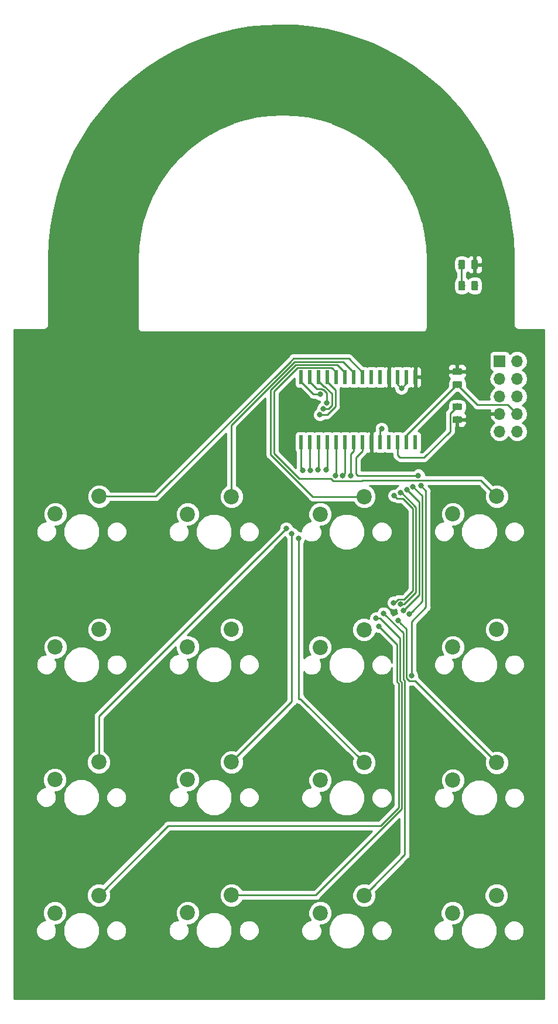
<source format=gbr>
G04 #@! TF.GenerationSoftware,KiCad,Pcbnew,5.0.2-bee76a0~70~ubuntu18.10.1*
G04 #@! TF.CreationDate,2019-05-27T16:03:46+10:00*
G04 #@! TF.ProjectId,keyboard,6b657962-6f61-4726-942e-6b696361645f,rev?*
G04 #@! TF.SameCoordinates,Original*
G04 #@! TF.FileFunction,Copper,L1,Top*
G04 #@! TF.FilePolarity,Positive*
%FSLAX46Y46*%
G04 Gerber Fmt 4.6, Leading zero omitted, Abs format (unit mm)*
G04 Created by KiCad (PCBNEW 5.0.2-bee76a0~70~ubuntu18.10.1) date Mon 27 May 2019 16:03:46 AEST*
%MOMM*%
%LPD*%
G01*
G04 APERTURE LIST*
G04 #@! TA.AperFunction,ComponentPad*
%ADD10O,1.700000X1.700000*%
G04 #@! TD*
G04 #@! TA.AperFunction,ComponentPad*
%ADD11R,1.700000X1.700000*%
G04 #@! TD*
G04 #@! TA.AperFunction,Conductor*
%ADD12C,0.100000*%
G04 #@! TD*
G04 #@! TA.AperFunction,SMDPad,CuDef*
%ADD13C,0.975000*%
G04 #@! TD*
G04 #@! TA.AperFunction,ComponentPad*
%ADD14C,2.200000*%
G04 #@! TD*
G04 #@! TA.AperFunction,SMDPad,CuDef*
%ADD15R,0.600000X2.000000*%
G04 #@! TD*
G04 #@! TA.AperFunction,ViaPad*
%ADD16C,0.800000*%
G04 #@! TD*
G04 #@! TA.AperFunction,Conductor*
%ADD17C,0.250000*%
G04 #@! TD*
G04 #@! TA.AperFunction,Conductor*
%ADD18C,0.254000*%
G04 #@! TD*
G04 APERTURE END LIST*
D10*
G04 #@! TO.P,J1,10*
G04 #@! TO.N,SCL*
X110440000Y-104660000D03*
G04 #@! TO.P,J1,9*
G04 #@! TO.N,GND*
X107900000Y-104660000D03*
G04 #@! TO.P,J1,8*
G04 #@! TO.N,SDA*
X110440000Y-102120000D03*
G04 #@! TO.P,J1,7*
G04 #@! TO.N,VCC*
X107900000Y-102120000D03*
G04 #@! TO.P,J1,6*
G04 #@! TO.N,N/C*
X110440000Y-99580000D03*
G04 #@! TO.P,J1,5*
X107900000Y-99580000D03*
G04 #@! TO.P,J1,4*
X110440000Y-97040000D03*
G04 #@! TO.P,J1,3*
X107900000Y-97040000D03*
G04 #@! TO.P,J1,2*
X110440000Y-94500000D03*
D11*
G04 #@! TO.P,J1,1*
X107900000Y-94500000D03*
G04 #@! TD*
D12*
G04 #@! TO.N,SCL*
G04 #@! TO.C,R1*
G36*
X102250142Y-100576174D02*
X102273803Y-100579684D01*
X102297007Y-100585496D01*
X102319529Y-100593554D01*
X102341153Y-100603782D01*
X102361670Y-100616079D01*
X102380883Y-100630329D01*
X102398607Y-100646393D01*
X102414671Y-100664117D01*
X102428921Y-100683330D01*
X102441218Y-100703847D01*
X102451446Y-100725471D01*
X102459504Y-100747993D01*
X102465316Y-100771197D01*
X102468826Y-100794858D01*
X102470000Y-100818750D01*
X102470000Y-101306250D01*
X102468826Y-101330142D01*
X102465316Y-101353803D01*
X102459504Y-101377007D01*
X102451446Y-101399529D01*
X102441218Y-101421153D01*
X102428921Y-101441670D01*
X102414671Y-101460883D01*
X102398607Y-101478607D01*
X102380883Y-101494671D01*
X102361670Y-101508921D01*
X102341153Y-101521218D01*
X102319529Y-101531446D01*
X102297007Y-101539504D01*
X102273803Y-101545316D01*
X102250142Y-101548826D01*
X102226250Y-101550000D01*
X101313750Y-101550000D01*
X101289858Y-101548826D01*
X101266197Y-101545316D01*
X101242993Y-101539504D01*
X101220471Y-101531446D01*
X101198847Y-101521218D01*
X101178330Y-101508921D01*
X101159117Y-101494671D01*
X101141393Y-101478607D01*
X101125329Y-101460883D01*
X101111079Y-101441670D01*
X101098782Y-101421153D01*
X101088554Y-101399529D01*
X101080496Y-101377007D01*
X101074684Y-101353803D01*
X101071174Y-101330142D01*
X101070000Y-101306250D01*
X101070000Y-100818750D01*
X101071174Y-100794858D01*
X101074684Y-100771197D01*
X101080496Y-100747993D01*
X101088554Y-100725471D01*
X101098782Y-100703847D01*
X101111079Y-100683330D01*
X101125329Y-100664117D01*
X101141393Y-100646393D01*
X101159117Y-100630329D01*
X101178330Y-100616079D01*
X101198847Y-100603782D01*
X101220471Y-100593554D01*
X101242993Y-100585496D01*
X101266197Y-100579684D01*
X101289858Y-100576174D01*
X101313750Y-100575000D01*
X102226250Y-100575000D01*
X102250142Y-100576174D01*
X102250142Y-100576174D01*
G37*
D13*
G04 #@! TD*
G04 #@! TO.P,R1,2*
G04 #@! TO.N,SCL*
X101770000Y-101062500D03*
D12*
G04 #@! TO.N,VCC*
G04 #@! TO.C,R1*
G36*
X102250142Y-102451174D02*
X102273803Y-102454684D01*
X102297007Y-102460496D01*
X102319529Y-102468554D01*
X102341153Y-102478782D01*
X102361670Y-102491079D01*
X102380883Y-102505329D01*
X102398607Y-102521393D01*
X102414671Y-102539117D01*
X102428921Y-102558330D01*
X102441218Y-102578847D01*
X102451446Y-102600471D01*
X102459504Y-102622993D01*
X102465316Y-102646197D01*
X102468826Y-102669858D01*
X102470000Y-102693750D01*
X102470000Y-103181250D01*
X102468826Y-103205142D01*
X102465316Y-103228803D01*
X102459504Y-103252007D01*
X102451446Y-103274529D01*
X102441218Y-103296153D01*
X102428921Y-103316670D01*
X102414671Y-103335883D01*
X102398607Y-103353607D01*
X102380883Y-103369671D01*
X102361670Y-103383921D01*
X102341153Y-103396218D01*
X102319529Y-103406446D01*
X102297007Y-103414504D01*
X102273803Y-103420316D01*
X102250142Y-103423826D01*
X102226250Y-103425000D01*
X101313750Y-103425000D01*
X101289858Y-103423826D01*
X101266197Y-103420316D01*
X101242993Y-103414504D01*
X101220471Y-103406446D01*
X101198847Y-103396218D01*
X101178330Y-103383921D01*
X101159117Y-103369671D01*
X101141393Y-103353607D01*
X101125329Y-103335883D01*
X101111079Y-103316670D01*
X101098782Y-103296153D01*
X101088554Y-103274529D01*
X101080496Y-103252007D01*
X101074684Y-103228803D01*
X101071174Y-103205142D01*
X101070000Y-103181250D01*
X101070000Y-102693750D01*
X101071174Y-102669858D01*
X101074684Y-102646197D01*
X101080496Y-102622993D01*
X101088554Y-102600471D01*
X101098782Y-102578847D01*
X101111079Y-102558330D01*
X101125329Y-102539117D01*
X101141393Y-102521393D01*
X101159117Y-102505329D01*
X101178330Y-102491079D01*
X101198847Y-102478782D01*
X101220471Y-102468554D01*
X101242993Y-102460496D01*
X101266197Y-102454684D01*
X101289858Y-102451174D01*
X101313750Y-102450000D01*
X102226250Y-102450000D01*
X102250142Y-102451174D01*
X102250142Y-102451174D01*
G37*
D13*
G04 #@! TD*
G04 #@! TO.P,R1,1*
G04 #@! TO.N,VCC*
X101770000Y-102937500D03*
D12*
G04 #@! TO.N,VCC*
G04 #@! TO.C,R2*
G36*
X102250142Y-95506174D02*
X102273803Y-95509684D01*
X102297007Y-95515496D01*
X102319529Y-95523554D01*
X102341153Y-95533782D01*
X102361670Y-95546079D01*
X102380883Y-95560329D01*
X102398607Y-95576393D01*
X102414671Y-95594117D01*
X102428921Y-95613330D01*
X102441218Y-95633847D01*
X102451446Y-95655471D01*
X102459504Y-95677993D01*
X102465316Y-95701197D01*
X102468826Y-95724858D01*
X102470000Y-95748750D01*
X102470000Y-96236250D01*
X102468826Y-96260142D01*
X102465316Y-96283803D01*
X102459504Y-96307007D01*
X102451446Y-96329529D01*
X102441218Y-96351153D01*
X102428921Y-96371670D01*
X102414671Y-96390883D01*
X102398607Y-96408607D01*
X102380883Y-96424671D01*
X102361670Y-96438921D01*
X102341153Y-96451218D01*
X102319529Y-96461446D01*
X102297007Y-96469504D01*
X102273803Y-96475316D01*
X102250142Y-96478826D01*
X102226250Y-96480000D01*
X101313750Y-96480000D01*
X101289858Y-96478826D01*
X101266197Y-96475316D01*
X101242993Y-96469504D01*
X101220471Y-96461446D01*
X101198847Y-96451218D01*
X101178330Y-96438921D01*
X101159117Y-96424671D01*
X101141393Y-96408607D01*
X101125329Y-96390883D01*
X101111079Y-96371670D01*
X101098782Y-96351153D01*
X101088554Y-96329529D01*
X101080496Y-96307007D01*
X101074684Y-96283803D01*
X101071174Y-96260142D01*
X101070000Y-96236250D01*
X101070000Y-95748750D01*
X101071174Y-95724858D01*
X101074684Y-95701197D01*
X101080496Y-95677993D01*
X101088554Y-95655471D01*
X101098782Y-95633847D01*
X101111079Y-95613330D01*
X101125329Y-95594117D01*
X101141393Y-95576393D01*
X101159117Y-95560329D01*
X101178330Y-95546079D01*
X101198847Y-95533782D01*
X101220471Y-95523554D01*
X101242993Y-95515496D01*
X101266197Y-95509684D01*
X101289858Y-95506174D01*
X101313750Y-95505000D01*
X102226250Y-95505000D01*
X102250142Y-95506174D01*
X102250142Y-95506174D01*
G37*
D13*
G04 #@! TD*
G04 #@! TO.P,R2,1*
G04 #@! TO.N,VCC*
X101770000Y-95992500D03*
D12*
G04 #@! TO.N,SDA*
G04 #@! TO.C,R2*
G36*
X102250142Y-97381174D02*
X102273803Y-97384684D01*
X102297007Y-97390496D01*
X102319529Y-97398554D01*
X102341153Y-97408782D01*
X102361670Y-97421079D01*
X102380883Y-97435329D01*
X102398607Y-97451393D01*
X102414671Y-97469117D01*
X102428921Y-97488330D01*
X102441218Y-97508847D01*
X102451446Y-97530471D01*
X102459504Y-97552993D01*
X102465316Y-97576197D01*
X102468826Y-97599858D01*
X102470000Y-97623750D01*
X102470000Y-98111250D01*
X102468826Y-98135142D01*
X102465316Y-98158803D01*
X102459504Y-98182007D01*
X102451446Y-98204529D01*
X102441218Y-98226153D01*
X102428921Y-98246670D01*
X102414671Y-98265883D01*
X102398607Y-98283607D01*
X102380883Y-98299671D01*
X102361670Y-98313921D01*
X102341153Y-98326218D01*
X102319529Y-98336446D01*
X102297007Y-98344504D01*
X102273803Y-98350316D01*
X102250142Y-98353826D01*
X102226250Y-98355000D01*
X101313750Y-98355000D01*
X101289858Y-98353826D01*
X101266197Y-98350316D01*
X101242993Y-98344504D01*
X101220471Y-98336446D01*
X101198847Y-98326218D01*
X101178330Y-98313921D01*
X101159117Y-98299671D01*
X101141393Y-98283607D01*
X101125329Y-98265883D01*
X101111079Y-98246670D01*
X101098782Y-98226153D01*
X101088554Y-98204529D01*
X101080496Y-98182007D01*
X101074684Y-98158803D01*
X101071174Y-98135142D01*
X101070000Y-98111250D01*
X101070000Y-97623750D01*
X101071174Y-97599858D01*
X101074684Y-97576197D01*
X101080496Y-97552993D01*
X101088554Y-97530471D01*
X101098782Y-97508847D01*
X101111079Y-97488330D01*
X101125329Y-97469117D01*
X101141393Y-97451393D01*
X101159117Y-97435329D01*
X101178330Y-97421079D01*
X101198847Y-97408782D01*
X101220471Y-97398554D01*
X101242993Y-97390496D01*
X101266197Y-97384684D01*
X101289858Y-97381174D01*
X101313750Y-97380000D01*
X102226250Y-97380000D01*
X102250142Y-97381174D01*
X102250142Y-97381174D01*
G37*
D13*
G04 #@! TD*
G04 #@! TO.P,R2,2*
G04 #@! TO.N,SDA*
X101770000Y-97867500D03*
D14*
G04 #@! TO.P,SW1,2*
G04 #@! TO.N,GND*
X43630000Y-116570000D03*
G04 #@! TO.P,SW1,1*
G04 #@! TO.N,KEY1*
X49980000Y-114030000D03*
G04 #@! TD*
G04 #@! TO.P,SW2,1*
G04 #@! TO.N,KEY2*
X69120000Y-114050000D03*
G04 #@! TO.P,SW2,2*
G04 #@! TO.N,GND*
X62770000Y-116590000D03*
G04 #@! TD*
G04 #@! TO.P,SW3,2*
G04 #@! TO.N,GND*
X81970000Y-116590000D03*
G04 #@! TO.P,SW3,1*
G04 #@! TO.N,KEY3*
X88320000Y-114050000D03*
G04 #@! TD*
G04 #@! TO.P,SW4,1*
G04 #@! TO.N,KEY4*
X107490000Y-114020000D03*
G04 #@! TO.P,SW4,2*
G04 #@! TO.N,GND*
X101140000Y-116560000D03*
G04 #@! TD*
G04 #@! TO.P,SW5,2*
G04 #@! TO.N,GND*
X43630000Y-135760000D03*
G04 #@! TO.P,SW5,1*
G04 #@! TO.N,KEY5*
X49980000Y-133220000D03*
G04 #@! TD*
G04 #@! TO.P,SW6,2*
G04 #@! TO.N,GND*
X62780000Y-135750000D03*
G04 #@! TO.P,SW6,1*
G04 #@! TO.N,KEY6*
X69130000Y-133210000D03*
G04 #@! TD*
G04 #@! TO.P,SW7,1*
G04 #@! TO.N,KEY7*
X88310000Y-133270000D03*
G04 #@! TO.P,SW7,2*
G04 #@! TO.N,GND*
X81960000Y-135810000D03*
G04 #@! TD*
G04 #@! TO.P,SW8,2*
G04 #@! TO.N,GND*
X101140000Y-135770000D03*
G04 #@! TO.P,SW8,1*
G04 #@! TO.N,KEY8*
X107490000Y-133230000D03*
G04 #@! TD*
G04 #@! TO.P,SW9,1*
G04 #@! TO.N,KEY9*
X49940000Y-152380000D03*
G04 #@! TO.P,SW9,2*
G04 #@! TO.N,GND*
X43590000Y-154920000D03*
G04 #@! TD*
G04 #@! TO.P,SW10,2*
G04 #@! TO.N,GND*
X62780000Y-154920000D03*
G04 #@! TO.P,SW10,1*
G04 #@! TO.N,KEY10*
X69130000Y-152380000D03*
G04 #@! TD*
G04 #@! TO.P,SW11,1*
G04 #@! TO.N,KEY11*
X88320000Y-152440000D03*
G04 #@! TO.P,SW11,2*
G04 #@! TO.N,GND*
X81970000Y-154980000D03*
G04 #@! TD*
G04 #@! TO.P,SW12,2*
G04 #@! TO.N,GND*
X101140000Y-154980000D03*
G04 #@! TO.P,SW12,1*
G04 #@! TO.N,KEY12*
X107490000Y-152440000D03*
G04 #@! TD*
G04 #@! TO.P,SW13,2*
G04 #@! TO.N,GND*
X43590000Y-174150000D03*
G04 #@! TO.P,SW13,1*
G04 #@! TO.N,KEY13*
X49940000Y-171610000D03*
G04 #@! TD*
G04 #@! TO.P,SW14,1*
G04 #@! TO.N,KEY14*
X69130000Y-171580000D03*
G04 #@! TO.P,SW14,2*
G04 #@! TO.N,GND*
X62780000Y-174120000D03*
G04 #@! TD*
G04 #@! TO.P,SW15,1*
G04 #@! TO.N,KEY15*
X88320000Y-171630000D03*
G04 #@! TO.P,SW15,2*
G04 #@! TO.N,GND*
X81970000Y-174170000D03*
G04 #@! TD*
G04 #@! TO.P,SW16,1*
G04 #@! TO.N,KEY16*
X107450000Y-171620000D03*
G04 #@! TO.P,SW16,2*
G04 #@! TO.N,GND*
X101100000Y-174160000D03*
G04 #@! TD*
D15*
G04 #@! TO.P,U1,1*
G04 #@! TO.N,KEY9*
X79195000Y-106200000D03*
G04 #@! TO.P,U1,2*
G04 #@! TO.N,KEY10*
X80465000Y-106200000D03*
G04 #@! TO.P,U1,3*
G04 #@! TO.N,KEY11*
X81735000Y-106200000D03*
G04 #@! TO.P,U1,4*
G04 #@! TO.N,KEY12*
X83005000Y-106200000D03*
G04 #@! TO.P,U1,5*
G04 #@! TO.N,KEY13*
X84275000Y-106200000D03*
G04 #@! TO.P,U1,6*
G04 #@! TO.N,KEY14*
X85545000Y-106200000D03*
G04 #@! TO.P,U1,7*
G04 #@! TO.N,KEY15*
X86815000Y-106200000D03*
G04 #@! TO.P,U1,8*
G04 #@! TO.N,KEY16*
X88085000Y-106200000D03*
G04 #@! TO.P,U1,9*
G04 #@! TO.N,VCC*
X89355000Y-106200000D03*
G04 #@! TO.P,U1,10*
G04 #@! TO.N,GND*
X90625000Y-106200000D03*
G04 #@! TO.P,U1,11*
G04 #@! TO.N,N/C*
X91895000Y-106200000D03*
G04 #@! TO.P,U1,12*
G04 #@! TO.N,SCL*
X93165000Y-106200000D03*
G04 #@! TO.P,U1,13*
G04 #@! TO.N,SDA*
X94435000Y-106200000D03*
G04 #@! TO.P,U1,14*
G04 #@! TO.N,N/C*
X95705000Y-106200000D03*
G04 #@! TO.P,U1,15*
G04 #@! TO.N,VCC*
X95705000Y-96800000D03*
G04 #@! TO.P,U1,16*
G04 #@! TO.N,GND*
X94435000Y-96800000D03*
G04 #@! TO.P,U1,17*
X93165000Y-96800000D03*
G04 #@! TO.P,U1,18*
G04 #@! TO.N,VCC*
X91895000Y-96800000D03*
G04 #@! TO.P,U1,19*
G04 #@! TO.N,N/C*
X90625000Y-96800000D03*
G04 #@! TO.P,U1,20*
X89355000Y-96800000D03*
G04 #@! TO.P,U1,21*
G04 #@! TO.N,KEY1*
X88085000Y-96800000D03*
G04 #@! TO.P,U1,22*
G04 #@! TO.N,KEY2*
X86815000Y-96800000D03*
G04 #@! TO.P,U1,23*
G04 #@! TO.N,KEY3*
X85545000Y-96800000D03*
G04 #@! TO.P,U1,24*
G04 #@! TO.N,KEY4*
X84275000Y-96800000D03*
G04 #@! TO.P,U1,25*
G04 #@! TO.N,KEY5*
X83005000Y-96800000D03*
G04 #@! TO.P,U1,26*
G04 #@! TO.N,KEY6*
X81735000Y-96800000D03*
G04 #@! TO.P,U1,27*
G04 #@! TO.N,KEY7*
X80465000Y-96800000D03*
G04 #@! TO.P,U1,28*
G04 #@! TO.N,KEY8*
X79195000Y-96800000D03*
G04 #@! TD*
D12*
G04 #@! TO.N,Net-(D1-Pad1)*
G04 #@! TO.C,R3*
G36*
X102692642Y-82901174D02*
X102716303Y-82904684D01*
X102739507Y-82910496D01*
X102762029Y-82918554D01*
X102783653Y-82928782D01*
X102804170Y-82941079D01*
X102823383Y-82955329D01*
X102841107Y-82971393D01*
X102857171Y-82989117D01*
X102871421Y-83008330D01*
X102883718Y-83028847D01*
X102893946Y-83050471D01*
X102902004Y-83072993D01*
X102907816Y-83096197D01*
X102911326Y-83119858D01*
X102912500Y-83143750D01*
X102912500Y-84056250D01*
X102911326Y-84080142D01*
X102907816Y-84103803D01*
X102902004Y-84127007D01*
X102893946Y-84149529D01*
X102883718Y-84171153D01*
X102871421Y-84191670D01*
X102857171Y-84210883D01*
X102841107Y-84228607D01*
X102823383Y-84244671D01*
X102804170Y-84258921D01*
X102783653Y-84271218D01*
X102762029Y-84281446D01*
X102739507Y-84289504D01*
X102716303Y-84295316D01*
X102692642Y-84298826D01*
X102668750Y-84300000D01*
X102181250Y-84300000D01*
X102157358Y-84298826D01*
X102133697Y-84295316D01*
X102110493Y-84289504D01*
X102087971Y-84281446D01*
X102066347Y-84271218D01*
X102045830Y-84258921D01*
X102026617Y-84244671D01*
X102008893Y-84228607D01*
X101992829Y-84210883D01*
X101978579Y-84191670D01*
X101966282Y-84171153D01*
X101956054Y-84149529D01*
X101947996Y-84127007D01*
X101942184Y-84103803D01*
X101938674Y-84080142D01*
X101937500Y-84056250D01*
X101937500Y-83143750D01*
X101938674Y-83119858D01*
X101942184Y-83096197D01*
X101947996Y-83072993D01*
X101956054Y-83050471D01*
X101966282Y-83028847D01*
X101978579Y-83008330D01*
X101992829Y-82989117D01*
X102008893Y-82971393D01*
X102026617Y-82955329D01*
X102045830Y-82941079D01*
X102066347Y-82928782D01*
X102087971Y-82918554D01*
X102110493Y-82910496D01*
X102133697Y-82904684D01*
X102157358Y-82901174D01*
X102181250Y-82900000D01*
X102668750Y-82900000D01*
X102692642Y-82901174D01*
X102692642Y-82901174D01*
G37*
D13*
G04 #@! TD*
G04 #@! TO.P,R3,1*
G04 #@! TO.N,Net-(D1-Pad1)*
X102425000Y-83600000D03*
D12*
G04 #@! TO.N,GND*
G04 #@! TO.C,R3*
G36*
X104567642Y-82901174D02*
X104591303Y-82904684D01*
X104614507Y-82910496D01*
X104637029Y-82918554D01*
X104658653Y-82928782D01*
X104679170Y-82941079D01*
X104698383Y-82955329D01*
X104716107Y-82971393D01*
X104732171Y-82989117D01*
X104746421Y-83008330D01*
X104758718Y-83028847D01*
X104768946Y-83050471D01*
X104777004Y-83072993D01*
X104782816Y-83096197D01*
X104786326Y-83119858D01*
X104787500Y-83143750D01*
X104787500Y-84056250D01*
X104786326Y-84080142D01*
X104782816Y-84103803D01*
X104777004Y-84127007D01*
X104768946Y-84149529D01*
X104758718Y-84171153D01*
X104746421Y-84191670D01*
X104732171Y-84210883D01*
X104716107Y-84228607D01*
X104698383Y-84244671D01*
X104679170Y-84258921D01*
X104658653Y-84271218D01*
X104637029Y-84281446D01*
X104614507Y-84289504D01*
X104591303Y-84295316D01*
X104567642Y-84298826D01*
X104543750Y-84300000D01*
X104056250Y-84300000D01*
X104032358Y-84298826D01*
X104008697Y-84295316D01*
X103985493Y-84289504D01*
X103962971Y-84281446D01*
X103941347Y-84271218D01*
X103920830Y-84258921D01*
X103901617Y-84244671D01*
X103883893Y-84228607D01*
X103867829Y-84210883D01*
X103853579Y-84191670D01*
X103841282Y-84171153D01*
X103831054Y-84149529D01*
X103822996Y-84127007D01*
X103817184Y-84103803D01*
X103813674Y-84080142D01*
X103812500Y-84056250D01*
X103812500Y-83143750D01*
X103813674Y-83119858D01*
X103817184Y-83096197D01*
X103822996Y-83072993D01*
X103831054Y-83050471D01*
X103841282Y-83028847D01*
X103853579Y-83008330D01*
X103867829Y-82989117D01*
X103883893Y-82971393D01*
X103901617Y-82955329D01*
X103920830Y-82941079D01*
X103941347Y-82928782D01*
X103962971Y-82918554D01*
X103985493Y-82910496D01*
X104008697Y-82904684D01*
X104032358Y-82901174D01*
X104056250Y-82900000D01*
X104543750Y-82900000D01*
X104567642Y-82901174D01*
X104567642Y-82901174D01*
G37*
D13*
G04 #@! TD*
G04 #@! TO.P,R3,2*
G04 #@! TO.N,GND*
X104300000Y-83600000D03*
D12*
G04 #@! TO.N,Net-(D1-Pad1)*
G04 #@! TO.C,D1*
G36*
X102680142Y-79851174D02*
X102703803Y-79854684D01*
X102727007Y-79860496D01*
X102749529Y-79868554D01*
X102771153Y-79878782D01*
X102791670Y-79891079D01*
X102810883Y-79905329D01*
X102828607Y-79921393D01*
X102844671Y-79939117D01*
X102858921Y-79958330D01*
X102871218Y-79978847D01*
X102881446Y-80000471D01*
X102889504Y-80022993D01*
X102895316Y-80046197D01*
X102898826Y-80069858D01*
X102900000Y-80093750D01*
X102900000Y-81006250D01*
X102898826Y-81030142D01*
X102895316Y-81053803D01*
X102889504Y-81077007D01*
X102881446Y-81099529D01*
X102871218Y-81121153D01*
X102858921Y-81141670D01*
X102844671Y-81160883D01*
X102828607Y-81178607D01*
X102810883Y-81194671D01*
X102791670Y-81208921D01*
X102771153Y-81221218D01*
X102749529Y-81231446D01*
X102727007Y-81239504D01*
X102703803Y-81245316D01*
X102680142Y-81248826D01*
X102656250Y-81250000D01*
X102168750Y-81250000D01*
X102144858Y-81248826D01*
X102121197Y-81245316D01*
X102097993Y-81239504D01*
X102075471Y-81231446D01*
X102053847Y-81221218D01*
X102033330Y-81208921D01*
X102014117Y-81194671D01*
X101996393Y-81178607D01*
X101980329Y-81160883D01*
X101966079Y-81141670D01*
X101953782Y-81121153D01*
X101943554Y-81099529D01*
X101935496Y-81077007D01*
X101929684Y-81053803D01*
X101926174Y-81030142D01*
X101925000Y-81006250D01*
X101925000Y-80093750D01*
X101926174Y-80069858D01*
X101929684Y-80046197D01*
X101935496Y-80022993D01*
X101943554Y-80000471D01*
X101953782Y-79978847D01*
X101966079Y-79958330D01*
X101980329Y-79939117D01*
X101996393Y-79921393D01*
X102014117Y-79905329D01*
X102033330Y-79891079D01*
X102053847Y-79878782D01*
X102075471Y-79868554D01*
X102097993Y-79860496D01*
X102121197Y-79854684D01*
X102144858Y-79851174D01*
X102168750Y-79850000D01*
X102656250Y-79850000D01*
X102680142Y-79851174D01*
X102680142Y-79851174D01*
G37*
D13*
G04 #@! TD*
G04 #@! TO.P,D1,1*
G04 #@! TO.N,Net-(D1-Pad1)*
X102412500Y-80550000D03*
D12*
G04 #@! TO.N,VCC*
G04 #@! TO.C,D1*
G36*
X104555142Y-79851174D02*
X104578803Y-79854684D01*
X104602007Y-79860496D01*
X104624529Y-79868554D01*
X104646153Y-79878782D01*
X104666670Y-79891079D01*
X104685883Y-79905329D01*
X104703607Y-79921393D01*
X104719671Y-79939117D01*
X104733921Y-79958330D01*
X104746218Y-79978847D01*
X104756446Y-80000471D01*
X104764504Y-80022993D01*
X104770316Y-80046197D01*
X104773826Y-80069858D01*
X104775000Y-80093750D01*
X104775000Y-81006250D01*
X104773826Y-81030142D01*
X104770316Y-81053803D01*
X104764504Y-81077007D01*
X104756446Y-81099529D01*
X104746218Y-81121153D01*
X104733921Y-81141670D01*
X104719671Y-81160883D01*
X104703607Y-81178607D01*
X104685883Y-81194671D01*
X104666670Y-81208921D01*
X104646153Y-81221218D01*
X104624529Y-81231446D01*
X104602007Y-81239504D01*
X104578803Y-81245316D01*
X104555142Y-81248826D01*
X104531250Y-81250000D01*
X104043750Y-81250000D01*
X104019858Y-81248826D01*
X103996197Y-81245316D01*
X103972993Y-81239504D01*
X103950471Y-81231446D01*
X103928847Y-81221218D01*
X103908330Y-81208921D01*
X103889117Y-81194671D01*
X103871393Y-81178607D01*
X103855329Y-81160883D01*
X103841079Y-81141670D01*
X103828782Y-81121153D01*
X103818554Y-81099529D01*
X103810496Y-81077007D01*
X103804684Y-81053803D01*
X103801174Y-81030142D01*
X103800000Y-81006250D01*
X103800000Y-80093750D01*
X103801174Y-80069858D01*
X103804684Y-80046197D01*
X103810496Y-80022993D01*
X103818554Y-80000471D01*
X103828782Y-79978847D01*
X103841079Y-79958330D01*
X103855329Y-79939117D01*
X103871393Y-79921393D01*
X103889117Y-79905329D01*
X103908330Y-79891079D01*
X103928847Y-79878782D01*
X103950471Y-79868554D01*
X103972993Y-79860496D01*
X103996197Y-79854684D01*
X104019858Y-79851174D01*
X104043750Y-79850000D01*
X104531250Y-79850000D01*
X104555142Y-79851174D01*
X104555142Y-79851174D01*
G37*
D13*
G04 #@! TD*
G04 #@! TO.P,D1,2*
G04 #@! TO.N,VCC*
X104287500Y-80550000D03*
D16*
G04 #@! TO.N,GND*
X104350000Y-83600000D03*
X93700000Y-98400000D03*
X90850000Y-104250000D03*
G04 #@! TO.N,SCL*
X101770000Y-101062500D03*
G04 #@! TO.N,KEY9*
X79450000Y-110250000D03*
X77050000Y-118650000D03*
G04 #@! TO.N,KEY10*
X80500000Y-110250000D03*
X77850000Y-119400000D03*
G04 #@! TO.N,KEY11*
X81650000Y-110200000D03*
X78800000Y-120050000D03*
G04 #@! TO.N,KEY12*
X82800000Y-110200000D03*
X93211514Y-131936194D03*
X95375003Y-112605997D03*
X94839807Y-131033674D03*
G04 #@! TO.N,KEY5*
X81908008Y-102225886D03*
G04 #@! TO.N,KEY6*
X82410550Y-101361332D03*
G04 #@! TO.N,KEY7*
X82937034Y-100511134D03*
G04 #@! TO.N,KEY8*
X81937613Y-99225095D03*
G04 #@! TO.N,KEY13*
X84150000Y-111000000D03*
X90460004Y-132773036D03*
X94473469Y-113038734D03*
X94022188Y-130457893D03*
G04 #@! TO.N,KEY14*
X85200000Y-111050000D03*
X90050000Y-131600000D03*
X93571935Y-113471471D03*
X93552568Y-129575010D03*
G04 #@! TO.N,KEY15*
X86350000Y-111050000D03*
X91150000Y-130900000D03*
X92670401Y-113904208D03*
X92562149Y-129360399D03*
G04 #@! TO.N,KEY16*
X96150000Y-111000000D03*
X96500000Y-112500000D03*
X95150000Y-139900000D03*
G04 #@! TD*
D17*
G04 #@! TO.N,GND*
X94435000Y-96800000D02*
X94435000Y-97665000D01*
X94435000Y-97665000D02*
X93700000Y-98400000D01*
X93165000Y-97865000D02*
X93700000Y-98400000D01*
X93165000Y-96800000D02*
X93165000Y-97865000D01*
X90625000Y-106200000D02*
X90625000Y-104475000D01*
X90625000Y-104475000D02*
X90850000Y-104250000D01*
G04 #@! TO.N,SCL*
X100744990Y-102087510D02*
X100744990Y-104655010D01*
X93165000Y-108065000D02*
X93165000Y-106200000D01*
X100744990Y-104655010D02*
X97000000Y-108400000D01*
X97000000Y-108400000D02*
X93500000Y-108400000D01*
X101770000Y-101062500D02*
X100744990Y-102087510D01*
X93500000Y-108400000D02*
X93165000Y-108065000D01*
G04 #@! TO.N,SDA*
X109590001Y-101270001D02*
X110440000Y-102120000D01*
X109075001Y-100755001D02*
X109590001Y-101270001D01*
X104657501Y-100755001D02*
X109075001Y-100755001D01*
X101770000Y-97867500D02*
X104657501Y-100755001D01*
X101213763Y-98423737D02*
X101770000Y-97867500D01*
X94435000Y-105202500D02*
X101213763Y-98423737D01*
X94435000Y-106200000D02*
X94435000Y-105202500D01*
G04 #@! TO.N,KEY9*
X79195000Y-106200000D02*
X79195000Y-109995000D01*
X79195000Y-109995000D02*
X79450000Y-110250000D01*
X49940000Y-145760000D02*
X49940000Y-152380000D01*
X77050000Y-118650000D02*
X49940000Y-145760000D01*
G04 #@! TO.N,KEY10*
X80465000Y-106200000D02*
X80465000Y-110215000D01*
X80465000Y-110215000D02*
X80500000Y-110250000D01*
X77850000Y-143660000D02*
X69130000Y-152380000D01*
X77850000Y-119400000D02*
X77850000Y-143660000D01*
G04 #@! TO.N,KEY11*
X81735000Y-106200000D02*
X81735000Y-110115000D01*
X81735000Y-110115000D02*
X81650000Y-110200000D01*
X78800000Y-120050000D02*
X78800000Y-143250000D01*
X79130000Y-143250000D02*
X88320000Y-152440000D01*
X78800000Y-143250000D02*
X79130000Y-143250000D01*
G04 #@! TO.N,KEY12*
X83005000Y-106200000D02*
X83005000Y-109995000D01*
X83005000Y-109995000D02*
X82800000Y-110200000D01*
X95375003Y-112605997D02*
X96700033Y-113931027D01*
X95239806Y-130633675D02*
X94839807Y-131033674D01*
X96700033Y-113931027D02*
X96700033Y-129173448D01*
X96700033Y-129173448D02*
X95239806Y-130633675D01*
X94424998Y-140248002D02*
X94424998Y-133149678D01*
X94801998Y-140625002D02*
X94424998Y-140248002D01*
X93611513Y-132336193D02*
X93211514Y-131936194D01*
X95675002Y-140625002D02*
X94801998Y-140625002D01*
X94424998Y-133149678D02*
X93611513Y-132336193D01*
X107490000Y-152440000D02*
X95675002Y-140625002D01*
G04 #@! TO.N,KEY1*
X58170766Y-114030000D02*
X51535634Y-114030000D01*
X78075799Y-94124966D02*
X77625789Y-94574977D01*
X88085000Y-96100000D02*
X86109966Y-94124966D01*
X77625789Y-94574977D02*
X58170766Y-114030000D01*
X86109966Y-94124966D02*
X78075799Y-94124966D01*
X88085000Y-96800000D02*
X88085000Y-96100000D01*
X51535634Y-114030000D02*
X49980000Y-114030000D01*
G04 #@! TO.N,KEY2*
X69120000Y-112494366D02*
X69120000Y-114050000D01*
X86815000Y-96800000D02*
X86815000Y-96100000D01*
X78262199Y-94574977D02*
X69120000Y-103717176D01*
X85289977Y-94574977D02*
X78262199Y-94574977D01*
X86815000Y-96100000D02*
X85289977Y-94574977D01*
X69120000Y-103717176D02*
X69120000Y-112494366D01*
G04 #@! TO.N,KEY3*
X85545000Y-96800000D02*
X85545000Y-96100000D01*
X86764366Y-114050000D02*
X88320000Y-114050000D01*
X78448599Y-95024988D02*
X74799989Y-98673598D01*
X84469988Y-95024988D02*
X78448599Y-95024988D01*
X85545000Y-96100000D02*
X84469988Y-95024988D01*
X80863589Y-114050000D02*
X86764366Y-114050000D01*
X74799989Y-107986400D02*
X80863589Y-114050000D01*
X74799989Y-98673598D02*
X74799989Y-107986400D01*
G04 #@! TO.N,KEY4*
X84275000Y-96100000D02*
X83714999Y-95539999D01*
X83851998Y-111775002D02*
X87998002Y-111775002D01*
X83565001Y-95474999D02*
X78634999Y-95474999D01*
X87998002Y-111775002D02*
X88048002Y-111725002D01*
X78900000Y-111450000D02*
X83526996Y-111450000D01*
X88048002Y-111725002D02*
X105195002Y-111725002D01*
X75250000Y-107800000D02*
X78900000Y-111450000D01*
X106390001Y-112920001D02*
X107490000Y-114020000D01*
X84275000Y-96800000D02*
X84275000Y-96100000D01*
X83714999Y-95539999D02*
X83630001Y-95539999D01*
X75250000Y-98859998D02*
X75250000Y-107800000D01*
X83526996Y-111450000D02*
X83851998Y-111775002D01*
X83630001Y-95539999D02*
X83565001Y-95474999D01*
X105195002Y-111725002D02*
X106390001Y-112920001D01*
X78634999Y-95474999D02*
X75250000Y-98859998D01*
G04 #@! TO.N,KEY5*
X82976923Y-102180660D02*
X82573296Y-102180660D01*
X83005000Y-96800000D02*
X83005000Y-97500000D01*
X82007611Y-102180660D02*
X81962385Y-102225886D01*
X84132520Y-101025063D02*
X82976923Y-102180660D01*
X84132520Y-98627520D02*
X84132520Y-101025063D01*
X82573296Y-102180660D02*
X82007611Y-102180660D01*
X83005000Y-97500000D02*
X84132520Y-98627520D01*
X81962385Y-102225886D02*
X81908008Y-102225886D01*
G04 #@! TO.N,KEY6*
X81735000Y-97500000D02*
X81750000Y-97515000D01*
X81735000Y-96800000D02*
X81735000Y-97500000D01*
X81819998Y-97500000D02*
X82444999Y-98125001D01*
X82444999Y-98125001D02*
X82584416Y-98125001D01*
X82584416Y-98125001D02*
X83662036Y-99202621D01*
X83662036Y-100859136D02*
X83159840Y-101361332D01*
X83662036Y-99202621D02*
X83662036Y-100859136D01*
X83159840Y-101361332D02*
X82976235Y-101361332D01*
X81735000Y-97500000D02*
X81819998Y-97500000D01*
X82976235Y-101361332D02*
X82410550Y-101361332D01*
G04 #@! TO.N,KEY7*
X82158585Y-98474998D02*
X82258599Y-98575012D01*
X82937034Y-99114030D02*
X82937034Y-99945449D01*
X82937034Y-99945449D02*
X82937034Y-100511134D01*
X81439998Y-98474998D02*
X82158585Y-98474998D01*
X80465000Y-97500000D02*
X81439998Y-98474998D01*
X80465000Y-96800000D02*
X80465000Y-97500000D01*
X82258599Y-98575012D02*
X82398016Y-98575012D01*
X82398016Y-98575012D02*
X82937034Y-99114030D01*
G04 #@! TO.N,KEY8*
X80920095Y-99225095D02*
X81937613Y-99225095D01*
X79195000Y-96800000D02*
X79195000Y-97500000D01*
X79195000Y-97500000D02*
X80920095Y-99225095D01*
G04 #@! TO.N,KEY13*
X84275000Y-110875000D02*
X84150000Y-111000000D01*
X84275000Y-106200000D02*
X84275000Y-110875000D01*
X94473469Y-113038734D02*
X96250022Y-114815287D01*
X94422187Y-130057894D02*
X94022188Y-130457893D01*
X96250022Y-114815287D02*
X96250022Y-128230059D01*
X96250022Y-128230059D02*
X94422187Y-130057894D01*
X59950011Y-161599989D02*
X90663601Y-161599989D01*
X93074965Y-140807202D02*
X93074965Y-135387997D01*
X93074965Y-135387997D02*
X90860003Y-133173035D01*
X93299978Y-158963612D02*
X93299978Y-141032215D01*
X90663601Y-161599989D02*
X93299978Y-158963612D01*
X93299978Y-141032215D02*
X93074965Y-140807202D01*
X49940000Y-171610000D02*
X59950011Y-161599989D01*
X90860003Y-133173035D02*
X90460004Y-132773036D01*
G04 #@! TO.N,KEY14*
X85545000Y-110705000D02*
X85200000Y-111050000D01*
X85545000Y-106200000D02*
X85545000Y-110705000D01*
X93552568Y-113490838D02*
X93571935Y-113471471D01*
X94118253Y-129575010D02*
X93552568Y-129575010D01*
X93707881Y-113471471D02*
X95800011Y-115563600D01*
X95800011Y-115563600D02*
X95800011Y-127893252D01*
X93571935Y-113471471D02*
X93707881Y-113471471D01*
X95800011Y-127893252D02*
X94118253Y-129575010D01*
X93749989Y-140845815D02*
X93749989Y-159150011D01*
X81320000Y-171580000D02*
X70685634Y-171580000D01*
X93524976Y-140620802D02*
X93749989Y-140845815D01*
X93524976Y-134509291D02*
X93524976Y-140620802D01*
X70685634Y-171580000D02*
X69130000Y-171580000D01*
X90615685Y-131600000D02*
X93524976Y-134509291D01*
X93749989Y-159150011D02*
X81320000Y-171580000D01*
X90050000Y-131600000D02*
X90615685Y-131600000D01*
G04 #@! TO.N,KEY15*
X92670401Y-129252147D02*
X92562149Y-129360399D01*
X93070400Y-114304207D02*
X93904207Y-114304207D01*
X92670401Y-113904208D02*
X93070400Y-114304207D01*
X93904207Y-114304207D02*
X95350000Y-115750000D01*
X95350000Y-115750000D02*
X95350000Y-127600000D01*
X93204567Y-128850009D02*
X92694177Y-129360399D01*
X95350000Y-127600000D02*
X94099991Y-128850009D01*
X92694177Y-129360399D02*
X92562149Y-129360399D01*
X94099991Y-128850009D02*
X93204567Y-128850009D01*
X86815000Y-106200000D02*
X86815000Y-107450000D01*
X86350000Y-107915000D02*
X86350000Y-111050000D01*
X86815000Y-107450000D02*
X86350000Y-107915000D01*
X94200000Y-165750000D02*
X89419999Y-170530001D01*
X94200000Y-140659415D02*
X94200000Y-165750000D01*
X93974987Y-140434402D02*
X94200000Y-140659415D01*
X89419999Y-170530001D02*
X88320000Y-171630000D01*
X93974987Y-133724987D02*
X93974987Y-140434402D01*
X91150000Y-130900000D02*
X93974987Y-133724987D01*
G04 #@! TO.N,KEY16*
X88085000Y-107450000D02*
X87150000Y-108385000D01*
X88085000Y-106200000D02*
X88085000Y-107450000D01*
X87150000Y-108385000D02*
X87150000Y-110750000D01*
X87150000Y-110750000D02*
X87400000Y-111000000D01*
X87400000Y-111000000D02*
X96150000Y-111000000D01*
X96500000Y-112500000D02*
X97250000Y-113250000D01*
X97250000Y-113250000D02*
X97250000Y-129450000D01*
X97250000Y-129450000D02*
X97250000Y-130000000D01*
X97250000Y-130000000D02*
X95150000Y-132100000D01*
X95150000Y-132100000D02*
X95150000Y-139900000D01*
G04 #@! TO.N,Net-(D1-Pad1)*
X102412500Y-83587500D02*
X102425000Y-83600000D01*
X102412500Y-80550000D02*
X102412500Y-83587500D01*
G04 #@! TD*
D18*
G04 #@! TO.N,VCC*
G36*
X78409263Y-46026549D02*
X80684485Y-46247631D01*
X82939409Y-46622954D01*
X85163567Y-47150773D01*
X87346683Y-47828648D01*
X89478652Y-48653444D01*
X91549564Y-49621327D01*
X93549853Y-50727825D01*
X95470266Y-51967820D01*
X97301885Y-53335555D01*
X99036232Y-54824698D01*
X100665271Y-56428347D01*
X102181482Y-58139101D01*
X103577816Y-59949007D01*
X104847821Y-61849706D01*
X105985594Y-63832358D01*
X106985896Y-65887828D01*
X107844071Y-68006561D01*
X108556152Y-70178756D01*
X109118847Y-72394372D01*
X109529538Y-74643103D01*
X109786332Y-76914580D01*
X109888492Y-79208484D01*
X109890000Y-79496432D01*
X109890001Y-89130069D01*
X109876091Y-89200000D01*
X109931195Y-89477028D01*
X110088119Y-89711881D01*
X110322972Y-89868805D01*
X110530074Y-89910000D01*
X110530075Y-89910000D01*
X110600000Y-89923909D01*
X110669926Y-89910000D01*
X114340001Y-89910000D01*
X114340000Y-186540000D01*
X37710000Y-186540000D01*
X37710000Y-176394615D01*
X40835000Y-176394615D01*
X40835000Y-176985385D01*
X41061078Y-177531185D01*
X41478815Y-177948922D01*
X42024615Y-178175000D01*
X42615385Y-178175000D01*
X43161185Y-177948922D01*
X43578922Y-177531185D01*
X43805000Y-176985385D01*
X43805000Y-176394615D01*
X43710249Y-176165866D01*
X44765000Y-176165866D01*
X44765000Y-177214134D01*
X45166155Y-178182608D01*
X45907392Y-178923845D01*
X46875866Y-179325000D01*
X47924134Y-179325000D01*
X48892608Y-178923845D01*
X49633845Y-178182608D01*
X50035000Y-177214134D01*
X50035000Y-176394615D01*
X50995000Y-176394615D01*
X50995000Y-176985385D01*
X51221078Y-177531185D01*
X51638815Y-177948922D01*
X52184615Y-178175000D01*
X52775385Y-178175000D01*
X53321185Y-177948922D01*
X53738922Y-177531185D01*
X53965000Y-176985385D01*
X53965000Y-176394615D01*
X53952574Y-176364615D01*
X60025000Y-176364615D01*
X60025000Y-176955385D01*
X60251078Y-177501185D01*
X60668815Y-177918922D01*
X61214615Y-178145000D01*
X61805385Y-178145000D01*
X62351185Y-177918922D01*
X62768922Y-177501185D01*
X62995000Y-176955385D01*
X62995000Y-176364615D01*
X62900249Y-176135866D01*
X63955000Y-176135866D01*
X63955000Y-177184134D01*
X64356155Y-178152608D01*
X65097392Y-178893845D01*
X66065866Y-179295000D01*
X67114134Y-179295000D01*
X68082608Y-178893845D01*
X68823845Y-178152608D01*
X69225000Y-177184134D01*
X69225000Y-176364615D01*
X70185000Y-176364615D01*
X70185000Y-176955385D01*
X70411078Y-177501185D01*
X70828815Y-177918922D01*
X71374615Y-178145000D01*
X71965385Y-178145000D01*
X72511185Y-177918922D01*
X72928922Y-177501185D01*
X73155000Y-176955385D01*
X73155000Y-176414615D01*
X79215000Y-176414615D01*
X79215000Y-177005385D01*
X79441078Y-177551185D01*
X79858815Y-177968922D01*
X80404615Y-178195000D01*
X80995385Y-178195000D01*
X81541185Y-177968922D01*
X81958922Y-177551185D01*
X82185000Y-177005385D01*
X82185000Y-176414615D01*
X82090249Y-176185866D01*
X83145000Y-176185866D01*
X83145000Y-177234134D01*
X83546155Y-178202608D01*
X84287392Y-178943845D01*
X85255866Y-179345000D01*
X86304134Y-179345000D01*
X87272608Y-178943845D01*
X88013845Y-178202608D01*
X88415000Y-177234134D01*
X88415000Y-176414615D01*
X89375000Y-176414615D01*
X89375000Y-177005385D01*
X89601078Y-177551185D01*
X90018815Y-177968922D01*
X90564615Y-178195000D01*
X91155385Y-178195000D01*
X91701185Y-177968922D01*
X92118922Y-177551185D01*
X92345000Y-177005385D01*
X92345000Y-176414615D01*
X92340858Y-176404615D01*
X98345000Y-176404615D01*
X98345000Y-176995385D01*
X98571078Y-177541185D01*
X98988815Y-177958922D01*
X99534615Y-178185000D01*
X100125385Y-178185000D01*
X100671185Y-177958922D01*
X101088922Y-177541185D01*
X101315000Y-176995385D01*
X101315000Y-176404615D01*
X101220249Y-176175866D01*
X102275000Y-176175866D01*
X102275000Y-177224134D01*
X102676155Y-178192608D01*
X103417392Y-178933845D01*
X104385866Y-179335000D01*
X105434134Y-179335000D01*
X106402608Y-178933845D01*
X107143845Y-178192608D01*
X107545000Y-177224134D01*
X107545000Y-176404615D01*
X108505000Y-176404615D01*
X108505000Y-176995385D01*
X108731078Y-177541185D01*
X109148815Y-177958922D01*
X109694615Y-178185000D01*
X110285385Y-178185000D01*
X110831185Y-177958922D01*
X111248922Y-177541185D01*
X111475000Y-176995385D01*
X111475000Y-176404615D01*
X111248922Y-175858815D01*
X110831185Y-175441078D01*
X110285385Y-175215000D01*
X109694615Y-175215000D01*
X109148815Y-175441078D01*
X108731078Y-175858815D01*
X108505000Y-176404615D01*
X107545000Y-176404615D01*
X107545000Y-176175866D01*
X107143845Y-175207392D01*
X106402608Y-174466155D01*
X105434134Y-174065000D01*
X104385866Y-174065000D01*
X103417392Y-174466155D01*
X102676155Y-175207392D01*
X102275000Y-176175866D01*
X101220249Y-176175866D01*
X101103910Y-175895000D01*
X101445113Y-175895000D01*
X102082799Y-175630862D01*
X102570862Y-175142799D01*
X102835000Y-174505113D01*
X102835000Y-173814887D01*
X102570862Y-173177201D01*
X102082799Y-172689138D01*
X101445113Y-172425000D01*
X100754887Y-172425000D01*
X100117201Y-172689138D01*
X99629138Y-173177201D01*
X99365000Y-173814887D01*
X99365000Y-174505113D01*
X99629138Y-175142799D01*
X99701339Y-175215000D01*
X99534615Y-175215000D01*
X98988815Y-175441078D01*
X98571078Y-175858815D01*
X98345000Y-176404615D01*
X92340858Y-176404615D01*
X92118922Y-175868815D01*
X91701185Y-175451078D01*
X91155385Y-175225000D01*
X90564615Y-175225000D01*
X90018815Y-175451078D01*
X89601078Y-175868815D01*
X89375000Y-176414615D01*
X88415000Y-176414615D01*
X88415000Y-176185866D01*
X88013845Y-175217392D01*
X87272608Y-174476155D01*
X86304134Y-174075000D01*
X85255866Y-174075000D01*
X84287392Y-174476155D01*
X83546155Y-175217392D01*
X83145000Y-176185866D01*
X82090249Y-176185866D01*
X81973910Y-175905000D01*
X82315113Y-175905000D01*
X82952799Y-175640862D01*
X83440862Y-175152799D01*
X83705000Y-174515113D01*
X83705000Y-173824887D01*
X83440862Y-173187201D01*
X82952799Y-172699138D01*
X82315113Y-172435000D01*
X81624887Y-172435000D01*
X80987201Y-172699138D01*
X80499138Y-173187201D01*
X80235000Y-173824887D01*
X80235000Y-174515113D01*
X80499138Y-175152799D01*
X80571339Y-175225000D01*
X80404615Y-175225000D01*
X79858815Y-175451078D01*
X79441078Y-175868815D01*
X79215000Y-176414615D01*
X73155000Y-176414615D01*
X73155000Y-176364615D01*
X72928922Y-175818815D01*
X72511185Y-175401078D01*
X71965385Y-175175000D01*
X71374615Y-175175000D01*
X70828815Y-175401078D01*
X70411078Y-175818815D01*
X70185000Y-176364615D01*
X69225000Y-176364615D01*
X69225000Y-176135866D01*
X68823845Y-175167392D01*
X68082608Y-174426155D01*
X67114134Y-174025000D01*
X66065866Y-174025000D01*
X65097392Y-174426155D01*
X64356155Y-175167392D01*
X63955000Y-176135866D01*
X62900249Y-176135866D01*
X62783910Y-175855000D01*
X63125113Y-175855000D01*
X63762799Y-175590862D01*
X64250862Y-175102799D01*
X64515000Y-174465113D01*
X64515000Y-173774887D01*
X64250862Y-173137201D01*
X63762799Y-172649138D01*
X63125113Y-172385000D01*
X62434887Y-172385000D01*
X61797201Y-172649138D01*
X61309138Y-173137201D01*
X61045000Y-173774887D01*
X61045000Y-174465113D01*
X61309138Y-175102799D01*
X61381339Y-175175000D01*
X61214615Y-175175000D01*
X60668815Y-175401078D01*
X60251078Y-175818815D01*
X60025000Y-176364615D01*
X53952574Y-176364615D01*
X53738922Y-175848815D01*
X53321185Y-175431078D01*
X52775385Y-175205000D01*
X52184615Y-175205000D01*
X51638815Y-175431078D01*
X51221078Y-175848815D01*
X50995000Y-176394615D01*
X50035000Y-176394615D01*
X50035000Y-176165866D01*
X49633845Y-175197392D01*
X48892608Y-174456155D01*
X47924134Y-174055000D01*
X46875866Y-174055000D01*
X45907392Y-174456155D01*
X45166155Y-175197392D01*
X44765000Y-176165866D01*
X43710249Y-176165866D01*
X43593910Y-175885000D01*
X43935113Y-175885000D01*
X44572799Y-175620862D01*
X45060862Y-175132799D01*
X45325000Y-174495113D01*
X45325000Y-173804887D01*
X45060862Y-173167201D01*
X44572799Y-172679138D01*
X43935113Y-172415000D01*
X43244887Y-172415000D01*
X42607201Y-172679138D01*
X42119138Y-173167201D01*
X41855000Y-173804887D01*
X41855000Y-174495113D01*
X42119138Y-175132799D01*
X42191339Y-175205000D01*
X42024615Y-175205000D01*
X41478815Y-175431078D01*
X41061078Y-175848815D01*
X40835000Y-176394615D01*
X37710000Y-176394615D01*
X37710000Y-171264887D01*
X48205000Y-171264887D01*
X48205000Y-171955113D01*
X48469138Y-172592799D01*
X48957201Y-173080862D01*
X49594887Y-173345000D01*
X50285113Y-173345000D01*
X50922799Y-173080862D01*
X51410862Y-172592799D01*
X51675000Y-171955113D01*
X51675000Y-171264887D01*
X51582714Y-171042088D01*
X60264814Y-162359989D01*
X89465209Y-162359989D01*
X81005199Y-170820000D01*
X70693148Y-170820000D01*
X70600862Y-170597201D01*
X70112799Y-170109138D01*
X69475113Y-169845000D01*
X68784887Y-169845000D01*
X68147201Y-170109138D01*
X67659138Y-170597201D01*
X67395000Y-171234887D01*
X67395000Y-171925113D01*
X67659138Y-172562799D01*
X68147201Y-173050862D01*
X68784887Y-173315000D01*
X69475113Y-173315000D01*
X70112799Y-173050862D01*
X70600862Y-172562799D01*
X70693148Y-172340000D01*
X81245153Y-172340000D01*
X81320000Y-172354888D01*
X81394847Y-172340000D01*
X81394852Y-172340000D01*
X81616537Y-172295904D01*
X81867929Y-172127929D01*
X81910331Y-172064470D01*
X93440001Y-160534801D01*
X93440001Y-165435197D01*
X88935529Y-169939670D01*
X88935526Y-169939672D01*
X88887912Y-169987286D01*
X88665113Y-169895000D01*
X87974887Y-169895000D01*
X87337201Y-170159138D01*
X86849138Y-170647201D01*
X86585000Y-171284887D01*
X86585000Y-171975113D01*
X86849138Y-172612799D01*
X87337201Y-173100862D01*
X87974887Y-173365000D01*
X88665113Y-173365000D01*
X89302799Y-173100862D01*
X89790862Y-172612799D01*
X90055000Y-171975113D01*
X90055000Y-171284887D01*
X90050858Y-171274887D01*
X105715000Y-171274887D01*
X105715000Y-171965113D01*
X105979138Y-172602799D01*
X106467201Y-173090862D01*
X107104887Y-173355000D01*
X107795113Y-173355000D01*
X108432799Y-173090862D01*
X108920862Y-172602799D01*
X109185000Y-171965113D01*
X109185000Y-171274887D01*
X108920862Y-170637201D01*
X108432799Y-170149138D01*
X107795113Y-169885000D01*
X107104887Y-169885000D01*
X106467201Y-170149138D01*
X105979138Y-170637201D01*
X105715000Y-171274887D01*
X90050858Y-171274887D01*
X89962714Y-171062088D01*
X90010328Y-171014474D01*
X90010330Y-171014471D01*
X94684473Y-166340329D01*
X94747929Y-166297929D01*
X94915904Y-166046537D01*
X94960000Y-165824852D01*
X94960000Y-165824848D01*
X94974888Y-165750001D01*
X94960000Y-165675154D01*
X94960000Y-157224615D01*
X98385000Y-157224615D01*
X98385000Y-157815385D01*
X98611078Y-158361185D01*
X99028815Y-158778922D01*
X99574615Y-159005000D01*
X100165385Y-159005000D01*
X100711185Y-158778922D01*
X101128922Y-158361185D01*
X101355000Y-157815385D01*
X101355000Y-157224615D01*
X101260249Y-156995866D01*
X102315000Y-156995866D01*
X102315000Y-158044134D01*
X102716155Y-159012608D01*
X103457392Y-159753845D01*
X104425866Y-160155000D01*
X105474134Y-160155000D01*
X106442608Y-159753845D01*
X107183845Y-159012608D01*
X107585000Y-158044134D01*
X107585000Y-157224615D01*
X108545000Y-157224615D01*
X108545000Y-157815385D01*
X108771078Y-158361185D01*
X109188815Y-158778922D01*
X109734615Y-159005000D01*
X110325385Y-159005000D01*
X110871185Y-158778922D01*
X111288922Y-158361185D01*
X111515000Y-157815385D01*
X111515000Y-157224615D01*
X111288922Y-156678815D01*
X110871185Y-156261078D01*
X110325385Y-156035000D01*
X109734615Y-156035000D01*
X109188815Y-156261078D01*
X108771078Y-156678815D01*
X108545000Y-157224615D01*
X107585000Y-157224615D01*
X107585000Y-156995866D01*
X107183845Y-156027392D01*
X106442608Y-155286155D01*
X105474134Y-154885000D01*
X104425866Y-154885000D01*
X103457392Y-155286155D01*
X102716155Y-156027392D01*
X102315000Y-156995866D01*
X101260249Y-156995866D01*
X101143910Y-156715000D01*
X101485113Y-156715000D01*
X102122799Y-156450862D01*
X102610862Y-155962799D01*
X102875000Y-155325113D01*
X102875000Y-154634887D01*
X102610862Y-153997201D01*
X102122799Y-153509138D01*
X101485113Y-153245000D01*
X100794887Y-153245000D01*
X100157201Y-153509138D01*
X99669138Y-153997201D01*
X99405000Y-154634887D01*
X99405000Y-155325113D01*
X99669138Y-155962799D01*
X99741339Y-156035000D01*
X99574615Y-156035000D01*
X99028815Y-156261078D01*
X98611078Y-156678815D01*
X98385000Y-157224615D01*
X94960000Y-157224615D01*
X94960000Y-141385002D01*
X95360201Y-141385002D01*
X105847286Y-151872089D01*
X105755000Y-152094887D01*
X105755000Y-152785113D01*
X106019138Y-153422799D01*
X106507201Y-153910862D01*
X107144887Y-154175000D01*
X107835113Y-154175000D01*
X108472799Y-153910862D01*
X108960862Y-153422799D01*
X109225000Y-152785113D01*
X109225000Y-152094887D01*
X108960862Y-151457201D01*
X108472799Y-150969138D01*
X107835113Y-150705000D01*
X107144887Y-150705000D01*
X106922089Y-150797286D01*
X96265333Y-140140532D01*
X96222931Y-140077073D01*
X96185000Y-140051728D01*
X96185000Y-139694126D01*
X96027431Y-139313720D01*
X95910000Y-139196289D01*
X95910000Y-138014615D01*
X98385000Y-138014615D01*
X98385000Y-138605385D01*
X98611078Y-139151185D01*
X99028815Y-139568922D01*
X99574615Y-139795000D01*
X100165385Y-139795000D01*
X100711185Y-139568922D01*
X101128922Y-139151185D01*
X101355000Y-138605385D01*
X101355000Y-138014615D01*
X101260249Y-137785866D01*
X102315000Y-137785866D01*
X102315000Y-138834134D01*
X102716155Y-139802608D01*
X103457392Y-140543845D01*
X104425866Y-140945000D01*
X105474134Y-140945000D01*
X106442608Y-140543845D01*
X107183845Y-139802608D01*
X107585000Y-138834134D01*
X107585000Y-138014615D01*
X108545000Y-138014615D01*
X108545000Y-138605385D01*
X108771078Y-139151185D01*
X109188815Y-139568922D01*
X109734615Y-139795000D01*
X110325385Y-139795000D01*
X110871185Y-139568922D01*
X111288922Y-139151185D01*
X111515000Y-138605385D01*
X111515000Y-138014615D01*
X111288922Y-137468815D01*
X110871185Y-137051078D01*
X110325385Y-136825000D01*
X109734615Y-136825000D01*
X109188815Y-137051078D01*
X108771078Y-137468815D01*
X108545000Y-138014615D01*
X107585000Y-138014615D01*
X107585000Y-137785866D01*
X107183845Y-136817392D01*
X106442608Y-136076155D01*
X105474134Y-135675000D01*
X104425866Y-135675000D01*
X103457392Y-136076155D01*
X102716155Y-136817392D01*
X102315000Y-137785866D01*
X101260249Y-137785866D01*
X101143910Y-137505000D01*
X101485113Y-137505000D01*
X102122799Y-137240862D01*
X102610862Y-136752799D01*
X102875000Y-136115113D01*
X102875000Y-135424887D01*
X102610862Y-134787201D01*
X102122799Y-134299138D01*
X101485113Y-134035000D01*
X100794887Y-134035000D01*
X100157201Y-134299138D01*
X99669138Y-134787201D01*
X99405000Y-135424887D01*
X99405000Y-136115113D01*
X99669138Y-136752799D01*
X99741339Y-136825000D01*
X99574615Y-136825000D01*
X99028815Y-137051078D01*
X98611078Y-137468815D01*
X98385000Y-138014615D01*
X95910000Y-138014615D01*
X95910000Y-132884887D01*
X105755000Y-132884887D01*
X105755000Y-133575113D01*
X106019138Y-134212799D01*
X106507201Y-134700862D01*
X107144887Y-134965000D01*
X107835113Y-134965000D01*
X108472799Y-134700862D01*
X108960862Y-134212799D01*
X109225000Y-133575113D01*
X109225000Y-132884887D01*
X108960862Y-132247201D01*
X108472799Y-131759138D01*
X107835113Y-131495000D01*
X107144887Y-131495000D01*
X106507201Y-131759138D01*
X106019138Y-132247201D01*
X105755000Y-132884887D01*
X95910000Y-132884887D01*
X95910000Y-132414801D01*
X97734476Y-130590327D01*
X97797929Y-130547929D01*
X97840327Y-130484476D01*
X97840329Y-130484474D01*
X97940197Y-130335010D01*
X97965904Y-130296537D01*
X98010000Y-130074852D01*
X98010000Y-130074848D01*
X98024888Y-130000001D01*
X98010000Y-129925154D01*
X98010000Y-118804615D01*
X98385000Y-118804615D01*
X98385000Y-119395385D01*
X98611078Y-119941185D01*
X99028815Y-120358922D01*
X99574615Y-120585000D01*
X100165385Y-120585000D01*
X100711185Y-120358922D01*
X101128922Y-119941185D01*
X101355000Y-119395385D01*
X101355000Y-118804615D01*
X101260249Y-118575866D01*
X102315000Y-118575866D01*
X102315000Y-119624134D01*
X102716155Y-120592608D01*
X103457392Y-121333845D01*
X104425866Y-121735000D01*
X105474134Y-121735000D01*
X106442608Y-121333845D01*
X107183845Y-120592608D01*
X107585000Y-119624134D01*
X107585000Y-118804615D01*
X108545000Y-118804615D01*
X108545000Y-119395385D01*
X108771078Y-119941185D01*
X109188815Y-120358922D01*
X109734615Y-120585000D01*
X110325385Y-120585000D01*
X110871185Y-120358922D01*
X111288922Y-119941185D01*
X111515000Y-119395385D01*
X111515000Y-118804615D01*
X111288922Y-118258815D01*
X110871185Y-117841078D01*
X110325385Y-117615000D01*
X109734615Y-117615000D01*
X109188815Y-117841078D01*
X108771078Y-118258815D01*
X108545000Y-118804615D01*
X107585000Y-118804615D01*
X107585000Y-118575866D01*
X107183845Y-117607392D01*
X106442608Y-116866155D01*
X105474134Y-116465000D01*
X104425866Y-116465000D01*
X103457392Y-116866155D01*
X102716155Y-117607392D01*
X102315000Y-118575866D01*
X101260249Y-118575866D01*
X101143910Y-118295000D01*
X101485113Y-118295000D01*
X102122799Y-118030862D01*
X102610862Y-117542799D01*
X102875000Y-116905113D01*
X102875000Y-116214887D01*
X102610862Y-115577201D01*
X102122799Y-115089138D01*
X101485113Y-114825000D01*
X100794887Y-114825000D01*
X100157201Y-115089138D01*
X99669138Y-115577201D01*
X99405000Y-116214887D01*
X99405000Y-116905113D01*
X99669138Y-117542799D01*
X99741339Y-117615000D01*
X99574615Y-117615000D01*
X99028815Y-117841078D01*
X98611078Y-118258815D01*
X98385000Y-118804615D01*
X98010000Y-118804615D01*
X98010000Y-113324846D01*
X98024888Y-113249999D01*
X98010000Y-113175152D01*
X98010000Y-113175148D01*
X97965904Y-112953463D01*
X97797929Y-112702071D01*
X97734473Y-112659671D01*
X97559804Y-112485002D01*
X104880201Y-112485002D01*
X105847286Y-113452088D01*
X105755000Y-113674887D01*
X105755000Y-114365113D01*
X106019138Y-115002799D01*
X106507201Y-115490862D01*
X107144887Y-115755000D01*
X107835113Y-115755000D01*
X108472799Y-115490862D01*
X108960862Y-115002799D01*
X109225000Y-114365113D01*
X109225000Y-113674887D01*
X108960862Y-113037201D01*
X108472799Y-112549138D01*
X107835113Y-112285000D01*
X107144887Y-112285000D01*
X106922088Y-112377286D01*
X105785333Y-111240532D01*
X105742931Y-111177073D01*
X105491539Y-111009098D01*
X105269854Y-110965002D01*
X105269849Y-110965002D01*
X105195002Y-110950114D01*
X105120155Y-110965002D01*
X97185000Y-110965002D01*
X97185000Y-110794126D01*
X97027431Y-110413720D01*
X96736280Y-110122569D01*
X96355874Y-109965000D01*
X95944126Y-109965000D01*
X95563720Y-110122569D01*
X95446289Y-110240000D01*
X87910000Y-110240000D01*
X87910000Y-108699801D01*
X88569473Y-108040329D01*
X88632929Y-107997929D01*
X88687988Y-107915528D01*
X88782309Y-107774367D01*
X88928690Y-107835000D01*
X89069250Y-107835000D01*
X89228000Y-107676250D01*
X89228000Y-106327000D01*
X89208000Y-106327000D01*
X89208000Y-106073000D01*
X89228000Y-106073000D01*
X89228000Y-104723750D01*
X89482000Y-104723750D01*
X89482000Y-106073000D01*
X89502000Y-106073000D01*
X89502000Y-106327000D01*
X89482000Y-106327000D01*
X89482000Y-107676250D01*
X89640750Y-107835000D01*
X89781310Y-107835000D01*
X89998028Y-107745232D01*
X90077235Y-107798157D01*
X90325000Y-107847440D01*
X90925000Y-107847440D01*
X91172765Y-107798157D01*
X91260000Y-107739868D01*
X91347235Y-107798157D01*
X91595000Y-107847440D01*
X92195000Y-107847440D01*
X92405000Y-107805669D01*
X92405000Y-107990153D01*
X92390112Y-108065000D01*
X92405000Y-108139847D01*
X92405000Y-108139851D01*
X92449096Y-108361536D01*
X92617071Y-108612929D01*
X92680530Y-108655331D01*
X92909669Y-108884470D01*
X92952071Y-108947929D01*
X93203463Y-109115904D01*
X93425148Y-109160000D01*
X93425152Y-109160000D01*
X93500000Y-109174888D01*
X93574848Y-109160000D01*
X96925153Y-109160000D01*
X97000000Y-109174888D01*
X97074847Y-109160000D01*
X97074852Y-109160000D01*
X97296537Y-109115904D01*
X97547929Y-108947929D01*
X97590331Y-108884470D01*
X101229463Y-105245339D01*
X101292919Y-105202939D01*
X101413198Y-105022929D01*
X101460894Y-104951548D01*
X101496700Y-104771537D01*
X101504990Y-104729862D01*
X101504990Y-104729858D01*
X101519878Y-104655010D01*
X101504990Y-104580162D01*
X101504990Y-104039260D01*
X101643000Y-103901250D01*
X101643000Y-103064500D01*
X101897000Y-103064500D01*
X101897000Y-103901250D01*
X102055750Y-104060000D01*
X102596310Y-104060000D01*
X102829699Y-103963327D01*
X103008327Y-103784698D01*
X103105000Y-103551309D01*
X103105000Y-103223250D01*
X102946250Y-103064500D01*
X101897000Y-103064500D01*
X101643000Y-103064500D01*
X101623000Y-103064500D01*
X101623000Y-102810500D01*
X101643000Y-102810500D01*
X101643000Y-102790500D01*
X101897000Y-102790500D01*
X101897000Y-102810500D01*
X102946250Y-102810500D01*
X103105000Y-102651750D01*
X103105000Y-102323691D01*
X103008327Y-102090302D01*
X102855233Y-101937207D01*
X102856416Y-101936416D01*
X103049602Y-101647294D01*
X103117440Y-101306250D01*
X103117440Y-100818750D01*
X103049602Y-100477706D01*
X102856416Y-100188584D01*
X102567294Y-99995398D01*
X102226250Y-99927560D01*
X101313750Y-99927560D01*
X100972706Y-99995398D01*
X100683584Y-100188584D01*
X100490398Y-100477706D01*
X100422560Y-100818750D01*
X100422560Y-101306250D01*
X100427353Y-101330346D01*
X100260520Y-101497179D01*
X100197061Y-101539581D01*
X100029086Y-101790974D01*
X99984990Y-102012659D01*
X99984990Y-102012663D01*
X99970102Y-102087510D01*
X99984990Y-102162357D01*
X99984991Y-104340207D01*
X96685199Y-107640000D01*
X96474709Y-107640000D01*
X96603157Y-107447765D01*
X96652440Y-107200000D01*
X96652440Y-105200000D01*
X96603157Y-104952235D01*
X96462809Y-104742191D01*
X96252765Y-104601843D01*
X96134068Y-104578233D01*
X101709862Y-99002440D01*
X101830139Y-99002440D01*
X104067171Y-101239473D01*
X104109572Y-101302930D01*
X104360964Y-101470905D01*
X104582649Y-101515001D01*
X104582653Y-101515001D01*
X104657500Y-101529889D01*
X104732347Y-101515001D01*
X106561288Y-101515001D01*
X106458524Y-101763110D01*
X106579845Y-101993000D01*
X107773000Y-101993000D01*
X107773000Y-101973000D01*
X108027000Y-101973000D01*
X108027000Y-101993000D01*
X108047000Y-101993000D01*
X108047000Y-102247000D01*
X108027000Y-102247000D01*
X108027000Y-102267000D01*
X107773000Y-102267000D01*
X107773000Y-102247000D01*
X106579845Y-102247000D01*
X106458524Y-102476890D01*
X106628355Y-102886924D01*
X107018642Y-103315183D01*
X107148478Y-103376157D01*
X106829375Y-103589375D01*
X106501161Y-104080582D01*
X106385908Y-104660000D01*
X106501161Y-105239418D01*
X106829375Y-105730625D01*
X107320582Y-106058839D01*
X107753744Y-106145000D01*
X108046256Y-106145000D01*
X108479418Y-106058839D01*
X108970625Y-105730625D01*
X109170000Y-105432239D01*
X109369375Y-105730625D01*
X109860582Y-106058839D01*
X110293744Y-106145000D01*
X110586256Y-106145000D01*
X111019418Y-106058839D01*
X111510625Y-105730625D01*
X111838839Y-105239418D01*
X111954092Y-104660000D01*
X111838839Y-104080582D01*
X111510625Y-103589375D01*
X111212239Y-103390000D01*
X111510625Y-103190625D01*
X111838839Y-102699418D01*
X111954092Y-102120000D01*
X111838839Y-101540582D01*
X111510625Y-101049375D01*
X111212239Y-100850000D01*
X111510625Y-100650625D01*
X111838839Y-100159418D01*
X111954092Y-99580000D01*
X111838839Y-99000582D01*
X111510625Y-98509375D01*
X111212239Y-98310000D01*
X111510625Y-98110625D01*
X111838839Y-97619418D01*
X111954092Y-97040000D01*
X111838839Y-96460582D01*
X111510625Y-95969375D01*
X111212239Y-95770000D01*
X111510625Y-95570625D01*
X111838839Y-95079418D01*
X111954092Y-94500000D01*
X111838839Y-93920582D01*
X111510625Y-93429375D01*
X111019418Y-93101161D01*
X110586256Y-93015000D01*
X110293744Y-93015000D01*
X109860582Y-93101161D01*
X109369375Y-93429375D01*
X109357184Y-93447619D01*
X109348157Y-93402235D01*
X109207809Y-93192191D01*
X108997765Y-93051843D01*
X108750000Y-93002560D01*
X107050000Y-93002560D01*
X106802235Y-93051843D01*
X106592191Y-93192191D01*
X106451843Y-93402235D01*
X106402560Y-93650000D01*
X106402560Y-95350000D01*
X106451843Y-95597765D01*
X106592191Y-95807809D01*
X106802235Y-95948157D01*
X106847619Y-95957184D01*
X106829375Y-95969375D01*
X106501161Y-96460582D01*
X106385908Y-97040000D01*
X106501161Y-97619418D01*
X106829375Y-98110625D01*
X107127761Y-98310000D01*
X106829375Y-98509375D01*
X106501161Y-99000582D01*
X106385908Y-99580000D01*
X106468457Y-99995001D01*
X104972303Y-99995001D01*
X103112647Y-98135346D01*
X103117440Y-98111250D01*
X103117440Y-97623750D01*
X103049602Y-97282706D01*
X102856416Y-96993584D01*
X102855233Y-96992793D01*
X103008327Y-96839698D01*
X103105000Y-96606309D01*
X103105000Y-96278250D01*
X102946250Y-96119500D01*
X101897000Y-96119500D01*
X101897000Y-96139500D01*
X101643000Y-96139500D01*
X101643000Y-96119500D01*
X100593750Y-96119500D01*
X100435000Y-96278250D01*
X100435000Y-96606309D01*
X100531673Y-96839698D01*
X100684767Y-96992793D01*
X100683584Y-96993584D01*
X100490398Y-97282706D01*
X100422560Y-97623750D01*
X100422560Y-98111250D01*
X100427353Y-98135345D01*
X93979136Y-104583563D01*
X93887235Y-104601843D01*
X93800000Y-104660132D01*
X93712765Y-104601843D01*
X93465000Y-104552560D01*
X92865000Y-104552560D01*
X92617235Y-104601843D01*
X92530000Y-104660132D01*
X92442765Y-104601843D01*
X92195000Y-104552560D01*
X91844951Y-104552560D01*
X91885000Y-104455874D01*
X91885000Y-104044126D01*
X91727431Y-103663720D01*
X91436280Y-103372569D01*
X91055874Y-103215000D01*
X90644126Y-103215000D01*
X90263720Y-103372569D01*
X89972569Y-103663720D01*
X89815000Y-104044126D01*
X89815000Y-104455874D01*
X89865001Y-104576587D01*
X89865001Y-104599666D01*
X89781310Y-104565000D01*
X89640750Y-104565000D01*
X89482000Y-104723750D01*
X89228000Y-104723750D01*
X89069250Y-104565000D01*
X88928690Y-104565000D01*
X88711972Y-104654768D01*
X88632765Y-104601843D01*
X88385000Y-104552560D01*
X87785000Y-104552560D01*
X87537235Y-104601843D01*
X87450000Y-104660132D01*
X87362765Y-104601843D01*
X87115000Y-104552560D01*
X86515000Y-104552560D01*
X86267235Y-104601843D01*
X86180000Y-104660132D01*
X86092765Y-104601843D01*
X85845000Y-104552560D01*
X85245000Y-104552560D01*
X84997235Y-104601843D01*
X84910000Y-104660132D01*
X84822765Y-104601843D01*
X84575000Y-104552560D01*
X83975000Y-104552560D01*
X83727235Y-104601843D01*
X83640000Y-104660132D01*
X83552765Y-104601843D01*
X83305000Y-104552560D01*
X82705000Y-104552560D01*
X82457235Y-104601843D01*
X82370000Y-104660132D01*
X82282765Y-104601843D01*
X82035000Y-104552560D01*
X81435000Y-104552560D01*
X81187235Y-104601843D01*
X81100000Y-104660132D01*
X81012765Y-104601843D01*
X80765000Y-104552560D01*
X80165000Y-104552560D01*
X79917235Y-104601843D01*
X79830000Y-104660132D01*
X79742765Y-104601843D01*
X79495000Y-104552560D01*
X78895000Y-104552560D01*
X78647235Y-104601843D01*
X78437191Y-104742191D01*
X78296843Y-104952235D01*
X78247560Y-105200000D01*
X78247560Y-107200000D01*
X78296843Y-107447765D01*
X78435000Y-107654531D01*
X78435001Y-109910199D01*
X76010000Y-107485199D01*
X76010000Y-99174799D01*
X78247560Y-96937240D01*
X78247560Y-97800000D01*
X78296843Y-98047765D01*
X78437191Y-98257809D01*
X78647235Y-98398157D01*
X78895000Y-98447440D01*
X79067639Y-98447440D01*
X80329766Y-99709568D01*
X80372166Y-99773024D01*
X80435622Y-99815424D01*
X80623557Y-99940999D01*
X80671700Y-99950575D01*
X80845243Y-99985095D01*
X80845247Y-99985095D01*
X80920095Y-99999983D01*
X80994943Y-99985095D01*
X81233902Y-99985095D01*
X81351333Y-100102526D01*
X81731739Y-100260095D01*
X81920742Y-100260095D01*
X81902034Y-100305260D01*
X81902034Y-100451690D01*
X81824270Y-100483901D01*
X81533119Y-100775052D01*
X81375550Y-101155458D01*
X81375550Y-101326161D01*
X81321728Y-101348455D01*
X81030577Y-101639606D01*
X80873008Y-102020012D01*
X80873008Y-102431760D01*
X81030577Y-102812166D01*
X81321728Y-103103317D01*
X81702134Y-103260886D01*
X82113882Y-103260886D01*
X82494288Y-103103317D01*
X82656945Y-102940660D01*
X82902076Y-102940660D01*
X82976923Y-102955548D01*
X83051770Y-102940660D01*
X83051775Y-102940660D01*
X83273460Y-102896564D01*
X83524852Y-102728589D01*
X83567254Y-102665130D01*
X84616993Y-101615392D01*
X84680449Y-101572992D01*
X84848424Y-101321600D01*
X84892520Y-101099915D01*
X84892520Y-101099910D01*
X84907408Y-101025063D01*
X84892520Y-100950216D01*
X84892520Y-98702366D01*
X84907408Y-98627519D01*
X84892520Y-98552672D01*
X84892520Y-98552668D01*
X84857208Y-98375143D01*
X84910000Y-98339868D01*
X84997235Y-98398157D01*
X85245000Y-98447440D01*
X85845000Y-98447440D01*
X86092765Y-98398157D01*
X86180000Y-98339868D01*
X86267235Y-98398157D01*
X86515000Y-98447440D01*
X87115000Y-98447440D01*
X87362765Y-98398157D01*
X87450000Y-98339868D01*
X87537235Y-98398157D01*
X87785000Y-98447440D01*
X88385000Y-98447440D01*
X88632765Y-98398157D01*
X88720000Y-98339868D01*
X88807235Y-98398157D01*
X89055000Y-98447440D01*
X89655000Y-98447440D01*
X89902765Y-98398157D01*
X89990000Y-98339868D01*
X90077235Y-98398157D01*
X90325000Y-98447440D01*
X90925000Y-98447440D01*
X91172765Y-98398157D01*
X91251972Y-98345232D01*
X91468690Y-98435000D01*
X91609250Y-98435000D01*
X91768000Y-98276250D01*
X91768000Y-96927000D01*
X91748000Y-96927000D01*
X91748000Y-96673000D01*
X91768000Y-96673000D01*
X91768000Y-95323750D01*
X92022000Y-95323750D01*
X92022000Y-96673000D01*
X92042000Y-96673000D01*
X92042000Y-96927000D01*
X92022000Y-96927000D01*
X92022000Y-98276250D01*
X92180750Y-98435000D01*
X92321310Y-98435000D01*
X92538028Y-98345232D01*
X92599109Y-98386045D01*
X92617072Y-98412929D01*
X92665000Y-98444954D01*
X92665000Y-98605874D01*
X92822569Y-98986280D01*
X93113720Y-99277431D01*
X93494126Y-99435000D01*
X93905874Y-99435000D01*
X94286280Y-99277431D01*
X94577431Y-98986280D01*
X94735000Y-98605874D01*
X94735000Y-98447440D01*
X94982765Y-98398157D01*
X95061972Y-98345232D01*
X95278690Y-98435000D01*
X95419250Y-98435000D01*
X95578000Y-98276250D01*
X95578000Y-96927000D01*
X95832000Y-96927000D01*
X95832000Y-98276250D01*
X95990750Y-98435000D01*
X96131310Y-98435000D01*
X96364699Y-98338327D01*
X96543327Y-98159698D01*
X96640000Y-97926309D01*
X96640000Y-97085750D01*
X96481250Y-96927000D01*
X95832000Y-96927000D01*
X95578000Y-96927000D01*
X95558000Y-96927000D01*
X95558000Y-96673000D01*
X95578000Y-96673000D01*
X95578000Y-95323750D01*
X95832000Y-95323750D01*
X95832000Y-96673000D01*
X96481250Y-96673000D01*
X96640000Y-96514250D01*
X96640000Y-95673691D01*
X96543327Y-95440302D01*
X96481717Y-95378691D01*
X100435000Y-95378691D01*
X100435000Y-95706750D01*
X100593750Y-95865500D01*
X101643000Y-95865500D01*
X101643000Y-95028750D01*
X101897000Y-95028750D01*
X101897000Y-95865500D01*
X102946250Y-95865500D01*
X103105000Y-95706750D01*
X103105000Y-95378691D01*
X103008327Y-95145302D01*
X102829699Y-94966673D01*
X102596310Y-94870000D01*
X102055750Y-94870000D01*
X101897000Y-95028750D01*
X101643000Y-95028750D01*
X101484250Y-94870000D01*
X100943690Y-94870000D01*
X100710301Y-94966673D01*
X100531673Y-95145302D01*
X100435000Y-95378691D01*
X96481717Y-95378691D01*
X96364699Y-95261673D01*
X96131310Y-95165000D01*
X95990750Y-95165000D01*
X95832000Y-95323750D01*
X95578000Y-95323750D01*
X95419250Y-95165000D01*
X95278690Y-95165000D01*
X95061972Y-95254768D01*
X94982765Y-95201843D01*
X94735000Y-95152560D01*
X94135000Y-95152560D01*
X93887235Y-95201843D01*
X93800000Y-95260132D01*
X93712765Y-95201843D01*
X93465000Y-95152560D01*
X92865000Y-95152560D01*
X92617235Y-95201843D01*
X92538028Y-95254768D01*
X92321310Y-95165000D01*
X92180750Y-95165000D01*
X92022000Y-95323750D01*
X91768000Y-95323750D01*
X91609250Y-95165000D01*
X91468690Y-95165000D01*
X91251972Y-95254768D01*
X91172765Y-95201843D01*
X90925000Y-95152560D01*
X90325000Y-95152560D01*
X90077235Y-95201843D01*
X89990000Y-95260132D01*
X89902765Y-95201843D01*
X89655000Y-95152560D01*
X89055000Y-95152560D01*
X88807235Y-95201843D01*
X88720000Y-95260132D01*
X88632765Y-95201843D01*
X88385000Y-95152560D01*
X88212362Y-95152560D01*
X86700297Y-93640496D01*
X86657895Y-93577037D01*
X86406503Y-93409062D01*
X86184818Y-93364966D01*
X86184813Y-93364966D01*
X86109966Y-93350078D01*
X86035119Y-93364966D01*
X78150646Y-93364966D01*
X78075798Y-93350078D01*
X78000951Y-93364966D01*
X78000947Y-93364966D01*
X77779262Y-93409062D01*
X77779261Y-93409063D01*
X77779260Y-93409063D01*
X77748861Y-93429375D01*
X77527870Y-93577037D01*
X77485470Y-93640494D01*
X77141317Y-93984646D01*
X77141315Y-93984648D01*
X57855965Y-113270000D01*
X51543148Y-113270000D01*
X51450862Y-113047201D01*
X50962799Y-112559138D01*
X50325113Y-112295000D01*
X49634887Y-112295000D01*
X48997201Y-112559138D01*
X48509138Y-113047201D01*
X48245000Y-113684887D01*
X48245000Y-114375113D01*
X48509138Y-115012799D01*
X48997201Y-115500862D01*
X49634887Y-115765000D01*
X50325113Y-115765000D01*
X50962799Y-115500862D01*
X51450862Y-115012799D01*
X51543148Y-114790000D01*
X58095919Y-114790000D01*
X58170766Y-114804888D01*
X58245613Y-114790000D01*
X58245618Y-114790000D01*
X58467303Y-114745904D01*
X58718695Y-114577929D01*
X58761097Y-114514470D01*
X68360000Y-104915568D01*
X68360001Y-112419510D01*
X68360000Y-112419515D01*
X68360000Y-112486852D01*
X68137201Y-112579138D01*
X67649138Y-113067201D01*
X67385000Y-113704887D01*
X67385000Y-114395113D01*
X67649138Y-115032799D01*
X68137201Y-115520862D01*
X68774887Y-115785000D01*
X69465113Y-115785000D01*
X70102799Y-115520862D01*
X70590862Y-115032799D01*
X70855000Y-114395113D01*
X70855000Y-113704887D01*
X70590862Y-113067201D01*
X70102799Y-112579138D01*
X69880000Y-112486852D01*
X69880000Y-104031977D01*
X74039989Y-99871988D01*
X74039990Y-107911548D01*
X74025101Y-107986400D01*
X74084086Y-108282937D01*
X74102269Y-108310149D01*
X74252061Y-108534329D01*
X74315517Y-108576729D01*
X80273262Y-114534476D01*
X80315660Y-114597929D01*
X80379113Y-114640327D01*
X80379115Y-114640329D01*
X80477272Y-114705915D01*
X80567052Y-114765904D01*
X80788737Y-114810000D01*
X80788741Y-114810000D01*
X80863588Y-114824888D01*
X80938435Y-114810000D01*
X86756852Y-114810000D01*
X86849138Y-115032799D01*
X87337201Y-115520862D01*
X87974887Y-115785000D01*
X88665113Y-115785000D01*
X89302799Y-115520862D01*
X89790862Y-115032799D01*
X90055000Y-114395113D01*
X90055000Y-113704887D01*
X89790862Y-113067201D01*
X89302799Y-112579138D01*
X89075534Y-112485002D01*
X93248897Y-112485002D01*
X92985655Y-112594040D01*
X92710487Y-112869208D01*
X92464527Y-112869208D01*
X92084121Y-113026777D01*
X91792970Y-113317928D01*
X91635401Y-113698334D01*
X91635401Y-114110082D01*
X91792970Y-114490488D01*
X92084121Y-114781639D01*
X92464527Y-114939208D01*
X92652783Y-114939208D01*
X92773863Y-115020111D01*
X92995548Y-115064207D01*
X92995552Y-115064207D01*
X93070399Y-115079095D01*
X93145246Y-115064207D01*
X93589406Y-115064207D01*
X94590000Y-116064802D01*
X94590001Y-127285197D01*
X93785190Y-128090009D01*
X93279413Y-128090009D01*
X93204566Y-128075121D01*
X93129719Y-128090009D01*
X93129715Y-128090009D01*
X92908030Y-128134105D01*
X92908028Y-128134106D01*
X92908029Y-128134106D01*
X92720093Y-128259680D01*
X92720091Y-128259682D01*
X92656638Y-128302080D01*
X92641057Y-128325399D01*
X92356275Y-128325399D01*
X91975869Y-128482968D01*
X91684718Y-128774119D01*
X91527149Y-129154525D01*
X91527149Y-129566273D01*
X91684718Y-129946679D01*
X91975869Y-130237830D01*
X92356275Y-130395399D01*
X92768023Y-130395399D01*
X92867883Y-130354036D01*
X92966288Y-130452441D01*
X92987188Y-130461098D01*
X92987188Y-130663767D01*
X93085533Y-130901194D01*
X93005640Y-130901194D01*
X92625234Y-131058763D01*
X92504399Y-131179598D01*
X92185000Y-130860199D01*
X92185000Y-130694126D01*
X92027431Y-130313720D01*
X91736280Y-130022569D01*
X91355874Y-129865000D01*
X90944126Y-129865000D01*
X90563720Y-130022569D01*
X90272569Y-130313720D01*
X90168486Y-130565000D01*
X89844126Y-130565000D01*
X89463720Y-130722569D01*
X89172569Y-131013720D01*
X89015000Y-131394126D01*
X89015000Y-131684070D01*
X88655113Y-131535000D01*
X87964887Y-131535000D01*
X87327201Y-131799138D01*
X86839138Y-132287201D01*
X86575000Y-132924887D01*
X86575000Y-133615113D01*
X86839138Y-134252799D01*
X87327201Y-134740862D01*
X87964887Y-135005000D01*
X88655113Y-135005000D01*
X89292799Y-134740862D01*
X89780862Y-134252799D01*
X90007418Y-133705845D01*
X90254130Y-133808036D01*
X90420203Y-133808036D01*
X92314966Y-135702801D01*
X92314966Y-138006248D01*
X92108922Y-137508815D01*
X91691185Y-137091078D01*
X91145385Y-136865000D01*
X90554615Y-136865000D01*
X90008815Y-137091078D01*
X89591078Y-137508815D01*
X89365000Y-138054615D01*
X89365000Y-138645385D01*
X89591078Y-139191185D01*
X90008815Y-139608922D01*
X90554615Y-139835000D01*
X91145385Y-139835000D01*
X91691185Y-139608922D01*
X92108922Y-139191185D01*
X92314965Y-138693753D01*
X92314965Y-140732355D01*
X92300077Y-140807202D01*
X92314965Y-140882049D01*
X92314965Y-140882053D01*
X92359061Y-141103738D01*
X92527036Y-141355131D01*
X92539979Y-141363779D01*
X92539978Y-158648810D01*
X90348800Y-160839989D01*
X60024857Y-160839989D01*
X59950010Y-160825101D01*
X59875163Y-160839989D01*
X59875159Y-160839989D01*
X59653474Y-160884085D01*
X59653472Y-160884086D01*
X59653473Y-160884086D01*
X59465537Y-161009660D01*
X59465535Y-161009662D01*
X59402082Y-161052060D01*
X59359684Y-161115513D01*
X50507912Y-169967286D01*
X50285113Y-169875000D01*
X49594887Y-169875000D01*
X48957201Y-170139138D01*
X48469138Y-170627201D01*
X48205000Y-171264887D01*
X37710000Y-171264887D01*
X37710000Y-157164615D01*
X40835000Y-157164615D01*
X40835000Y-157755385D01*
X41061078Y-158301185D01*
X41478815Y-158718922D01*
X42024615Y-158945000D01*
X42615385Y-158945000D01*
X43161185Y-158718922D01*
X43578922Y-158301185D01*
X43805000Y-157755385D01*
X43805000Y-157164615D01*
X43710249Y-156935866D01*
X44765000Y-156935866D01*
X44765000Y-157984134D01*
X45166155Y-158952608D01*
X45907392Y-159693845D01*
X46875866Y-160095000D01*
X47924134Y-160095000D01*
X48892608Y-159693845D01*
X49633845Y-158952608D01*
X50035000Y-157984134D01*
X50035000Y-157164615D01*
X50995000Y-157164615D01*
X50995000Y-157755385D01*
X51221078Y-158301185D01*
X51638815Y-158718922D01*
X52184615Y-158945000D01*
X52775385Y-158945000D01*
X53321185Y-158718922D01*
X53738922Y-158301185D01*
X53965000Y-157755385D01*
X53965000Y-157164615D01*
X60025000Y-157164615D01*
X60025000Y-157755385D01*
X60251078Y-158301185D01*
X60668815Y-158718922D01*
X61214615Y-158945000D01*
X61805385Y-158945000D01*
X62351185Y-158718922D01*
X62768922Y-158301185D01*
X62995000Y-157755385D01*
X62995000Y-157164615D01*
X62900249Y-156935866D01*
X63955000Y-156935866D01*
X63955000Y-157984134D01*
X64356155Y-158952608D01*
X65097392Y-159693845D01*
X66065866Y-160095000D01*
X67114134Y-160095000D01*
X68082608Y-159693845D01*
X68823845Y-158952608D01*
X69225000Y-157984134D01*
X69225000Y-157164615D01*
X70185000Y-157164615D01*
X70185000Y-157755385D01*
X70411078Y-158301185D01*
X70828815Y-158718922D01*
X71374615Y-158945000D01*
X71965385Y-158945000D01*
X72511185Y-158718922D01*
X72928922Y-158301185D01*
X73155000Y-157755385D01*
X73155000Y-157224615D01*
X79215000Y-157224615D01*
X79215000Y-157815385D01*
X79441078Y-158361185D01*
X79858815Y-158778922D01*
X80404615Y-159005000D01*
X80995385Y-159005000D01*
X81541185Y-158778922D01*
X81958922Y-158361185D01*
X82185000Y-157815385D01*
X82185000Y-157224615D01*
X82090249Y-156995866D01*
X83145000Y-156995866D01*
X83145000Y-158044134D01*
X83546155Y-159012608D01*
X84287392Y-159753845D01*
X85255866Y-160155000D01*
X86304134Y-160155000D01*
X87272608Y-159753845D01*
X88013845Y-159012608D01*
X88415000Y-158044134D01*
X88415000Y-157224615D01*
X89375000Y-157224615D01*
X89375000Y-157815385D01*
X89601078Y-158361185D01*
X90018815Y-158778922D01*
X90564615Y-159005000D01*
X91155385Y-159005000D01*
X91701185Y-158778922D01*
X92118922Y-158361185D01*
X92345000Y-157815385D01*
X92345000Y-157224615D01*
X92118922Y-156678815D01*
X91701185Y-156261078D01*
X91155385Y-156035000D01*
X90564615Y-156035000D01*
X90018815Y-156261078D01*
X89601078Y-156678815D01*
X89375000Y-157224615D01*
X88415000Y-157224615D01*
X88415000Y-156995866D01*
X88013845Y-156027392D01*
X87272608Y-155286155D01*
X86304134Y-154885000D01*
X85255866Y-154885000D01*
X84287392Y-155286155D01*
X83546155Y-156027392D01*
X83145000Y-156995866D01*
X82090249Y-156995866D01*
X81973910Y-156715000D01*
X82315113Y-156715000D01*
X82952799Y-156450862D01*
X83440862Y-155962799D01*
X83705000Y-155325113D01*
X83705000Y-154634887D01*
X83440862Y-153997201D01*
X82952799Y-153509138D01*
X82315113Y-153245000D01*
X81624887Y-153245000D01*
X80987201Y-153509138D01*
X80499138Y-153997201D01*
X80235000Y-154634887D01*
X80235000Y-155325113D01*
X80499138Y-155962799D01*
X80571339Y-156035000D01*
X80404615Y-156035000D01*
X79858815Y-156261078D01*
X79441078Y-156678815D01*
X79215000Y-157224615D01*
X73155000Y-157224615D01*
X73155000Y-157164615D01*
X72928922Y-156618815D01*
X72511185Y-156201078D01*
X71965385Y-155975000D01*
X71374615Y-155975000D01*
X70828815Y-156201078D01*
X70411078Y-156618815D01*
X70185000Y-157164615D01*
X69225000Y-157164615D01*
X69225000Y-156935866D01*
X68823845Y-155967392D01*
X68082608Y-155226155D01*
X67114134Y-154825000D01*
X66065866Y-154825000D01*
X65097392Y-155226155D01*
X64356155Y-155967392D01*
X63955000Y-156935866D01*
X62900249Y-156935866D01*
X62783910Y-156655000D01*
X63125113Y-156655000D01*
X63762799Y-156390862D01*
X64250862Y-155902799D01*
X64515000Y-155265113D01*
X64515000Y-154574887D01*
X64250862Y-153937201D01*
X63762799Y-153449138D01*
X63125113Y-153185000D01*
X62434887Y-153185000D01*
X61797201Y-153449138D01*
X61309138Y-153937201D01*
X61045000Y-154574887D01*
X61045000Y-155265113D01*
X61309138Y-155902799D01*
X61381339Y-155975000D01*
X61214615Y-155975000D01*
X60668815Y-156201078D01*
X60251078Y-156618815D01*
X60025000Y-157164615D01*
X53965000Y-157164615D01*
X53738922Y-156618815D01*
X53321185Y-156201078D01*
X52775385Y-155975000D01*
X52184615Y-155975000D01*
X51638815Y-156201078D01*
X51221078Y-156618815D01*
X50995000Y-157164615D01*
X50035000Y-157164615D01*
X50035000Y-156935866D01*
X49633845Y-155967392D01*
X48892608Y-155226155D01*
X47924134Y-154825000D01*
X46875866Y-154825000D01*
X45907392Y-155226155D01*
X45166155Y-155967392D01*
X44765000Y-156935866D01*
X43710249Y-156935866D01*
X43593910Y-156655000D01*
X43935113Y-156655000D01*
X44572799Y-156390862D01*
X45060862Y-155902799D01*
X45325000Y-155265113D01*
X45325000Y-154574887D01*
X45060862Y-153937201D01*
X44572799Y-153449138D01*
X43935113Y-153185000D01*
X43244887Y-153185000D01*
X42607201Y-153449138D01*
X42119138Y-153937201D01*
X41855000Y-154574887D01*
X41855000Y-155265113D01*
X42119138Y-155902799D01*
X42191339Y-155975000D01*
X42024615Y-155975000D01*
X41478815Y-156201078D01*
X41061078Y-156618815D01*
X40835000Y-157164615D01*
X37710000Y-157164615D01*
X37710000Y-152034887D01*
X48205000Y-152034887D01*
X48205000Y-152725113D01*
X48469138Y-153362799D01*
X48957201Y-153850862D01*
X49594887Y-154115000D01*
X50285113Y-154115000D01*
X50922799Y-153850862D01*
X51410862Y-153362799D01*
X51675000Y-152725113D01*
X51675000Y-152034887D01*
X51410862Y-151397201D01*
X50922799Y-150909138D01*
X50700000Y-150816852D01*
X50700000Y-146074801D01*
X61045000Y-135729801D01*
X61045000Y-136095113D01*
X61309138Y-136732799D01*
X61381339Y-136805000D01*
X61214615Y-136805000D01*
X60668815Y-137031078D01*
X60251078Y-137448815D01*
X60025000Y-137994615D01*
X60025000Y-138585385D01*
X60251078Y-139131185D01*
X60668815Y-139548922D01*
X61214615Y-139775000D01*
X61805385Y-139775000D01*
X62351185Y-139548922D01*
X62768922Y-139131185D01*
X62995000Y-138585385D01*
X62995000Y-137994615D01*
X62900249Y-137765866D01*
X63955000Y-137765866D01*
X63955000Y-138814134D01*
X64356155Y-139782608D01*
X65097392Y-140523845D01*
X66065866Y-140925000D01*
X67114134Y-140925000D01*
X68082608Y-140523845D01*
X68823845Y-139782608D01*
X69225000Y-138814134D01*
X69225000Y-137994615D01*
X70185000Y-137994615D01*
X70185000Y-138585385D01*
X70411078Y-139131185D01*
X70828815Y-139548922D01*
X71374615Y-139775000D01*
X71965385Y-139775000D01*
X72511185Y-139548922D01*
X72928922Y-139131185D01*
X73155000Y-138585385D01*
X73155000Y-137994615D01*
X72928922Y-137448815D01*
X72511185Y-137031078D01*
X71965385Y-136805000D01*
X71374615Y-136805000D01*
X70828815Y-137031078D01*
X70411078Y-137448815D01*
X70185000Y-137994615D01*
X69225000Y-137994615D01*
X69225000Y-137765866D01*
X68823845Y-136797392D01*
X68082608Y-136056155D01*
X67114134Y-135655000D01*
X66065866Y-135655000D01*
X65097392Y-136056155D01*
X64356155Y-136797392D01*
X63955000Y-137765866D01*
X62900249Y-137765866D01*
X62783910Y-137485000D01*
X63125113Y-137485000D01*
X63762799Y-137220862D01*
X64250862Y-136732799D01*
X64515000Y-136095113D01*
X64515000Y-135404887D01*
X64250862Y-134767201D01*
X63762799Y-134279138D01*
X63125113Y-134015000D01*
X62759801Y-134015000D01*
X63909914Y-132864887D01*
X67395000Y-132864887D01*
X67395000Y-133555113D01*
X67659138Y-134192799D01*
X68147201Y-134680862D01*
X68784887Y-134945000D01*
X69475113Y-134945000D01*
X70112799Y-134680862D01*
X70600862Y-134192799D01*
X70865000Y-133555113D01*
X70865000Y-132864887D01*
X70600862Y-132227201D01*
X70112799Y-131739138D01*
X69475113Y-131475000D01*
X68784887Y-131475000D01*
X68147201Y-131739138D01*
X67659138Y-132227201D01*
X67395000Y-132864887D01*
X63909914Y-132864887D01*
X76918663Y-119856139D01*
X76972569Y-119986280D01*
X77090000Y-120103711D01*
X77090001Y-143345197D01*
X69697912Y-150737286D01*
X69475113Y-150645000D01*
X68784887Y-150645000D01*
X68147201Y-150909138D01*
X67659138Y-151397201D01*
X67395000Y-152034887D01*
X67395000Y-152725113D01*
X67659138Y-153362799D01*
X68147201Y-153850862D01*
X68784887Y-154115000D01*
X69475113Y-154115000D01*
X70112799Y-153850862D01*
X70600862Y-153362799D01*
X70865000Y-152725113D01*
X70865000Y-152034887D01*
X70772714Y-151812088D01*
X78334473Y-144250329D01*
X78397929Y-144207929D01*
X78553054Y-143975768D01*
X78725148Y-144010000D01*
X78800000Y-144024889D01*
X78825096Y-144019897D01*
X86677286Y-151872088D01*
X86585000Y-152094887D01*
X86585000Y-152785113D01*
X86849138Y-153422799D01*
X87337201Y-153910862D01*
X87974887Y-154175000D01*
X88665113Y-154175000D01*
X89302799Y-153910862D01*
X89790862Y-153422799D01*
X90055000Y-152785113D01*
X90055000Y-152094887D01*
X89790862Y-151457201D01*
X89302799Y-150969138D01*
X88665113Y-150705000D01*
X87974887Y-150705000D01*
X87752088Y-150797286D01*
X79720331Y-142765530D01*
X79677929Y-142702071D01*
X79560000Y-142623273D01*
X79560000Y-139320107D01*
X79848815Y-139608922D01*
X80394615Y-139835000D01*
X80985385Y-139835000D01*
X81531185Y-139608922D01*
X81948922Y-139191185D01*
X82175000Y-138645385D01*
X82175000Y-138054615D01*
X82080249Y-137825866D01*
X83135000Y-137825866D01*
X83135000Y-138874134D01*
X83536155Y-139842608D01*
X84277392Y-140583845D01*
X85245866Y-140985000D01*
X86294134Y-140985000D01*
X87262608Y-140583845D01*
X88003845Y-139842608D01*
X88405000Y-138874134D01*
X88405000Y-137825866D01*
X88003845Y-136857392D01*
X87262608Y-136116155D01*
X86294134Y-135715000D01*
X85245866Y-135715000D01*
X84277392Y-136116155D01*
X83536155Y-136857392D01*
X83135000Y-137825866D01*
X82080249Y-137825866D01*
X81963910Y-137545000D01*
X82305113Y-137545000D01*
X82942799Y-137280862D01*
X83430862Y-136792799D01*
X83695000Y-136155113D01*
X83695000Y-135464887D01*
X83430862Y-134827201D01*
X82942799Y-134339138D01*
X82305113Y-134075000D01*
X81614887Y-134075000D01*
X80977201Y-134339138D01*
X80489138Y-134827201D01*
X80225000Y-135464887D01*
X80225000Y-136155113D01*
X80489138Y-136792799D01*
X80561339Y-136865000D01*
X80394615Y-136865000D01*
X79848815Y-137091078D01*
X79560000Y-137379893D01*
X79560000Y-120753711D01*
X79677431Y-120636280D01*
X79803006Y-120333113D01*
X79858815Y-120388922D01*
X80404615Y-120615000D01*
X80995385Y-120615000D01*
X81541185Y-120388922D01*
X81958922Y-119971185D01*
X82185000Y-119425385D01*
X82185000Y-118834615D01*
X82090249Y-118605866D01*
X83145000Y-118605866D01*
X83145000Y-119654134D01*
X83546155Y-120622608D01*
X84287392Y-121363845D01*
X85255866Y-121765000D01*
X86304134Y-121765000D01*
X87272608Y-121363845D01*
X88013845Y-120622608D01*
X88415000Y-119654134D01*
X88415000Y-118834615D01*
X89375000Y-118834615D01*
X89375000Y-119425385D01*
X89601078Y-119971185D01*
X90018815Y-120388922D01*
X90564615Y-120615000D01*
X91155385Y-120615000D01*
X91701185Y-120388922D01*
X92118922Y-119971185D01*
X92345000Y-119425385D01*
X92345000Y-118834615D01*
X92118922Y-118288815D01*
X91701185Y-117871078D01*
X91155385Y-117645000D01*
X90564615Y-117645000D01*
X90018815Y-117871078D01*
X89601078Y-118288815D01*
X89375000Y-118834615D01*
X88415000Y-118834615D01*
X88415000Y-118605866D01*
X88013845Y-117637392D01*
X87272608Y-116896155D01*
X86304134Y-116495000D01*
X85255866Y-116495000D01*
X84287392Y-116896155D01*
X83546155Y-117637392D01*
X83145000Y-118605866D01*
X82090249Y-118605866D01*
X81973910Y-118325000D01*
X82315113Y-118325000D01*
X82952799Y-118060862D01*
X83440862Y-117572799D01*
X83705000Y-116935113D01*
X83705000Y-116244887D01*
X83440862Y-115607201D01*
X82952799Y-115119138D01*
X82315113Y-114855000D01*
X81624887Y-114855000D01*
X80987201Y-115119138D01*
X80499138Y-115607201D01*
X80235000Y-116244887D01*
X80235000Y-116935113D01*
X80499138Y-117572799D01*
X80571339Y-117645000D01*
X80404615Y-117645000D01*
X79858815Y-117871078D01*
X79441078Y-118288815D01*
X79215000Y-118834615D01*
X79215000Y-119101623D01*
X79005874Y-119015000D01*
X78810804Y-119015000D01*
X78727431Y-118813720D01*
X78436280Y-118522569D01*
X78055874Y-118365000D01*
X78052225Y-118365000D01*
X77927431Y-118063720D01*
X77636280Y-117772569D01*
X77255874Y-117615000D01*
X76844126Y-117615000D01*
X76463720Y-117772569D01*
X76172569Y-118063720D01*
X76015000Y-118444126D01*
X76015000Y-118610198D01*
X49455530Y-145169669D01*
X49392071Y-145212071D01*
X49224096Y-145463464D01*
X49180000Y-145685149D01*
X49180000Y-145685153D01*
X49165112Y-145760000D01*
X49180000Y-145834847D01*
X49180001Y-150816851D01*
X48957201Y-150909138D01*
X48469138Y-151397201D01*
X48205000Y-152034887D01*
X37710000Y-152034887D01*
X37710000Y-138004615D01*
X40875000Y-138004615D01*
X40875000Y-138595385D01*
X41101078Y-139141185D01*
X41518815Y-139558922D01*
X42064615Y-139785000D01*
X42655385Y-139785000D01*
X43201185Y-139558922D01*
X43618922Y-139141185D01*
X43845000Y-138595385D01*
X43845000Y-138004615D01*
X43750249Y-137775866D01*
X44805000Y-137775866D01*
X44805000Y-138824134D01*
X45206155Y-139792608D01*
X45947392Y-140533845D01*
X46915866Y-140935000D01*
X47964134Y-140935000D01*
X48932608Y-140533845D01*
X49673845Y-139792608D01*
X50075000Y-138824134D01*
X50075000Y-138004615D01*
X51035000Y-138004615D01*
X51035000Y-138595385D01*
X51261078Y-139141185D01*
X51678815Y-139558922D01*
X52224615Y-139785000D01*
X52815385Y-139785000D01*
X53361185Y-139558922D01*
X53778922Y-139141185D01*
X54005000Y-138595385D01*
X54005000Y-138004615D01*
X53778922Y-137458815D01*
X53361185Y-137041078D01*
X52815385Y-136815000D01*
X52224615Y-136815000D01*
X51678815Y-137041078D01*
X51261078Y-137458815D01*
X51035000Y-138004615D01*
X50075000Y-138004615D01*
X50075000Y-137775866D01*
X49673845Y-136807392D01*
X48932608Y-136066155D01*
X47964134Y-135665000D01*
X46915866Y-135665000D01*
X45947392Y-136066155D01*
X45206155Y-136807392D01*
X44805000Y-137775866D01*
X43750249Y-137775866D01*
X43633910Y-137495000D01*
X43975113Y-137495000D01*
X44612799Y-137230862D01*
X45100862Y-136742799D01*
X45365000Y-136105113D01*
X45365000Y-135414887D01*
X45100862Y-134777201D01*
X44612799Y-134289138D01*
X43975113Y-134025000D01*
X43284887Y-134025000D01*
X42647201Y-134289138D01*
X42159138Y-134777201D01*
X41895000Y-135414887D01*
X41895000Y-136105113D01*
X42159138Y-136742799D01*
X42231339Y-136815000D01*
X42064615Y-136815000D01*
X41518815Y-137041078D01*
X41101078Y-137458815D01*
X40875000Y-138004615D01*
X37710000Y-138004615D01*
X37710000Y-132874887D01*
X48245000Y-132874887D01*
X48245000Y-133565113D01*
X48509138Y-134202799D01*
X48997201Y-134690862D01*
X49634887Y-134955000D01*
X50325113Y-134955000D01*
X50962799Y-134690862D01*
X51450862Y-134202799D01*
X51715000Y-133565113D01*
X51715000Y-132874887D01*
X51450862Y-132237201D01*
X50962799Y-131749138D01*
X50325113Y-131485000D01*
X49634887Y-131485000D01*
X48997201Y-131749138D01*
X48509138Y-132237201D01*
X48245000Y-132874887D01*
X37710000Y-132874887D01*
X37710000Y-118814615D01*
X40875000Y-118814615D01*
X40875000Y-119405385D01*
X41101078Y-119951185D01*
X41518815Y-120368922D01*
X42064615Y-120595000D01*
X42655385Y-120595000D01*
X43201185Y-120368922D01*
X43618922Y-119951185D01*
X43845000Y-119405385D01*
X43845000Y-118814615D01*
X43750249Y-118585866D01*
X44805000Y-118585866D01*
X44805000Y-119634134D01*
X45206155Y-120602608D01*
X45947392Y-121343845D01*
X46915866Y-121745000D01*
X47964134Y-121745000D01*
X48932608Y-121343845D01*
X49673845Y-120602608D01*
X50075000Y-119634134D01*
X50075000Y-118814615D01*
X51035000Y-118814615D01*
X51035000Y-119405385D01*
X51261078Y-119951185D01*
X51678815Y-120368922D01*
X52224615Y-120595000D01*
X52815385Y-120595000D01*
X53361185Y-120368922D01*
X53778922Y-119951185D01*
X54005000Y-119405385D01*
X54005000Y-118834615D01*
X60015000Y-118834615D01*
X60015000Y-119425385D01*
X60241078Y-119971185D01*
X60658815Y-120388922D01*
X61204615Y-120615000D01*
X61795385Y-120615000D01*
X62341185Y-120388922D01*
X62758922Y-119971185D01*
X62985000Y-119425385D01*
X62985000Y-118834615D01*
X62890249Y-118605866D01*
X63945000Y-118605866D01*
X63945000Y-119654134D01*
X64346155Y-120622608D01*
X65087392Y-121363845D01*
X66055866Y-121765000D01*
X67104134Y-121765000D01*
X68072608Y-121363845D01*
X68813845Y-120622608D01*
X69215000Y-119654134D01*
X69215000Y-118834615D01*
X70175000Y-118834615D01*
X70175000Y-119425385D01*
X70401078Y-119971185D01*
X70818815Y-120388922D01*
X71364615Y-120615000D01*
X71955385Y-120615000D01*
X72501185Y-120388922D01*
X72918922Y-119971185D01*
X73145000Y-119425385D01*
X73145000Y-118834615D01*
X72918922Y-118288815D01*
X72501185Y-117871078D01*
X71955385Y-117645000D01*
X71364615Y-117645000D01*
X70818815Y-117871078D01*
X70401078Y-118288815D01*
X70175000Y-118834615D01*
X69215000Y-118834615D01*
X69215000Y-118605866D01*
X68813845Y-117637392D01*
X68072608Y-116896155D01*
X67104134Y-116495000D01*
X66055866Y-116495000D01*
X65087392Y-116896155D01*
X64346155Y-117637392D01*
X63945000Y-118605866D01*
X62890249Y-118605866D01*
X62773910Y-118325000D01*
X63115113Y-118325000D01*
X63752799Y-118060862D01*
X64240862Y-117572799D01*
X64505000Y-116935113D01*
X64505000Y-116244887D01*
X64240862Y-115607201D01*
X63752799Y-115119138D01*
X63115113Y-114855000D01*
X62424887Y-114855000D01*
X61787201Y-115119138D01*
X61299138Y-115607201D01*
X61035000Y-116244887D01*
X61035000Y-116935113D01*
X61299138Y-117572799D01*
X61371339Y-117645000D01*
X61204615Y-117645000D01*
X60658815Y-117871078D01*
X60241078Y-118288815D01*
X60015000Y-118834615D01*
X54005000Y-118834615D01*
X54005000Y-118814615D01*
X53778922Y-118268815D01*
X53361185Y-117851078D01*
X52815385Y-117625000D01*
X52224615Y-117625000D01*
X51678815Y-117851078D01*
X51261078Y-118268815D01*
X51035000Y-118814615D01*
X50075000Y-118814615D01*
X50075000Y-118585866D01*
X49673845Y-117617392D01*
X48932608Y-116876155D01*
X47964134Y-116475000D01*
X46915866Y-116475000D01*
X45947392Y-116876155D01*
X45206155Y-117617392D01*
X44805000Y-118585866D01*
X43750249Y-118585866D01*
X43633910Y-118305000D01*
X43975113Y-118305000D01*
X44612799Y-118040862D01*
X45100862Y-117552799D01*
X45365000Y-116915113D01*
X45365000Y-116224887D01*
X45100862Y-115587201D01*
X44612799Y-115099138D01*
X43975113Y-114835000D01*
X43284887Y-114835000D01*
X42647201Y-115099138D01*
X42159138Y-115587201D01*
X41895000Y-116224887D01*
X41895000Y-116915113D01*
X42159138Y-117552799D01*
X42231339Y-117625000D01*
X42064615Y-117625000D01*
X41518815Y-117851078D01*
X41101078Y-118268815D01*
X40875000Y-118814615D01*
X37710000Y-118814615D01*
X37710000Y-89910000D01*
X41930074Y-89910000D01*
X42000000Y-89923909D01*
X42069925Y-89910000D01*
X42069926Y-89910000D01*
X42277028Y-89868805D01*
X42511881Y-89711881D01*
X42586637Y-89600000D01*
X55526091Y-89600000D01*
X55581195Y-89877028D01*
X55738119Y-90111881D01*
X55972972Y-90268805D01*
X56250000Y-90323909D01*
X56319925Y-90310000D01*
X96680074Y-90310000D01*
X96750000Y-90323909D01*
X96819925Y-90310000D01*
X96819926Y-90310000D01*
X97027028Y-90268805D01*
X97261881Y-90111881D01*
X97418805Y-89877028D01*
X97473909Y-89600000D01*
X97460000Y-89530074D01*
X97460000Y-80093750D01*
X101277560Y-80093750D01*
X101277560Y-81006250D01*
X101345398Y-81347294D01*
X101538584Y-81636416D01*
X101652500Y-81712533D01*
X101652501Y-82445819D01*
X101551084Y-82513584D01*
X101357898Y-82802706D01*
X101290060Y-83143750D01*
X101290060Y-84056250D01*
X101357898Y-84397294D01*
X101551084Y-84686416D01*
X101840206Y-84879602D01*
X102181250Y-84947440D01*
X102668750Y-84947440D01*
X103009794Y-84879602D01*
X103298916Y-84686416D01*
X103362500Y-84591256D01*
X103426084Y-84686416D01*
X103715206Y-84879602D01*
X104056250Y-84947440D01*
X104543750Y-84947440D01*
X104884794Y-84879602D01*
X105173916Y-84686416D01*
X105367102Y-84397294D01*
X105434940Y-84056250D01*
X105434940Y-83143750D01*
X105367102Y-82802706D01*
X105173916Y-82513584D01*
X104884794Y-82320398D01*
X104543750Y-82252560D01*
X104056250Y-82252560D01*
X103715206Y-82320398D01*
X103426084Y-82513584D01*
X103362500Y-82608744D01*
X103298916Y-82513584D01*
X103172500Y-82429115D01*
X103172500Y-81712533D01*
X103286416Y-81636416D01*
X103287207Y-81635233D01*
X103440302Y-81788327D01*
X103673691Y-81885000D01*
X104001750Y-81885000D01*
X104160500Y-81726250D01*
X104160500Y-80677000D01*
X104414500Y-80677000D01*
X104414500Y-81726250D01*
X104573250Y-81885000D01*
X104901309Y-81885000D01*
X105134698Y-81788327D01*
X105313327Y-81609699D01*
X105410000Y-81376310D01*
X105410000Y-80835750D01*
X105251250Y-80677000D01*
X104414500Y-80677000D01*
X104160500Y-80677000D01*
X104140500Y-80677000D01*
X104140500Y-80423000D01*
X104160500Y-80423000D01*
X104160500Y-79373750D01*
X104414500Y-79373750D01*
X104414500Y-80423000D01*
X105251250Y-80423000D01*
X105410000Y-80264250D01*
X105410000Y-79723690D01*
X105313327Y-79490301D01*
X105134698Y-79311673D01*
X104901309Y-79215000D01*
X104573250Y-79215000D01*
X104414500Y-79373750D01*
X104160500Y-79373750D01*
X104001750Y-79215000D01*
X103673691Y-79215000D01*
X103440302Y-79311673D01*
X103287207Y-79464767D01*
X103286416Y-79463584D01*
X102997294Y-79270398D01*
X102656250Y-79202560D01*
X102168750Y-79202560D01*
X101827706Y-79270398D01*
X101538584Y-79463584D01*
X101345398Y-79752706D01*
X101277560Y-80093750D01*
X97460000Y-80093750D01*
X97460000Y-79730074D01*
X97456955Y-79714764D01*
X97382267Y-78004126D01*
X97376869Y-77942422D01*
X97146283Y-76190950D01*
X97135527Y-76129951D01*
X97135526Y-76129946D01*
X96753168Y-74405242D01*
X96737137Y-74345413D01*
X96205915Y-72660591D01*
X96195246Y-72631279D01*
X96184730Y-72602386D01*
X95508687Y-70970275D01*
X95482510Y-70914138D01*
X94666792Y-69347158D01*
X94641008Y-69302500D01*
X94635822Y-69293517D01*
X93686637Y-67803594D01*
X93651110Y-67752856D01*
X92575681Y-66351330D01*
X92551258Y-66322225D01*
X92535867Y-66303882D01*
X91342379Y-65001419D01*
X91298581Y-64957621D01*
X89996118Y-63764133D01*
X89962159Y-63735638D01*
X89948670Y-63724319D01*
X88547144Y-62648890D01*
X88540830Y-62644469D01*
X88496406Y-62613363D01*
X87006483Y-61664178D01*
X86952841Y-61633208D01*
X85385862Y-60817489D01*
X85355396Y-60803283D01*
X85329725Y-60791312D01*
X83697622Y-60115274D01*
X83697614Y-60115270D01*
X83639409Y-60094085D01*
X81954587Y-59562863D01*
X81894758Y-59546832D01*
X80170048Y-59164473D01*
X80109049Y-59153717D01*
X78357578Y-58923131D01*
X78295873Y-58917733D01*
X76530970Y-58840676D01*
X76469030Y-58840676D01*
X74704126Y-58917733D01*
X74642422Y-58923131D01*
X72890950Y-59153717D01*
X72829951Y-59164473D01*
X72829946Y-59164474D01*
X71105242Y-59546832D01*
X71061282Y-59558611D01*
X71045413Y-59562863D01*
X69360591Y-60094085D01*
X69302386Y-60115270D01*
X67670275Y-60791313D01*
X67614138Y-60817490D01*
X66047158Y-61633208D01*
X66030384Y-61642893D01*
X65993517Y-61664178D01*
X64503594Y-62613363D01*
X64459170Y-62644469D01*
X64452856Y-62648890D01*
X63051330Y-63724319D01*
X63037841Y-63735638D01*
X63003882Y-63764133D01*
X61701419Y-64957621D01*
X61657621Y-65001419D01*
X60464133Y-66303882D01*
X60448742Y-66322225D01*
X60424319Y-66351330D01*
X59348890Y-67752856D01*
X59313363Y-67803594D01*
X58364178Y-69293517D01*
X58333208Y-69347159D01*
X57517489Y-70914138D01*
X57515497Y-70918411D01*
X57491312Y-70970275D01*
X56815274Y-72602378D01*
X56815270Y-72602386D01*
X56794085Y-72660591D01*
X56262863Y-74345413D01*
X56246832Y-74405242D01*
X55864473Y-76129951D01*
X55864473Y-76129952D01*
X55853717Y-76190951D01*
X55623131Y-77942422D01*
X55623131Y-77942423D01*
X55617733Y-78004127D01*
X55543045Y-79714771D01*
X55540001Y-79730074D01*
X55540000Y-89530074D01*
X55526091Y-89600000D01*
X42586637Y-89600000D01*
X42668805Y-89477028D01*
X42668805Y-89477027D01*
X42710000Y-89269926D01*
X42710000Y-89269925D01*
X42723909Y-89200000D01*
X42710000Y-89130074D01*
X42710000Y-79562089D01*
X42788197Y-77265376D01*
X43021187Y-74991359D01*
X43408314Y-72738418D01*
X43947771Y-70517054D01*
X44637068Y-68337517D01*
X45473007Y-66209918D01*
X46451726Y-64144089D01*
X47568685Y-62149614D01*
X48818717Y-60235722D01*
X50196024Y-58411290D01*
X51694224Y-56684767D01*
X53306394Y-55064133D01*
X55025053Y-53556911D01*
X56842244Y-52170075D01*
X58749558Y-50910043D01*
X60738152Y-49782659D01*
X62798824Y-48793138D01*
X64922037Y-47946062D01*
X67097915Y-47245370D01*
X69316437Y-46694284D01*
X71567315Y-46295369D01*
X73840089Y-46050473D01*
X76124271Y-45960727D01*
X78409263Y-46026549D01*
X78409263Y-46026549D01*
G37*
X78409263Y-46026549D02*
X80684485Y-46247631D01*
X82939409Y-46622954D01*
X85163567Y-47150773D01*
X87346683Y-47828648D01*
X89478652Y-48653444D01*
X91549564Y-49621327D01*
X93549853Y-50727825D01*
X95470266Y-51967820D01*
X97301885Y-53335555D01*
X99036232Y-54824698D01*
X100665271Y-56428347D01*
X102181482Y-58139101D01*
X103577816Y-59949007D01*
X104847821Y-61849706D01*
X105985594Y-63832358D01*
X106985896Y-65887828D01*
X107844071Y-68006561D01*
X108556152Y-70178756D01*
X109118847Y-72394372D01*
X109529538Y-74643103D01*
X109786332Y-76914580D01*
X109888492Y-79208484D01*
X109890000Y-79496432D01*
X109890001Y-89130069D01*
X109876091Y-89200000D01*
X109931195Y-89477028D01*
X110088119Y-89711881D01*
X110322972Y-89868805D01*
X110530074Y-89910000D01*
X110530075Y-89910000D01*
X110600000Y-89923909D01*
X110669926Y-89910000D01*
X114340001Y-89910000D01*
X114340000Y-186540000D01*
X37710000Y-186540000D01*
X37710000Y-176394615D01*
X40835000Y-176394615D01*
X40835000Y-176985385D01*
X41061078Y-177531185D01*
X41478815Y-177948922D01*
X42024615Y-178175000D01*
X42615385Y-178175000D01*
X43161185Y-177948922D01*
X43578922Y-177531185D01*
X43805000Y-176985385D01*
X43805000Y-176394615D01*
X43710249Y-176165866D01*
X44765000Y-176165866D01*
X44765000Y-177214134D01*
X45166155Y-178182608D01*
X45907392Y-178923845D01*
X46875866Y-179325000D01*
X47924134Y-179325000D01*
X48892608Y-178923845D01*
X49633845Y-178182608D01*
X50035000Y-177214134D01*
X50035000Y-176394615D01*
X50995000Y-176394615D01*
X50995000Y-176985385D01*
X51221078Y-177531185D01*
X51638815Y-177948922D01*
X52184615Y-178175000D01*
X52775385Y-178175000D01*
X53321185Y-177948922D01*
X53738922Y-177531185D01*
X53965000Y-176985385D01*
X53965000Y-176394615D01*
X53952574Y-176364615D01*
X60025000Y-176364615D01*
X60025000Y-176955385D01*
X60251078Y-177501185D01*
X60668815Y-177918922D01*
X61214615Y-178145000D01*
X61805385Y-178145000D01*
X62351185Y-177918922D01*
X62768922Y-177501185D01*
X62995000Y-176955385D01*
X62995000Y-176364615D01*
X62900249Y-176135866D01*
X63955000Y-176135866D01*
X63955000Y-177184134D01*
X64356155Y-178152608D01*
X65097392Y-178893845D01*
X66065866Y-179295000D01*
X67114134Y-179295000D01*
X68082608Y-178893845D01*
X68823845Y-178152608D01*
X69225000Y-177184134D01*
X69225000Y-176364615D01*
X70185000Y-176364615D01*
X70185000Y-176955385D01*
X70411078Y-177501185D01*
X70828815Y-177918922D01*
X71374615Y-178145000D01*
X71965385Y-178145000D01*
X72511185Y-177918922D01*
X72928922Y-177501185D01*
X73155000Y-176955385D01*
X73155000Y-176414615D01*
X79215000Y-176414615D01*
X79215000Y-177005385D01*
X79441078Y-177551185D01*
X79858815Y-177968922D01*
X80404615Y-178195000D01*
X80995385Y-178195000D01*
X81541185Y-177968922D01*
X81958922Y-177551185D01*
X82185000Y-177005385D01*
X82185000Y-176414615D01*
X82090249Y-176185866D01*
X83145000Y-176185866D01*
X83145000Y-177234134D01*
X83546155Y-178202608D01*
X84287392Y-178943845D01*
X85255866Y-179345000D01*
X86304134Y-179345000D01*
X87272608Y-178943845D01*
X88013845Y-178202608D01*
X88415000Y-177234134D01*
X88415000Y-176414615D01*
X89375000Y-176414615D01*
X89375000Y-177005385D01*
X89601078Y-177551185D01*
X90018815Y-177968922D01*
X90564615Y-178195000D01*
X91155385Y-178195000D01*
X91701185Y-177968922D01*
X92118922Y-177551185D01*
X92345000Y-177005385D01*
X92345000Y-176414615D01*
X92340858Y-176404615D01*
X98345000Y-176404615D01*
X98345000Y-176995385D01*
X98571078Y-177541185D01*
X98988815Y-177958922D01*
X99534615Y-178185000D01*
X100125385Y-178185000D01*
X100671185Y-177958922D01*
X101088922Y-177541185D01*
X101315000Y-176995385D01*
X101315000Y-176404615D01*
X101220249Y-176175866D01*
X102275000Y-176175866D01*
X102275000Y-177224134D01*
X102676155Y-178192608D01*
X103417392Y-178933845D01*
X104385866Y-179335000D01*
X105434134Y-179335000D01*
X106402608Y-178933845D01*
X107143845Y-178192608D01*
X107545000Y-177224134D01*
X107545000Y-176404615D01*
X108505000Y-176404615D01*
X108505000Y-176995385D01*
X108731078Y-177541185D01*
X109148815Y-177958922D01*
X109694615Y-178185000D01*
X110285385Y-178185000D01*
X110831185Y-177958922D01*
X111248922Y-177541185D01*
X111475000Y-176995385D01*
X111475000Y-176404615D01*
X111248922Y-175858815D01*
X110831185Y-175441078D01*
X110285385Y-175215000D01*
X109694615Y-175215000D01*
X109148815Y-175441078D01*
X108731078Y-175858815D01*
X108505000Y-176404615D01*
X107545000Y-176404615D01*
X107545000Y-176175866D01*
X107143845Y-175207392D01*
X106402608Y-174466155D01*
X105434134Y-174065000D01*
X104385866Y-174065000D01*
X103417392Y-174466155D01*
X102676155Y-175207392D01*
X102275000Y-176175866D01*
X101220249Y-176175866D01*
X101103910Y-175895000D01*
X101445113Y-175895000D01*
X102082799Y-175630862D01*
X102570862Y-175142799D01*
X102835000Y-174505113D01*
X102835000Y-173814887D01*
X102570862Y-173177201D01*
X102082799Y-172689138D01*
X101445113Y-172425000D01*
X100754887Y-172425000D01*
X100117201Y-172689138D01*
X99629138Y-173177201D01*
X99365000Y-173814887D01*
X99365000Y-174505113D01*
X99629138Y-175142799D01*
X99701339Y-175215000D01*
X99534615Y-175215000D01*
X98988815Y-175441078D01*
X98571078Y-175858815D01*
X98345000Y-176404615D01*
X92340858Y-176404615D01*
X92118922Y-175868815D01*
X91701185Y-175451078D01*
X91155385Y-175225000D01*
X90564615Y-175225000D01*
X90018815Y-175451078D01*
X89601078Y-175868815D01*
X89375000Y-176414615D01*
X88415000Y-176414615D01*
X88415000Y-176185866D01*
X88013845Y-175217392D01*
X87272608Y-174476155D01*
X86304134Y-174075000D01*
X85255866Y-174075000D01*
X84287392Y-174476155D01*
X83546155Y-175217392D01*
X83145000Y-176185866D01*
X82090249Y-176185866D01*
X81973910Y-175905000D01*
X82315113Y-175905000D01*
X82952799Y-175640862D01*
X83440862Y-175152799D01*
X83705000Y-174515113D01*
X83705000Y-173824887D01*
X83440862Y-173187201D01*
X82952799Y-172699138D01*
X82315113Y-172435000D01*
X81624887Y-172435000D01*
X80987201Y-172699138D01*
X80499138Y-173187201D01*
X80235000Y-173824887D01*
X80235000Y-174515113D01*
X80499138Y-175152799D01*
X80571339Y-175225000D01*
X80404615Y-175225000D01*
X79858815Y-175451078D01*
X79441078Y-175868815D01*
X79215000Y-176414615D01*
X73155000Y-176414615D01*
X73155000Y-176364615D01*
X72928922Y-175818815D01*
X72511185Y-175401078D01*
X71965385Y-175175000D01*
X71374615Y-175175000D01*
X70828815Y-175401078D01*
X70411078Y-175818815D01*
X70185000Y-176364615D01*
X69225000Y-176364615D01*
X69225000Y-176135866D01*
X68823845Y-175167392D01*
X68082608Y-174426155D01*
X67114134Y-174025000D01*
X66065866Y-174025000D01*
X65097392Y-174426155D01*
X64356155Y-175167392D01*
X63955000Y-176135866D01*
X62900249Y-176135866D01*
X62783910Y-175855000D01*
X63125113Y-175855000D01*
X63762799Y-175590862D01*
X64250862Y-175102799D01*
X64515000Y-174465113D01*
X64515000Y-173774887D01*
X64250862Y-173137201D01*
X63762799Y-172649138D01*
X63125113Y-172385000D01*
X62434887Y-172385000D01*
X61797201Y-172649138D01*
X61309138Y-173137201D01*
X61045000Y-173774887D01*
X61045000Y-174465113D01*
X61309138Y-175102799D01*
X61381339Y-175175000D01*
X61214615Y-175175000D01*
X60668815Y-175401078D01*
X60251078Y-175818815D01*
X60025000Y-176364615D01*
X53952574Y-176364615D01*
X53738922Y-175848815D01*
X53321185Y-175431078D01*
X52775385Y-175205000D01*
X52184615Y-175205000D01*
X51638815Y-175431078D01*
X51221078Y-175848815D01*
X50995000Y-176394615D01*
X50035000Y-176394615D01*
X50035000Y-176165866D01*
X49633845Y-175197392D01*
X48892608Y-174456155D01*
X47924134Y-174055000D01*
X46875866Y-174055000D01*
X45907392Y-174456155D01*
X45166155Y-175197392D01*
X44765000Y-176165866D01*
X43710249Y-176165866D01*
X43593910Y-175885000D01*
X43935113Y-175885000D01*
X44572799Y-175620862D01*
X45060862Y-175132799D01*
X45325000Y-174495113D01*
X45325000Y-173804887D01*
X45060862Y-173167201D01*
X44572799Y-172679138D01*
X43935113Y-172415000D01*
X43244887Y-172415000D01*
X42607201Y-172679138D01*
X42119138Y-173167201D01*
X41855000Y-173804887D01*
X41855000Y-174495113D01*
X42119138Y-175132799D01*
X42191339Y-175205000D01*
X42024615Y-175205000D01*
X41478815Y-175431078D01*
X41061078Y-175848815D01*
X40835000Y-176394615D01*
X37710000Y-176394615D01*
X37710000Y-171264887D01*
X48205000Y-171264887D01*
X48205000Y-171955113D01*
X48469138Y-172592799D01*
X48957201Y-173080862D01*
X49594887Y-173345000D01*
X50285113Y-173345000D01*
X50922799Y-173080862D01*
X51410862Y-172592799D01*
X51675000Y-171955113D01*
X51675000Y-171264887D01*
X51582714Y-171042088D01*
X60264814Y-162359989D01*
X89465209Y-162359989D01*
X81005199Y-170820000D01*
X70693148Y-170820000D01*
X70600862Y-170597201D01*
X70112799Y-170109138D01*
X69475113Y-169845000D01*
X68784887Y-169845000D01*
X68147201Y-170109138D01*
X67659138Y-170597201D01*
X67395000Y-171234887D01*
X67395000Y-171925113D01*
X67659138Y-172562799D01*
X68147201Y-173050862D01*
X68784887Y-173315000D01*
X69475113Y-173315000D01*
X70112799Y-173050862D01*
X70600862Y-172562799D01*
X70693148Y-172340000D01*
X81245153Y-172340000D01*
X81320000Y-172354888D01*
X81394847Y-172340000D01*
X81394852Y-172340000D01*
X81616537Y-172295904D01*
X81867929Y-172127929D01*
X81910331Y-172064470D01*
X93440001Y-160534801D01*
X93440001Y-165435197D01*
X88935529Y-169939670D01*
X88935526Y-169939672D01*
X88887912Y-169987286D01*
X88665113Y-169895000D01*
X87974887Y-169895000D01*
X87337201Y-170159138D01*
X86849138Y-170647201D01*
X86585000Y-171284887D01*
X86585000Y-171975113D01*
X86849138Y-172612799D01*
X87337201Y-173100862D01*
X87974887Y-173365000D01*
X88665113Y-173365000D01*
X89302799Y-173100862D01*
X89790862Y-172612799D01*
X90055000Y-171975113D01*
X90055000Y-171284887D01*
X90050858Y-171274887D01*
X105715000Y-171274887D01*
X105715000Y-171965113D01*
X105979138Y-172602799D01*
X106467201Y-173090862D01*
X107104887Y-173355000D01*
X107795113Y-173355000D01*
X108432799Y-173090862D01*
X108920862Y-172602799D01*
X109185000Y-171965113D01*
X109185000Y-171274887D01*
X108920862Y-170637201D01*
X108432799Y-170149138D01*
X107795113Y-169885000D01*
X107104887Y-169885000D01*
X106467201Y-170149138D01*
X105979138Y-170637201D01*
X105715000Y-171274887D01*
X90050858Y-171274887D01*
X89962714Y-171062088D01*
X90010328Y-171014474D01*
X90010330Y-171014471D01*
X94684473Y-166340329D01*
X94747929Y-166297929D01*
X94915904Y-166046537D01*
X94960000Y-165824852D01*
X94960000Y-165824848D01*
X94974888Y-165750001D01*
X94960000Y-165675154D01*
X94960000Y-157224615D01*
X98385000Y-157224615D01*
X98385000Y-157815385D01*
X98611078Y-158361185D01*
X99028815Y-158778922D01*
X99574615Y-159005000D01*
X100165385Y-159005000D01*
X100711185Y-158778922D01*
X101128922Y-158361185D01*
X101355000Y-157815385D01*
X101355000Y-157224615D01*
X101260249Y-156995866D01*
X102315000Y-156995866D01*
X102315000Y-158044134D01*
X102716155Y-159012608D01*
X103457392Y-159753845D01*
X104425866Y-160155000D01*
X105474134Y-160155000D01*
X106442608Y-159753845D01*
X107183845Y-159012608D01*
X107585000Y-158044134D01*
X107585000Y-157224615D01*
X108545000Y-157224615D01*
X108545000Y-157815385D01*
X108771078Y-158361185D01*
X109188815Y-158778922D01*
X109734615Y-159005000D01*
X110325385Y-159005000D01*
X110871185Y-158778922D01*
X111288922Y-158361185D01*
X111515000Y-157815385D01*
X111515000Y-157224615D01*
X111288922Y-156678815D01*
X110871185Y-156261078D01*
X110325385Y-156035000D01*
X109734615Y-156035000D01*
X109188815Y-156261078D01*
X108771078Y-156678815D01*
X108545000Y-157224615D01*
X107585000Y-157224615D01*
X107585000Y-156995866D01*
X107183845Y-156027392D01*
X106442608Y-155286155D01*
X105474134Y-154885000D01*
X104425866Y-154885000D01*
X103457392Y-155286155D01*
X102716155Y-156027392D01*
X102315000Y-156995866D01*
X101260249Y-156995866D01*
X101143910Y-156715000D01*
X101485113Y-156715000D01*
X102122799Y-156450862D01*
X102610862Y-155962799D01*
X102875000Y-155325113D01*
X102875000Y-154634887D01*
X102610862Y-153997201D01*
X102122799Y-153509138D01*
X101485113Y-153245000D01*
X100794887Y-153245000D01*
X100157201Y-153509138D01*
X99669138Y-153997201D01*
X99405000Y-154634887D01*
X99405000Y-155325113D01*
X99669138Y-155962799D01*
X99741339Y-156035000D01*
X99574615Y-156035000D01*
X99028815Y-156261078D01*
X98611078Y-156678815D01*
X98385000Y-157224615D01*
X94960000Y-157224615D01*
X94960000Y-141385002D01*
X95360201Y-141385002D01*
X105847286Y-151872089D01*
X105755000Y-152094887D01*
X105755000Y-152785113D01*
X106019138Y-153422799D01*
X106507201Y-153910862D01*
X107144887Y-154175000D01*
X107835113Y-154175000D01*
X108472799Y-153910862D01*
X108960862Y-153422799D01*
X109225000Y-152785113D01*
X109225000Y-152094887D01*
X108960862Y-151457201D01*
X108472799Y-150969138D01*
X107835113Y-150705000D01*
X107144887Y-150705000D01*
X106922089Y-150797286D01*
X96265333Y-140140532D01*
X96222931Y-140077073D01*
X96185000Y-140051728D01*
X96185000Y-139694126D01*
X96027431Y-139313720D01*
X95910000Y-139196289D01*
X95910000Y-138014615D01*
X98385000Y-138014615D01*
X98385000Y-138605385D01*
X98611078Y-139151185D01*
X99028815Y-139568922D01*
X99574615Y-139795000D01*
X100165385Y-139795000D01*
X100711185Y-139568922D01*
X101128922Y-139151185D01*
X101355000Y-138605385D01*
X101355000Y-138014615D01*
X101260249Y-137785866D01*
X102315000Y-137785866D01*
X102315000Y-138834134D01*
X102716155Y-139802608D01*
X103457392Y-140543845D01*
X104425866Y-140945000D01*
X105474134Y-140945000D01*
X106442608Y-140543845D01*
X107183845Y-139802608D01*
X107585000Y-138834134D01*
X107585000Y-138014615D01*
X108545000Y-138014615D01*
X108545000Y-138605385D01*
X108771078Y-139151185D01*
X109188815Y-139568922D01*
X109734615Y-139795000D01*
X110325385Y-139795000D01*
X110871185Y-139568922D01*
X111288922Y-139151185D01*
X111515000Y-138605385D01*
X111515000Y-138014615D01*
X111288922Y-137468815D01*
X110871185Y-137051078D01*
X110325385Y-136825000D01*
X109734615Y-136825000D01*
X109188815Y-137051078D01*
X108771078Y-137468815D01*
X108545000Y-138014615D01*
X107585000Y-138014615D01*
X107585000Y-137785866D01*
X107183845Y-136817392D01*
X106442608Y-136076155D01*
X105474134Y-135675000D01*
X104425866Y-135675000D01*
X103457392Y-136076155D01*
X102716155Y-136817392D01*
X102315000Y-137785866D01*
X101260249Y-137785866D01*
X101143910Y-137505000D01*
X101485113Y-137505000D01*
X102122799Y-137240862D01*
X102610862Y-136752799D01*
X102875000Y-136115113D01*
X102875000Y-135424887D01*
X102610862Y-134787201D01*
X102122799Y-134299138D01*
X101485113Y-134035000D01*
X100794887Y-134035000D01*
X100157201Y-134299138D01*
X99669138Y-134787201D01*
X99405000Y-135424887D01*
X99405000Y-136115113D01*
X99669138Y-136752799D01*
X99741339Y-136825000D01*
X99574615Y-136825000D01*
X99028815Y-137051078D01*
X98611078Y-137468815D01*
X98385000Y-138014615D01*
X95910000Y-138014615D01*
X95910000Y-132884887D01*
X105755000Y-132884887D01*
X105755000Y-133575113D01*
X106019138Y-134212799D01*
X106507201Y-134700862D01*
X107144887Y-134965000D01*
X107835113Y-134965000D01*
X108472799Y-134700862D01*
X108960862Y-134212799D01*
X109225000Y-133575113D01*
X109225000Y-132884887D01*
X108960862Y-132247201D01*
X108472799Y-131759138D01*
X107835113Y-131495000D01*
X107144887Y-131495000D01*
X106507201Y-131759138D01*
X106019138Y-132247201D01*
X105755000Y-132884887D01*
X95910000Y-132884887D01*
X95910000Y-132414801D01*
X97734476Y-130590327D01*
X97797929Y-130547929D01*
X97840327Y-130484476D01*
X97840329Y-130484474D01*
X97940197Y-130335010D01*
X97965904Y-130296537D01*
X98010000Y-130074852D01*
X98010000Y-130074848D01*
X98024888Y-130000001D01*
X98010000Y-129925154D01*
X98010000Y-118804615D01*
X98385000Y-118804615D01*
X98385000Y-119395385D01*
X98611078Y-119941185D01*
X99028815Y-120358922D01*
X99574615Y-120585000D01*
X100165385Y-120585000D01*
X100711185Y-120358922D01*
X101128922Y-119941185D01*
X101355000Y-119395385D01*
X101355000Y-118804615D01*
X101260249Y-118575866D01*
X102315000Y-118575866D01*
X102315000Y-119624134D01*
X102716155Y-120592608D01*
X103457392Y-121333845D01*
X104425866Y-121735000D01*
X105474134Y-121735000D01*
X106442608Y-121333845D01*
X107183845Y-120592608D01*
X107585000Y-119624134D01*
X107585000Y-118804615D01*
X108545000Y-118804615D01*
X108545000Y-119395385D01*
X108771078Y-119941185D01*
X109188815Y-120358922D01*
X109734615Y-120585000D01*
X110325385Y-120585000D01*
X110871185Y-120358922D01*
X111288922Y-119941185D01*
X111515000Y-119395385D01*
X111515000Y-118804615D01*
X111288922Y-118258815D01*
X110871185Y-117841078D01*
X110325385Y-117615000D01*
X109734615Y-117615000D01*
X109188815Y-117841078D01*
X108771078Y-118258815D01*
X108545000Y-118804615D01*
X107585000Y-118804615D01*
X107585000Y-118575866D01*
X107183845Y-117607392D01*
X106442608Y-116866155D01*
X105474134Y-116465000D01*
X104425866Y-116465000D01*
X103457392Y-116866155D01*
X102716155Y-117607392D01*
X102315000Y-118575866D01*
X101260249Y-118575866D01*
X101143910Y-118295000D01*
X101485113Y-118295000D01*
X102122799Y-118030862D01*
X102610862Y-117542799D01*
X102875000Y-116905113D01*
X102875000Y-116214887D01*
X102610862Y-115577201D01*
X102122799Y-115089138D01*
X101485113Y-114825000D01*
X100794887Y-114825000D01*
X100157201Y-115089138D01*
X99669138Y-115577201D01*
X99405000Y-116214887D01*
X99405000Y-116905113D01*
X99669138Y-117542799D01*
X99741339Y-117615000D01*
X99574615Y-117615000D01*
X99028815Y-117841078D01*
X98611078Y-118258815D01*
X98385000Y-118804615D01*
X98010000Y-118804615D01*
X98010000Y-113324846D01*
X98024888Y-113249999D01*
X98010000Y-113175152D01*
X98010000Y-113175148D01*
X97965904Y-112953463D01*
X97797929Y-112702071D01*
X97734473Y-112659671D01*
X97559804Y-112485002D01*
X104880201Y-112485002D01*
X105847286Y-113452088D01*
X105755000Y-113674887D01*
X105755000Y-114365113D01*
X106019138Y-115002799D01*
X106507201Y-115490862D01*
X107144887Y-115755000D01*
X107835113Y-115755000D01*
X108472799Y-115490862D01*
X108960862Y-115002799D01*
X109225000Y-114365113D01*
X109225000Y-113674887D01*
X108960862Y-113037201D01*
X108472799Y-112549138D01*
X107835113Y-112285000D01*
X107144887Y-112285000D01*
X106922088Y-112377286D01*
X105785333Y-111240532D01*
X105742931Y-111177073D01*
X105491539Y-111009098D01*
X105269854Y-110965002D01*
X105269849Y-110965002D01*
X105195002Y-110950114D01*
X105120155Y-110965002D01*
X97185000Y-110965002D01*
X97185000Y-110794126D01*
X97027431Y-110413720D01*
X96736280Y-110122569D01*
X96355874Y-109965000D01*
X95944126Y-109965000D01*
X95563720Y-110122569D01*
X95446289Y-110240000D01*
X87910000Y-110240000D01*
X87910000Y-108699801D01*
X88569473Y-108040329D01*
X88632929Y-107997929D01*
X88687988Y-107915528D01*
X88782309Y-107774367D01*
X88928690Y-107835000D01*
X89069250Y-107835000D01*
X89228000Y-107676250D01*
X89228000Y-106327000D01*
X89208000Y-106327000D01*
X89208000Y-106073000D01*
X89228000Y-106073000D01*
X89228000Y-104723750D01*
X89482000Y-104723750D01*
X89482000Y-106073000D01*
X89502000Y-106073000D01*
X89502000Y-106327000D01*
X89482000Y-106327000D01*
X89482000Y-107676250D01*
X89640750Y-107835000D01*
X89781310Y-107835000D01*
X89998028Y-107745232D01*
X90077235Y-107798157D01*
X90325000Y-107847440D01*
X90925000Y-107847440D01*
X91172765Y-107798157D01*
X91260000Y-107739868D01*
X91347235Y-107798157D01*
X91595000Y-107847440D01*
X92195000Y-107847440D01*
X92405000Y-107805669D01*
X92405000Y-107990153D01*
X92390112Y-108065000D01*
X92405000Y-108139847D01*
X92405000Y-108139851D01*
X92449096Y-108361536D01*
X92617071Y-108612929D01*
X92680530Y-108655331D01*
X92909669Y-108884470D01*
X92952071Y-108947929D01*
X93203463Y-109115904D01*
X93425148Y-109160000D01*
X93425152Y-109160000D01*
X93500000Y-109174888D01*
X93574848Y-109160000D01*
X96925153Y-109160000D01*
X97000000Y-109174888D01*
X97074847Y-109160000D01*
X97074852Y-109160000D01*
X97296537Y-109115904D01*
X97547929Y-108947929D01*
X97590331Y-108884470D01*
X101229463Y-105245339D01*
X101292919Y-105202939D01*
X101413198Y-105022929D01*
X101460894Y-104951548D01*
X101496700Y-104771537D01*
X101504990Y-104729862D01*
X101504990Y-104729858D01*
X101519878Y-104655010D01*
X101504990Y-104580162D01*
X101504990Y-104039260D01*
X101643000Y-103901250D01*
X101643000Y-103064500D01*
X101897000Y-103064500D01*
X101897000Y-103901250D01*
X102055750Y-104060000D01*
X102596310Y-104060000D01*
X102829699Y-103963327D01*
X103008327Y-103784698D01*
X103105000Y-103551309D01*
X103105000Y-103223250D01*
X102946250Y-103064500D01*
X101897000Y-103064500D01*
X101643000Y-103064500D01*
X101623000Y-103064500D01*
X101623000Y-102810500D01*
X101643000Y-102810500D01*
X101643000Y-102790500D01*
X101897000Y-102790500D01*
X101897000Y-102810500D01*
X102946250Y-102810500D01*
X103105000Y-102651750D01*
X103105000Y-102323691D01*
X103008327Y-102090302D01*
X102855233Y-101937207D01*
X102856416Y-101936416D01*
X103049602Y-101647294D01*
X103117440Y-101306250D01*
X103117440Y-100818750D01*
X103049602Y-100477706D01*
X102856416Y-100188584D01*
X102567294Y-99995398D01*
X102226250Y-99927560D01*
X101313750Y-99927560D01*
X100972706Y-99995398D01*
X100683584Y-100188584D01*
X100490398Y-100477706D01*
X100422560Y-100818750D01*
X100422560Y-101306250D01*
X100427353Y-101330346D01*
X100260520Y-101497179D01*
X100197061Y-101539581D01*
X100029086Y-101790974D01*
X99984990Y-102012659D01*
X99984990Y-102012663D01*
X99970102Y-102087510D01*
X99984990Y-102162357D01*
X99984991Y-104340207D01*
X96685199Y-107640000D01*
X96474709Y-107640000D01*
X96603157Y-107447765D01*
X96652440Y-107200000D01*
X96652440Y-105200000D01*
X96603157Y-104952235D01*
X96462809Y-104742191D01*
X96252765Y-104601843D01*
X96134068Y-104578233D01*
X101709862Y-99002440D01*
X101830139Y-99002440D01*
X104067171Y-101239473D01*
X104109572Y-101302930D01*
X104360964Y-101470905D01*
X104582649Y-101515001D01*
X104582653Y-101515001D01*
X104657500Y-101529889D01*
X104732347Y-101515001D01*
X106561288Y-101515001D01*
X106458524Y-101763110D01*
X106579845Y-101993000D01*
X107773000Y-101993000D01*
X107773000Y-101973000D01*
X108027000Y-101973000D01*
X108027000Y-101993000D01*
X108047000Y-101993000D01*
X108047000Y-102247000D01*
X108027000Y-102247000D01*
X108027000Y-102267000D01*
X107773000Y-102267000D01*
X107773000Y-102247000D01*
X106579845Y-102247000D01*
X106458524Y-102476890D01*
X106628355Y-102886924D01*
X107018642Y-103315183D01*
X107148478Y-103376157D01*
X106829375Y-103589375D01*
X106501161Y-104080582D01*
X106385908Y-104660000D01*
X106501161Y-105239418D01*
X106829375Y-105730625D01*
X107320582Y-106058839D01*
X107753744Y-106145000D01*
X108046256Y-106145000D01*
X108479418Y-106058839D01*
X108970625Y-105730625D01*
X109170000Y-105432239D01*
X109369375Y-105730625D01*
X109860582Y-106058839D01*
X110293744Y-106145000D01*
X110586256Y-106145000D01*
X111019418Y-106058839D01*
X111510625Y-105730625D01*
X111838839Y-105239418D01*
X111954092Y-104660000D01*
X111838839Y-104080582D01*
X111510625Y-103589375D01*
X111212239Y-103390000D01*
X111510625Y-103190625D01*
X111838839Y-102699418D01*
X111954092Y-102120000D01*
X111838839Y-101540582D01*
X111510625Y-101049375D01*
X111212239Y-100850000D01*
X111510625Y-100650625D01*
X111838839Y-100159418D01*
X111954092Y-99580000D01*
X111838839Y-99000582D01*
X111510625Y-98509375D01*
X111212239Y-98310000D01*
X111510625Y-98110625D01*
X111838839Y-97619418D01*
X111954092Y-97040000D01*
X111838839Y-96460582D01*
X111510625Y-95969375D01*
X111212239Y-95770000D01*
X111510625Y-95570625D01*
X111838839Y-95079418D01*
X111954092Y-94500000D01*
X111838839Y-93920582D01*
X111510625Y-93429375D01*
X111019418Y-93101161D01*
X110586256Y-93015000D01*
X110293744Y-93015000D01*
X109860582Y-93101161D01*
X109369375Y-93429375D01*
X109357184Y-93447619D01*
X109348157Y-93402235D01*
X109207809Y-93192191D01*
X108997765Y-93051843D01*
X108750000Y-93002560D01*
X107050000Y-93002560D01*
X106802235Y-93051843D01*
X106592191Y-93192191D01*
X106451843Y-93402235D01*
X106402560Y-93650000D01*
X106402560Y-95350000D01*
X106451843Y-95597765D01*
X106592191Y-95807809D01*
X106802235Y-95948157D01*
X106847619Y-95957184D01*
X106829375Y-95969375D01*
X106501161Y-96460582D01*
X106385908Y-97040000D01*
X106501161Y-97619418D01*
X106829375Y-98110625D01*
X107127761Y-98310000D01*
X106829375Y-98509375D01*
X106501161Y-99000582D01*
X106385908Y-99580000D01*
X106468457Y-99995001D01*
X104972303Y-99995001D01*
X103112647Y-98135346D01*
X103117440Y-98111250D01*
X103117440Y-97623750D01*
X103049602Y-97282706D01*
X102856416Y-96993584D01*
X102855233Y-96992793D01*
X103008327Y-96839698D01*
X103105000Y-96606309D01*
X103105000Y-96278250D01*
X102946250Y-96119500D01*
X101897000Y-96119500D01*
X101897000Y-96139500D01*
X101643000Y-96139500D01*
X101643000Y-96119500D01*
X100593750Y-96119500D01*
X100435000Y-96278250D01*
X100435000Y-96606309D01*
X100531673Y-96839698D01*
X100684767Y-96992793D01*
X100683584Y-96993584D01*
X100490398Y-97282706D01*
X100422560Y-97623750D01*
X100422560Y-98111250D01*
X100427353Y-98135345D01*
X93979136Y-104583563D01*
X93887235Y-104601843D01*
X93800000Y-104660132D01*
X93712765Y-104601843D01*
X93465000Y-104552560D01*
X92865000Y-104552560D01*
X92617235Y-104601843D01*
X92530000Y-104660132D01*
X92442765Y-104601843D01*
X92195000Y-104552560D01*
X91844951Y-104552560D01*
X91885000Y-104455874D01*
X91885000Y-104044126D01*
X91727431Y-103663720D01*
X91436280Y-103372569D01*
X91055874Y-103215000D01*
X90644126Y-103215000D01*
X90263720Y-103372569D01*
X89972569Y-103663720D01*
X89815000Y-104044126D01*
X89815000Y-104455874D01*
X89865001Y-104576587D01*
X89865001Y-104599666D01*
X89781310Y-104565000D01*
X89640750Y-104565000D01*
X89482000Y-104723750D01*
X89228000Y-104723750D01*
X89069250Y-104565000D01*
X88928690Y-104565000D01*
X88711972Y-104654768D01*
X88632765Y-104601843D01*
X88385000Y-104552560D01*
X87785000Y-104552560D01*
X87537235Y-104601843D01*
X87450000Y-104660132D01*
X87362765Y-104601843D01*
X87115000Y-104552560D01*
X86515000Y-104552560D01*
X86267235Y-104601843D01*
X86180000Y-104660132D01*
X86092765Y-104601843D01*
X85845000Y-104552560D01*
X85245000Y-104552560D01*
X84997235Y-104601843D01*
X84910000Y-104660132D01*
X84822765Y-104601843D01*
X84575000Y-104552560D01*
X83975000Y-104552560D01*
X83727235Y-104601843D01*
X83640000Y-104660132D01*
X83552765Y-104601843D01*
X83305000Y-104552560D01*
X82705000Y-104552560D01*
X82457235Y-104601843D01*
X82370000Y-104660132D01*
X82282765Y-104601843D01*
X82035000Y-104552560D01*
X81435000Y-104552560D01*
X81187235Y-104601843D01*
X81100000Y-104660132D01*
X81012765Y-104601843D01*
X80765000Y-104552560D01*
X80165000Y-104552560D01*
X79917235Y-104601843D01*
X79830000Y-104660132D01*
X79742765Y-104601843D01*
X79495000Y-104552560D01*
X78895000Y-104552560D01*
X78647235Y-104601843D01*
X78437191Y-104742191D01*
X78296843Y-104952235D01*
X78247560Y-105200000D01*
X78247560Y-107200000D01*
X78296843Y-107447765D01*
X78435000Y-107654531D01*
X78435001Y-109910199D01*
X76010000Y-107485199D01*
X76010000Y-99174799D01*
X78247560Y-96937240D01*
X78247560Y-97800000D01*
X78296843Y-98047765D01*
X78437191Y-98257809D01*
X78647235Y-98398157D01*
X78895000Y-98447440D01*
X79067639Y-98447440D01*
X80329766Y-99709568D01*
X80372166Y-99773024D01*
X80435622Y-99815424D01*
X80623557Y-99940999D01*
X80671700Y-99950575D01*
X80845243Y-99985095D01*
X80845247Y-99985095D01*
X80920095Y-99999983D01*
X80994943Y-99985095D01*
X81233902Y-99985095D01*
X81351333Y-100102526D01*
X81731739Y-100260095D01*
X81920742Y-100260095D01*
X81902034Y-100305260D01*
X81902034Y-100451690D01*
X81824270Y-100483901D01*
X81533119Y-100775052D01*
X81375550Y-101155458D01*
X81375550Y-101326161D01*
X81321728Y-101348455D01*
X81030577Y-101639606D01*
X80873008Y-102020012D01*
X80873008Y-102431760D01*
X81030577Y-102812166D01*
X81321728Y-103103317D01*
X81702134Y-103260886D01*
X82113882Y-103260886D01*
X82494288Y-103103317D01*
X82656945Y-102940660D01*
X82902076Y-102940660D01*
X82976923Y-102955548D01*
X83051770Y-102940660D01*
X83051775Y-102940660D01*
X83273460Y-102896564D01*
X83524852Y-102728589D01*
X83567254Y-102665130D01*
X84616993Y-101615392D01*
X84680449Y-101572992D01*
X84848424Y-101321600D01*
X84892520Y-101099915D01*
X84892520Y-101099910D01*
X84907408Y-101025063D01*
X84892520Y-100950216D01*
X84892520Y-98702366D01*
X84907408Y-98627519D01*
X84892520Y-98552672D01*
X84892520Y-98552668D01*
X84857208Y-98375143D01*
X84910000Y-98339868D01*
X84997235Y-98398157D01*
X85245000Y-98447440D01*
X85845000Y-98447440D01*
X86092765Y-98398157D01*
X86180000Y-98339868D01*
X86267235Y-98398157D01*
X86515000Y-98447440D01*
X87115000Y-98447440D01*
X87362765Y-98398157D01*
X87450000Y-98339868D01*
X87537235Y-98398157D01*
X87785000Y-98447440D01*
X88385000Y-98447440D01*
X88632765Y-98398157D01*
X88720000Y-98339868D01*
X88807235Y-98398157D01*
X89055000Y-98447440D01*
X89655000Y-98447440D01*
X89902765Y-98398157D01*
X89990000Y-98339868D01*
X90077235Y-98398157D01*
X90325000Y-98447440D01*
X90925000Y-98447440D01*
X91172765Y-98398157D01*
X91251972Y-98345232D01*
X91468690Y-98435000D01*
X91609250Y-98435000D01*
X91768000Y-98276250D01*
X91768000Y-96927000D01*
X91748000Y-96927000D01*
X91748000Y-96673000D01*
X91768000Y-96673000D01*
X91768000Y-95323750D01*
X92022000Y-95323750D01*
X92022000Y-96673000D01*
X92042000Y-96673000D01*
X92042000Y-96927000D01*
X92022000Y-96927000D01*
X92022000Y-98276250D01*
X92180750Y-98435000D01*
X92321310Y-98435000D01*
X92538028Y-98345232D01*
X92599109Y-98386045D01*
X92617072Y-98412929D01*
X92665000Y-98444954D01*
X92665000Y-98605874D01*
X92822569Y-98986280D01*
X93113720Y-99277431D01*
X93494126Y-99435000D01*
X93905874Y-99435000D01*
X94286280Y-99277431D01*
X94577431Y-98986280D01*
X94735000Y-98605874D01*
X94735000Y-98447440D01*
X94982765Y-98398157D01*
X95061972Y-98345232D01*
X95278690Y-98435000D01*
X95419250Y-98435000D01*
X95578000Y-98276250D01*
X95578000Y-96927000D01*
X95832000Y-96927000D01*
X95832000Y-98276250D01*
X95990750Y-98435000D01*
X96131310Y-98435000D01*
X96364699Y-98338327D01*
X96543327Y-98159698D01*
X96640000Y-97926309D01*
X96640000Y-97085750D01*
X96481250Y-96927000D01*
X95832000Y-96927000D01*
X95578000Y-96927000D01*
X95558000Y-96927000D01*
X95558000Y-96673000D01*
X95578000Y-96673000D01*
X95578000Y-95323750D01*
X95832000Y-95323750D01*
X95832000Y-96673000D01*
X96481250Y-96673000D01*
X96640000Y-96514250D01*
X96640000Y-95673691D01*
X96543327Y-95440302D01*
X96481717Y-95378691D01*
X100435000Y-95378691D01*
X100435000Y-95706750D01*
X100593750Y-95865500D01*
X101643000Y-95865500D01*
X101643000Y-95028750D01*
X101897000Y-95028750D01*
X101897000Y-95865500D01*
X102946250Y-95865500D01*
X103105000Y-95706750D01*
X103105000Y-95378691D01*
X103008327Y-95145302D01*
X102829699Y-94966673D01*
X102596310Y-94870000D01*
X102055750Y-94870000D01*
X101897000Y-95028750D01*
X101643000Y-95028750D01*
X101484250Y-94870000D01*
X100943690Y-94870000D01*
X100710301Y-94966673D01*
X100531673Y-95145302D01*
X100435000Y-95378691D01*
X96481717Y-95378691D01*
X96364699Y-95261673D01*
X96131310Y-95165000D01*
X95990750Y-95165000D01*
X95832000Y-95323750D01*
X95578000Y-95323750D01*
X95419250Y-95165000D01*
X95278690Y-95165000D01*
X95061972Y-95254768D01*
X94982765Y-95201843D01*
X94735000Y-95152560D01*
X94135000Y-95152560D01*
X93887235Y-95201843D01*
X93800000Y-95260132D01*
X93712765Y-95201843D01*
X93465000Y-95152560D01*
X92865000Y-95152560D01*
X92617235Y-95201843D01*
X92538028Y-95254768D01*
X92321310Y-95165000D01*
X92180750Y-95165000D01*
X92022000Y-95323750D01*
X91768000Y-95323750D01*
X91609250Y-95165000D01*
X91468690Y-95165000D01*
X91251972Y-95254768D01*
X91172765Y-95201843D01*
X90925000Y-95152560D01*
X90325000Y-95152560D01*
X90077235Y-95201843D01*
X89990000Y-95260132D01*
X89902765Y-95201843D01*
X89655000Y-95152560D01*
X89055000Y-95152560D01*
X88807235Y-95201843D01*
X88720000Y-95260132D01*
X88632765Y-95201843D01*
X88385000Y-95152560D01*
X88212362Y-95152560D01*
X86700297Y-93640496D01*
X86657895Y-93577037D01*
X86406503Y-93409062D01*
X86184818Y-93364966D01*
X86184813Y-93364966D01*
X86109966Y-93350078D01*
X86035119Y-93364966D01*
X78150646Y-93364966D01*
X78075798Y-93350078D01*
X78000951Y-93364966D01*
X78000947Y-93364966D01*
X77779262Y-93409062D01*
X77779261Y-93409063D01*
X77779260Y-93409063D01*
X77748861Y-93429375D01*
X77527870Y-93577037D01*
X77485470Y-93640494D01*
X77141317Y-93984646D01*
X77141315Y-93984648D01*
X57855965Y-113270000D01*
X51543148Y-113270000D01*
X51450862Y-113047201D01*
X50962799Y-112559138D01*
X50325113Y-112295000D01*
X49634887Y-112295000D01*
X48997201Y-112559138D01*
X48509138Y-113047201D01*
X48245000Y-113684887D01*
X48245000Y-114375113D01*
X48509138Y-115012799D01*
X48997201Y-115500862D01*
X49634887Y-115765000D01*
X50325113Y-115765000D01*
X50962799Y-115500862D01*
X51450862Y-115012799D01*
X51543148Y-114790000D01*
X58095919Y-114790000D01*
X58170766Y-114804888D01*
X58245613Y-114790000D01*
X58245618Y-114790000D01*
X58467303Y-114745904D01*
X58718695Y-114577929D01*
X58761097Y-114514470D01*
X68360000Y-104915568D01*
X68360001Y-112419510D01*
X68360000Y-112419515D01*
X68360000Y-112486852D01*
X68137201Y-112579138D01*
X67649138Y-113067201D01*
X67385000Y-113704887D01*
X67385000Y-114395113D01*
X67649138Y-115032799D01*
X68137201Y-115520862D01*
X68774887Y-115785000D01*
X69465113Y-115785000D01*
X70102799Y-115520862D01*
X70590862Y-115032799D01*
X70855000Y-114395113D01*
X70855000Y-113704887D01*
X70590862Y-113067201D01*
X70102799Y-112579138D01*
X69880000Y-112486852D01*
X69880000Y-104031977D01*
X74039989Y-99871988D01*
X74039990Y-107911548D01*
X74025101Y-107986400D01*
X74084086Y-108282937D01*
X74102269Y-108310149D01*
X74252061Y-108534329D01*
X74315517Y-108576729D01*
X80273262Y-114534476D01*
X80315660Y-114597929D01*
X80379113Y-114640327D01*
X80379115Y-114640329D01*
X80477272Y-114705915D01*
X80567052Y-114765904D01*
X80788737Y-114810000D01*
X80788741Y-114810000D01*
X80863588Y-114824888D01*
X80938435Y-114810000D01*
X86756852Y-114810000D01*
X86849138Y-115032799D01*
X87337201Y-115520862D01*
X87974887Y-115785000D01*
X88665113Y-115785000D01*
X89302799Y-115520862D01*
X89790862Y-115032799D01*
X90055000Y-114395113D01*
X90055000Y-113704887D01*
X89790862Y-113067201D01*
X89302799Y-112579138D01*
X89075534Y-112485002D01*
X93248897Y-112485002D01*
X92985655Y-112594040D01*
X92710487Y-112869208D01*
X92464527Y-112869208D01*
X92084121Y-113026777D01*
X91792970Y-113317928D01*
X91635401Y-113698334D01*
X91635401Y-114110082D01*
X91792970Y-114490488D01*
X92084121Y-114781639D01*
X92464527Y-114939208D01*
X92652783Y-114939208D01*
X92773863Y-115020111D01*
X92995548Y-115064207D01*
X92995552Y-115064207D01*
X93070399Y-115079095D01*
X93145246Y-115064207D01*
X93589406Y-115064207D01*
X94590000Y-116064802D01*
X94590001Y-127285197D01*
X93785190Y-128090009D01*
X93279413Y-128090009D01*
X93204566Y-128075121D01*
X93129719Y-128090009D01*
X93129715Y-128090009D01*
X92908030Y-128134105D01*
X92908028Y-128134106D01*
X92908029Y-128134106D01*
X92720093Y-128259680D01*
X92720091Y-128259682D01*
X92656638Y-128302080D01*
X92641057Y-128325399D01*
X92356275Y-128325399D01*
X91975869Y-128482968D01*
X91684718Y-128774119D01*
X91527149Y-129154525D01*
X91527149Y-129566273D01*
X91684718Y-129946679D01*
X91975869Y-130237830D01*
X92356275Y-130395399D01*
X92768023Y-130395399D01*
X92867883Y-130354036D01*
X92966288Y-130452441D01*
X92987188Y-130461098D01*
X92987188Y-130663767D01*
X93085533Y-130901194D01*
X93005640Y-130901194D01*
X92625234Y-131058763D01*
X92504399Y-131179598D01*
X92185000Y-130860199D01*
X92185000Y-130694126D01*
X92027431Y-130313720D01*
X91736280Y-130022569D01*
X91355874Y-129865000D01*
X90944126Y-129865000D01*
X90563720Y-130022569D01*
X90272569Y-130313720D01*
X90168486Y-130565000D01*
X89844126Y-130565000D01*
X89463720Y-130722569D01*
X89172569Y-131013720D01*
X89015000Y-131394126D01*
X89015000Y-131684070D01*
X88655113Y-131535000D01*
X87964887Y-131535000D01*
X87327201Y-131799138D01*
X86839138Y-132287201D01*
X86575000Y-132924887D01*
X86575000Y-133615113D01*
X86839138Y-134252799D01*
X87327201Y-134740862D01*
X87964887Y-135005000D01*
X88655113Y-135005000D01*
X89292799Y-134740862D01*
X89780862Y-134252799D01*
X90007418Y-133705845D01*
X90254130Y-133808036D01*
X90420203Y-133808036D01*
X92314966Y-135702801D01*
X92314966Y-138006248D01*
X92108922Y-137508815D01*
X91691185Y-137091078D01*
X91145385Y-136865000D01*
X90554615Y-136865000D01*
X90008815Y-137091078D01*
X89591078Y-137508815D01*
X89365000Y-138054615D01*
X89365000Y-138645385D01*
X89591078Y-139191185D01*
X90008815Y-139608922D01*
X90554615Y-139835000D01*
X91145385Y-139835000D01*
X91691185Y-139608922D01*
X92108922Y-139191185D01*
X92314965Y-138693753D01*
X92314965Y-140732355D01*
X92300077Y-140807202D01*
X92314965Y-140882049D01*
X92314965Y-140882053D01*
X92359061Y-141103738D01*
X92527036Y-141355131D01*
X92539979Y-141363779D01*
X92539978Y-158648810D01*
X90348800Y-160839989D01*
X60024857Y-160839989D01*
X59950010Y-160825101D01*
X59875163Y-160839989D01*
X59875159Y-160839989D01*
X59653474Y-160884085D01*
X59653472Y-160884086D01*
X59653473Y-160884086D01*
X59465537Y-161009660D01*
X59465535Y-161009662D01*
X59402082Y-161052060D01*
X59359684Y-161115513D01*
X50507912Y-169967286D01*
X50285113Y-169875000D01*
X49594887Y-169875000D01*
X48957201Y-170139138D01*
X48469138Y-170627201D01*
X48205000Y-171264887D01*
X37710000Y-171264887D01*
X37710000Y-157164615D01*
X40835000Y-157164615D01*
X40835000Y-157755385D01*
X41061078Y-158301185D01*
X41478815Y-158718922D01*
X42024615Y-158945000D01*
X42615385Y-158945000D01*
X43161185Y-158718922D01*
X43578922Y-158301185D01*
X43805000Y-157755385D01*
X43805000Y-157164615D01*
X43710249Y-156935866D01*
X44765000Y-156935866D01*
X44765000Y-157984134D01*
X45166155Y-158952608D01*
X45907392Y-159693845D01*
X46875866Y-160095000D01*
X47924134Y-160095000D01*
X48892608Y-159693845D01*
X49633845Y-158952608D01*
X50035000Y-157984134D01*
X50035000Y-157164615D01*
X50995000Y-157164615D01*
X50995000Y-157755385D01*
X51221078Y-158301185D01*
X51638815Y-158718922D01*
X52184615Y-158945000D01*
X52775385Y-158945000D01*
X53321185Y-158718922D01*
X53738922Y-158301185D01*
X53965000Y-157755385D01*
X53965000Y-157164615D01*
X60025000Y-157164615D01*
X60025000Y-157755385D01*
X60251078Y-158301185D01*
X60668815Y-158718922D01*
X61214615Y-158945000D01*
X61805385Y-158945000D01*
X62351185Y-158718922D01*
X62768922Y-158301185D01*
X62995000Y-157755385D01*
X62995000Y-157164615D01*
X62900249Y-156935866D01*
X63955000Y-156935866D01*
X63955000Y-157984134D01*
X64356155Y-158952608D01*
X65097392Y-159693845D01*
X66065866Y-160095000D01*
X67114134Y-160095000D01*
X68082608Y-159693845D01*
X68823845Y-158952608D01*
X69225000Y-157984134D01*
X69225000Y-157164615D01*
X70185000Y-157164615D01*
X70185000Y-157755385D01*
X70411078Y-158301185D01*
X70828815Y-158718922D01*
X71374615Y-158945000D01*
X71965385Y-158945000D01*
X72511185Y-158718922D01*
X72928922Y-158301185D01*
X73155000Y-157755385D01*
X73155000Y-157224615D01*
X79215000Y-157224615D01*
X79215000Y-157815385D01*
X79441078Y-158361185D01*
X79858815Y-158778922D01*
X80404615Y-159005000D01*
X80995385Y-159005000D01*
X81541185Y-158778922D01*
X81958922Y-158361185D01*
X82185000Y-157815385D01*
X82185000Y-157224615D01*
X82090249Y-156995866D01*
X83145000Y-156995866D01*
X83145000Y-158044134D01*
X83546155Y-159012608D01*
X84287392Y-159753845D01*
X85255866Y-160155000D01*
X86304134Y-160155000D01*
X87272608Y-159753845D01*
X88013845Y-159012608D01*
X88415000Y-158044134D01*
X88415000Y-157224615D01*
X89375000Y-157224615D01*
X89375000Y-157815385D01*
X89601078Y-158361185D01*
X90018815Y-158778922D01*
X90564615Y-159005000D01*
X91155385Y-159005000D01*
X91701185Y-158778922D01*
X92118922Y-158361185D01*
X92345000Y-157815385D01*
X92345000Y-157224615D01*
X92118922Y-156678815D01*
X91701185Y-156261078D01*
X91155385Y-156035000D01*
X90564615Y-156035000D01*
X90018815Y-156261078D01*
X89601078Y-156678815D01*
X89375000Y-157224615D01*
X88415000Y-157224615D01*
X88415000Y-156995866D01*
X88013845Y-156027392D01*
X87272608Y-155286155D01*
X86304134Y-154885000D01*
X85255866Y-154885000D01*
X84287392Y-155286155D01*
X83546155Y-156027392D01*
X83145000Y-156995866D01*
X82090249Y-156995866D01*
X81973910Y-156715000D01*
X82315113Y-156715000D01*
X82952799Y-156450862D01*
X83440862Y-155962799D01*
X83705000Y-155325113D01*
X83705000Y-154634887D01*
X83440862Y-153997201D01*
X82952799Y-153509138D01*
X82315113Y-153245000D01*
X81624887Y-153245000D01*
X80987201Y-153509138D01*
X80499138Y-153997201D01*
X80235000Y-154634887D01*
X80235000Y-155325113D01*
X80499138Y-155962799D01*
X80571339Y-156035000D01*
X80404615Y-156035000D01*
X79858815Y-156261078D01*
X79441078Y-156678815D01*
X79215000Y-157224615D01*
X73155000Y-157224615D01*
X73155000Y-157164615D01*
X72928922Y-156618815D01*
X72511185Y-156201078D01*
X71965385Y-155975000D01*
X71374615Y-155975000D01*
X70828815Y-156201078D01*
X70411078Y-156618815D01*
X70185000Y-157164615D01*
X69225000Y-157164615D01*
X69225000Y-156935866D01*
X68823845Y-155967392D01*
X68082608Y-155226155D01*
X67114134Y-154825000D01*
X66065866Y-154825000D01*
X65097392Y-155226155D01*
X64356155Y-155967392D01*
X63955000Y-156935866D01*
X62900249Y-156935866D01*
X62783910Y-156655000D01*
X63125113Y-156655000D01*
X63762799Y-156390862D01*
X64250862Y-155902799D01*
X64515000Y-155265113D01*
X64515000Y-154574887D01*
X64250862Y-153937201D01*
X63762799Y-153449138D01*
X63125113Y-153185000D01*
X62434887Y-153185000D01*
X61797201Y-153449138D01*
X61309138Y-153937201D01*
X61045000Y-154574887D01*
X61045000Y-155265113D01*
X61309138Y-155902799D01*
X61381339Y-155975000D01*
X61214615Y-155975000D01*
X60668815Y-156201078D01*
X60251078Y-156618815D01*
X60025000Y-157164615D01*
X53965000Y-157164615D01*
X53738922Y-156618815D01*
X53321185Y-156201078D01*
X52775385Y-155975000D01*
X52184615Y-155975000D01*
X51638815Y-156201078D01*
X51221078Y-156618815D01*
X50995000Y-157164615D01*
X50035000Y-157164615D01*
X50035000Y-156935866D01*
X49633845Y-155967392D01*
X48892608Y-155226155D01*
X47924134Y-154825000D01*
X46875866Y-154825000D01*
X45907392Y-155226155D01*
X45166155Y-155967392D01*
X44765000Y-156935866D01*
X43710249Y-156935866D01*
X43593910Y-156655000D01*
X43935113Y-156655000D01*
X44572799Y-156390862D01*
X45060862Y-155902799D01*
X45325000Y-155265113D01*
X45325000Y-154574887D01*
X45060862Y-153937201D01*
X44572799Y-153449138D01*
X43935113Y-153185000D01*
X43244887Y-153185000D01*
X42607201Y-153449138D01*
X42119138Y-153937201D01*
X41855000Y-154574887D01*
X41855000Y-155265113D01*
X42119138Y-155902799D01*
X42191339Y-155975000D01*
X42024615Y-155975000D01*
X41478815Y-156201078D01*
X41061078Y-156618815D01*
X40835000Y-157164615D01*
X37710000Y-157164615D01*
X37710000Y-152034887D01*
X48205000Y-152034887D01*
X48205000Y-152725113D01*
X48469138Y-153362799D01*
X48957201Y-153850862D01*
X49594887Y-154115000D01*
X50285113Y-154115000D01*
X50922799Y-153850862D01*
X51410862Y-153362799D01*
X51675000Y-152725113D01*
X51675000Y-152034887D01*
X51410862Y-151397201D01*
X50922799Y-150909138D01*
X50700000Y-150816852D01*
X50700000Y-146074801D01*
X61045000Y-135729801D01*
X61045000Y-136095113D01*
X61309138Y-136732799D01*
X61381339Y-136805000D01*
X61214615Y-136805000D01*
X60668815Y-137031078D01*
X60251078Y-137448815D01*
X60025000Y-137994615D01*
X60025000Y-138585385D01*
X60251078Y-139131185D01*
X60668815Y-139548922D01*
X61214615Y-139775000D01*
X61805385Y-139775000D01*
X62351185Y-139548922D01*
X62768922Y-139131185D01*
X62995000Y-138585385D01*
X62995000Y-137994615D01*
X62900249Y-137765866D01*
X63955000Y-137765866D01*
X63955000Y-138814134D01*
X64356155Y-139782608D01*
X65097392Y-140523845D01*
X66065866Y-140925000D01*
X67114134Y-140925000D01*
X68082608Y-140523845D01*
X68823845Y-139782608D01*
X69225000Y-138814134D01*
X69225000Y-137994615D01*
X70185000Y-137994615D01*
X70185000Y-138585385D01*
X70411078Y-139131185D01*
X70828815Y-139548922D01*
X71374615Y-139775000D01*
X71965385Y-139775000D01*
X72511185Y-139548922D01*
X72928922Y-139131185D01*
X73155000Y-138585385D01*
X73155000Y-137994615D01*
X72928922Y-137448815D01*
X72511185Y-137031078D01*
X71965385Y-136805000D01*
X71374615Y-136805000D01*
X70828815Y-137031078D01*
X70411078Y-137448815D01*
X70185000Y-137994615D01*
X69225000Y-137994615D01*
X69225000Y-137765866D01*
X68823845Y-136797392D01*
X68082608Y-136056155D01*
X67114134Y-135655000D01*
X66065866Y-135655000D01*
X65097392Y-136056155D01*
X64356155Y-136797392D01*
X63955000Y-137765866D01*
X62900249Y-137765866D01*
X62783910Y-137485000D01*
X63125113Y-137485000D01*
X63762799Y-137220862D01*
X64250862Y-136732799D01*
X64515000Y-136095113D01*
X64515000Y-135404887D01*
X64250862Y-134767201D01*
X63762799Y-134279138D01*
X63125113Y-134015000D01*
X62759801Y-134015000D01*
X63909914Y-132864887D01*
X67395000Y-132864887D01*
X67395000Y-133555113D01*
X67659138Y-134192799D01*
X68147201Y-134680862D01*
X68784887Y-134945000D01*
X69475113Y-134945000D01*
X70112799Y-134680862D01*
X70600862Y-134192799D01*
X70865000Y-133555113D01*
X70865000Y-132864887D01*
X70600862Y-132227201D01*
X70112799Y-131739138D01*
X69475113Y-131475000D01*
X68784887Y-131475000D01*
X68147201Y-131739138D01*
X67659138Y-132227201D01*
X67395000Y-132864887D01*
X63909914Y-132864887D01*
X76918663Y-119856139D01*
X76972569Y-119986280D01*
X77090000Y-120103711D01*
X77090001Y-143345197D01*
X69697912Y-150737286D01*
X69475113Y-150645000D01*
X68784887Y-150645000D01*
X68147201Y-150909138D01*
X67659138Y-151397201D01*
X67395000Y-152034887D01*
X67395000Y-152725113D01*
X67659138Y-153362799D01*
X68147201Y-153850862D01*
X68784887Y-154115000D01*
X69475113Y-154115000D01*
X70112799Y-153850862D01*
X70600862Y-153362799D01*
X70865000Y-152725113D01*
X70865000Y-152034887D01*
X70772714Y-151812088D01*
X78334473Y-144250329D01*
X78397929Y-144207929D01*
X78553054Y-143975768D01*
X78725148Y-144010000D01*
X78800000Y-144024889D01*
X78825096Y-144019897D01*
X86677286Y-151872088D01*
X86585000Y-152094887D01*
X86585000Y-152785113D01*
X86849138Y-153422799D01*
X87337201Y-153910862D01*
X87974887Y-154175000D01*
X88665113Y-154175000D01*
X89302799Y-153910862D01*
X89790862Y-153422799D01*
X90055000Y-152785113D01*
X90055000Y-152094887D01*
X89790862Y-151457201D01*
X89302799Y-150969138D01*
X88665113Y-150705000D01*
X87974887Y-150705000D01*
X87752088Y-150797286D01*
X79720331Y-142765530D01*
X79677929Y-142702071D01*
X79560000Y-142623273D01*
X79560000Y-139320107D01*
X79848815Y-139608922D01*
X80394615Y-139835000D01*
X80985385Y-139835000D01*
X81531185Y-139608922D01*
X81948922Y-139191185D01*
X82175000Y-138645385D01*
X82175000Y-138054615D01*
X82080249Y-137825866D01*
X83135000Y-137825866D01*
X83135000Y-138874134D01*
X83536155Y-139842608D01*
X84277392Y-140583845D01*
X85245866Y-140985000D01*
X86294134Y-140985000D01*
X87262608Y-140583845D01*
X88003845Y-139842608D01*
X88405000Y-138874134D01*
X88405000Y-137825866D01*
X88003845Y-136857392D01*
X87262608Y-136116155D01*
X86294134Y-135715000D01*
X85245866Y-135715000D01*
X84277392Y-136116155D01*
X83536155Y-136857392D01*
X83135000Y-137825866D01*
X82080249Y-137825866D01*
X81963910Y-137545000D01*
X82305113Y-137545000D01*
X82942799Y-137280862D01*
X83430862Y-136792799D01*
X83695000Y-136155113D01*
X83695000Y-135464887D01*
X83430862Y-134827201D01*
X82942799Y-134339138D01*
X82305113Y-134075000D01*
X81614887Y-134075000D01*
X80977201Y-134339138D01*
X80489138Y-134827201D01*
X80225000Y-135464887D01*
X80225000Y-136155113D01*
X80489138Y-136792799D01*
X80561339Y-136865000D01*
X80394615Y-136865000D01*
X79848815Y-137091078D01*
X79560000Y-137379893D01*
X79560000Y-120753711D01*
X79677431Y-120636280D01*
X79803006Y-120333113D01*
X79858815Y-120388922D01*
X80404615Y-120615000D01*
X80995385Y-120615000D01*
X81541185Y-120388922D01*
X81958922Y-119971185D01*
X82185000Y-119425385D01*
X82185000Y-118834615D01*
X82090249Y-118605866D01*
X83145000Y-118605866D01*
X83145000Y-119654134D01*
X83546155Y-120622608D01*
X84287392Y-121363845D01*
X85255866Y-121765000D01*
X86304134Y-121765000D01*
X87272608Y-121363845D01*
X88013845Y-120622608D01*
X88415000Y-119654134D01*
X88415000Y-118834615D01*
X89375000Y-118834615D01*
X89375000Y-119425385D01*
X89601078Y-119971185D01*
X90018815Y-120388922D01*
X90564615Y-120615000D01*
X91155385Y-120615000D01*
X91701185Y-120388922D01*
X92118922Y-119971185D01*
X92345000Y-119425385D01*
X92345000Y-118834615D01*
X92118922Y-118288815D01*
X91701185Y-117871078D01*
X91155385Y-117645000D01*
X90564615Y-117645000D01*
X90018815Y-117871078D01*
X89601078Y-118288815D01*
X89375000Y-118834615D01*
X88415000Y-118834615D01*
X88415000Y-118605866D01*
X88013845Y-117637392D01*
X87272608Y-116896155D01*
X86304134Y-116495000D01*
X85255866Y-116495000D01*
X84287392Y-116896155D01*
X83546155Y-117637392D01*
X83145000Y-118605866D01*
X82090249Y-118605866D01*
X81973910Y-118325000D01*
X82315113Y-118325000D01*
X82952799Y-118060862D01*
X83440862Y-117572799D01*
X83705000Y-116935113D01*
X83705000Y-116244887D01*
X83440862Y-115607201D01*
X82952799Y-115119138D01*
X82315113Y-114855000D01*
X81624887Y-114855000D01*
X80987201Y-115119138D01*
X80499138Y-115607201D01*
X80235000Y-116244887D01*
X80235000Y-116935113D01*
X80499138Y-117572799D01*
X80571339Y-117645000D01*
X80404615Y-117645000D01*
X79858815Y-117871078D01*
X79441078Y-118288815D01*
X79215000Y-118834615D01*
X79215000Y-119101623D01*
X79005874Y-119015000D01*
X78810804Y-119015000D01*
X78727431Y-118813720D01*
X78436280Y-118522569D01*
X78055874Y-118365000D01*
X78052225Y-118365000D01*
X77927431Y-118063720D01*
X77636280Y-117772569D01*
X77255874Y-117615000D01*
X76844126Y-117615000D01*
X76463720Y-117772569D01*
X76172569Y-118063720D01*
X76015000Y-118444126D01*
X76015000Y-118610198D01*
X49455530Y-145169669D01*
X49392071Y-145212071D01*
X49224096Y-145463464D01*
X49180000Y-145685149D01*
X49180000Y-145685153D01*
X49165112Y-145760000D01*
X49180000Y-145834847D01*
X49180001Y-150816851D01*
X48957201Y-150909138D01*
X48469138Y-151397201D01*
X48205000Y-152034887D01*
X37710000Y-152034887D01*
X37710000Y-138004615D01*
X40875000Y-138004615D01*
X40875000Y-138595385D01*
X41101078Y-139141185D01*
X41518815Y-139558922D01*
X42064615Y-139785000D01*
X42655385Y-139785000D01*
X43201185Y-139558922D01*
X43618922Y-139141185D01*
X43845000Y-138595385D01*
X43845000Y-138004615D01*
X43750249Y-137775866D01*
X44805000Y-137775866D01*
X44805000Y-138824134D01*
X45206155Y-139792608D01*
X45947392Y-140533845D01*
X46915866Y-140935000D01*
X47964134Y-140935000D01*
X48932608Y-140533845D01*
X49673845Y-139792608D01*
X50075000Y-138824134D01*
X50075000Y-138004615D01*
X51035000Y-138004615D01*
X51035000Y-138595385D01*
X51261078Y-139141185D01*
X51678815Y-139558922D01*
X52224615Y-139785000D01*
X52815385Y-139785000D01*
X53361185Y-139558922D01*
X53778922Y-139141185D01*
X54005000Y-138595385D01*
X54005000Y-138004615D01*
X53778922Y-137458815D01*
X53361185Y-137041078D01*
X52815385Y-136815000D01*
X52224615Y-136815000D01*
X51678815Y-137041078D01*
X51261078Y-137458815D01*
X51035000Y-138004615D01*
X50075000Y-138004615D01*
X50075000Y-137775866D01*
X49673845Y-136807392D01*
X48932608Y-136066155D01*
X47964134Y-135665000D01*
X46915866Y-135665000D01*
X45947392Y-136066155D01*
X45206155Y-136807392D01*
X44805000Y-137775866D01*
X43750249Y-137775866D01*
X43633910Y-137495000D01*
X43975113Y-137495000D01*
X44612799Y-137230862D01*
X45100862Y-136742799D01*
X45365000Y-136105113D01*
X45365000Y-135414887D01*
X45100862Y-134777201D01*
X44612799Y-134289138D01*
X43975113Y-134025000D01*
X43284887Y-134025000D01*
X42647201Y-134289138D01*
X42159138Y-134777201D01*
X41895000Y-135414887D01*
X41895000Y-136105113D01*
X42159138Y-136742799D01*
X42231339Y-136815000D01*
X42064615Y-136815000D01*
X41518815Y-137041078D01*
X41101078Y-137458815D01*
X40875000Y-138004615D01*
X37710000Y-138004615D01*
X37710000Y-132874887D01*
X48245000Y-132874887D01*
X48245000Y-133565113D01*
X48509138Y-134202799D01*
X48997201Y-134690862D01*
X49634887Y-134955000D01*
X50325113Y-134955000D01*
X50962799Y-134690862D01*
X51450862Y-134202799D01*
X51715000Y-133565113D01*
X51715000Y-132874887D01*
X51450862Y-132237201D01*
X50962799Y-131749138D01*
X50325113Y-131485000D01*
X49634887Y-131485000D01*
X48997201Y-131749138D01*
X48509138Y-132237201D01*
X48245000Y-132874887D01*
X37710000Y-132874887D01*
X37710000Y-118814615D01*
X40875000Y-118814615D01*
X40875000Y-119405385D01*
X41101078Y-119951185D01*
X41518815Y-120368922D01*
X42064615Y-120595000D01*
X42655385Y-120595000D01*
X43201185Y-120368922D01*
X43618922Y-119951185D01*
X43845000Y-119405385D01*
X43845000Y-118814615D01*
X43750249Y-118585866D01*
X44805000Y-118585866D01*
X44805000Y-119634134D01*
X45206155Y-120602608D01*
X45947392Y-121343845D01*
X46915866Y-121745000D01*
X47964134Y-121745000D01*
X48932608Y-121343845D01*
X49673845Y-120602608D01*
X50075000Y-119634134D01*
X50075000Y-118814615D01*
X51035000Y-118814615D01*
X51035000Y-119405385D01*
X51261078Y-119951185D01*
X51678815Y-120368922D01*
X52224615Y-120595000D01*
X52815385Y-120595000D01*
X53361185Y-120368922D01*
X53778922Y-119951185D01*
X54005000Y-119405385D01*
X54005000Y-118834615D01*
X60015000Y-118834615D01*
X60015000Y-119425385D01*
X60241078Y-119971185D01*
X60658815Y-120388922D01*
X61204615Y-120615000D01*
X61795385Y-120615000D01*
X62341185Y-120388922D01*
X62758922Y-119971185D01*
X62985000Y-119425385D01*
X62985000Y-118834615D01*
X62890249Y-118605866D01*
X63945000Y-118605866D01*
X63945000Y-119654134D01*
X64346155Y-120622608D01*
X65087392Y-121363845D01*
X66055866Y-121765000D01*
X67104134Y-121765000D01*
X68072608Y-121363845D01*
X68813845Y-120622608D01*
X69215000Y-119654134D01*
X69215000Y-118834615D01*
X70175000Y-118834615D01*
X70175000Y-119425385D01*
X70401078Y-119971185D01*
X70818815Y-120388922D01*
X71364615Y-120615000D01*
X71955385Y-120615000D01*
X72501185Y-120388922D01*
X72918922Y-119971185D01*
X73145000Y-119425385D01*
X73145000Y-118834615D01*
X72918922Y-118288815D01*
X72501185Y-117871078D01*
X71955385Y-117645000D01*
X71364615Y-117645000D01*
X70818815Y-117871078D01*
X70401078Y-118288815D01*
X70175000Y-118834615D01*
X69215000Y-118834615D01*
X69215000Y-118605866D01*
X68813845Y-117637392D01*
X68072608Y-116896155D01*
X67104134Y-116495000D01*
X66055866Y-116495000D01*
X65087392Y-116896155D01*
X64346155Y-117637392D01*
X63945000Y-118605866D01*
X62890249Y-118605866D01*
X62773910Y-118325000D01*
X63115113Y-118325000D01*
X63752799Y-118060862D01*
X64240862Y-117572799D01*
X64505000Y-116935113D01*
X64505000Y-116244887D01*
X64240862Y-115607201D01*
X63752799Y-115119138D01*
X63115113Y-114855000D01*
X62424887Y-114855000D01*
X61787201Y-115119138D01*
X61299138Y-115607201D01*
X61035000Y-116244887D01*
X61035000Y-116935113D01*
X61299138Y-117572799D01*
X61371339Y-117645000D01*
X61204615Y-117645000D01*
X60658815Y-117871078D01*
X60241078Y-118288815D01*
X60015000Y-118834615D01*
X54005000Y-118834615D01*
X54005000Y-118814615D01*
X53778922Y-118268815D01*
X53361185Y-117851078D01*
X52815385Y-117625000D01*
X52224615Y-117625000D01*
X51678815Y-117851078D01*
X51261078Y-118268815D01*
X51035000Y-118814615D01*
X50075000Y-118814615D01*
X50075000Y-118585866D01*
X49673845Y-117617392D01*
X48932608Y-116876155D01*
X47964134Y-116475000D01*
X46915866Y-116475000D01*
X45947392Y-116876155D01*
X45206155Y-117617392D01*
X44805000Y-118585866D01*
X43750249Y-118585866D01*
X43633910Y-118305000D01*
X43975113Y-118305000D01*
X44612799Y-118040862D01*
X45100862Y-117552799D01*
X45365000Y-116915113D01*
X45365000Y-116224887D01*
X45100862Y-115587201D01*
X44612799Y-115099138D01*
X43975113Y-114835000D01*
X43284887Y-114835000D01*
X42647201Y-115099138D01*
X42159138Y-115587201D01*
X41895000Y-116224887D01*
X41895000Y-116915113D01*
X42159138Y-117552799D01*
X42231339Y-117625000D01*
X42064615Y-117625000D01*
X41518815Y-117851078D01*
X41101078Y-118268815D01*
X40875000Y-118814615D01*
X37710000Y-118814615D01*
X37710000Y-89910000D01*
X41930074Y-89910000D01*
X42000000Y-89923909D01*
X42069925Y-89910000D01*
X42069926Y-89910000D01*
X42277028Y-89868805D01*
X42511881Y-89711881D01*
X42586637Y-89600000D01*
X55526091Y-89600000D01*
X55581195Y-89877028D01*
X55738119Y-90111881D01*
X55972972Y-90268805D01*
X56250000Y-90323909D01*
X56319925Y-90310000D01*
X96680074Y-90310000D01*
X96750000Y-90323909D01*
X96819925Y-90310000D01*
X96819926Y-90310000D01*
X97027028Y-90268805D01*
X97261881Y-90111881D01*
X97418805Y-89877028D01*
X97473909Y-89600000D01*
X97460000Y-89530074D01*
X97460000Y-80093750D01*
X101277560Y-80093750D01*
X101277560Y-81006250D01*
X101345398Y-81347294D01*
X101538584Y-81636416D01*
X101652500Y-81712533D01*
X101652501Y-82445819D01*
X101551084Y-82513584D01*
X101357898Y-82802706D01*
X101290060Y-83143750D01*
X101290060Y-84056250D01*
X101357898Y-84397294D01*
X101551084Y-84686416D01*
X101840206Y-84879602D01*
X102181250Y-84947440D01*
X102668750Y-84947440D01*
X103009794Y-84879602D01*
X103298916Y-84686416D01*
X103362500Y-84591256D01*
X103426084Y-84686416D01*
X103715206Y-84879602D01*
X104056250Y-84947440D01*
X104543750Y-84947440D01*
X104884794Y-84879602D01*
X105173916Y-84686416D01*
X105367102Y-84397294D01*
X105434940Y-84056250D01*
X105434940Y-83143750D01*
X105367102Y-82802706D01*
X105173916Y-82513584D01*
X104884794Y-82320398D01*
X104543750Y-82252560D01*
X104056250Y-82252560D01*
X103715206Y-82320398D01*
X103426084Y-82513584D01*
X103362500Y-82608744D01*
X103298916Y-82513584D01*
X103172500Y-82429115D01*
X103172500Y-81712533D01*
X103286416Y-81636416D01*
X103287207Y-81635233D01*
X103440302Y-81788327D01*
X103673691Y-81885000D01*
X104001750Y-81885000D01*
X104160500Y-81726250D01*
X104160500Y-80677000D01*
X104414500Y-80677000D01*
X104414500Y-81726250D01*
X104573250Y-81885000D01*
X104901309Y-81885000D01*
X105134698Y-81788327D01*
X105313327Y-81609699D01*
X105410000Y-81376310D01*
X105410000Y-80835750D01*
X105251250Y-80677000D01*
X104414500Y-80677000D01*
X104160500Y-80677000D01*
X104140500Y-80677000D01*
X104140500Y-80423000D01*
X104160500Y-80423000D01*
X104160500Y-79373750D01*
X104414500Y-79373750D01*
X104414500Y-80423000D01*
X105251250Y-80423000D01*
X105410000Y-80264250D01*
X105410000Y-79723690D01*
X105313327Y-79490301D01*
X105134698Y-79311673D01*
X104901309Y-79215000D01*
X104573250Y-79215000D01*
X104414500Y-79373750D01*
X104160500Y-79373750D01*
X104001750Y-79215000D01*
X103673691Y-79215000D01*
X103440302Y-79311673D01*
X103287207Y-79464767D01*
X103286416Y-79463584D01*
X102997294Y-79270398D01*
X102656250Y-79202560D01*
X102168750Y-79202560D01*
X101827706Y-79270398D01*
X101538584Y-79463584D01*
X101345398Y-79752706D01*
X101277560Y-80093750D01*
X97460000Y-80093750D01*
X97460000Y-79730074D01*
X97456955Y-79714764D01*
X97382267Y-78004126D01*
X97376869Y-77942422D01*
X97146283Y-76190950D01*
X97135527Y-76129951D01*
X97135526Y-76129946D01*
X96753168Y-74405242D01*
X96737137Y-74345413D01*
X96205915Y-72660591D01*
X96195246Y-72631279D01*
X96184730Y-72602386D01*
X95508687Y-70970275D01*
X95482510Y-70914138D01*
X94666792Y-69347158D01*
X94641008Y-69302500D01*
X94635822Y-69293517D01*
X93686637Y-67803594D01*
X93651110Y-67752856D01*
X92575681Y-66351330D01*
X92551258Y-66322225D01*
X92535867Y-66303882D01*
X91342379Y-65001419D01*
X91298581Y-64957621D01*
X89996118Y-63764133D01*
X89962159Y-63735638D01*
X89948670Y-63724319D01*
X88547144Y-62648890D01*
X88540830Y-62644469D01*
X88496406Y-62613363D01*
X87006483Y-61664178D01*
X86952841Y-61633208D01*
X85385862Y-60817489D01*
X85355396Y-60803283D01*
X85329725Y-60791312D01*
X83697622Y-60115274D01*
X83697614Y-60115270D01*
X83639409Y-60094085D01*
X81954587Y-59562863D01*
X81894758Y-59546832D01*
X80170048Y-59164473D01*
X80109049Y-59153717D01*
X78357578Y-58923131D01*
X78295873Y-58917733D01*
X76530970Y-58840676D01*
X76469030Y-58840676D01*
X74704126Y-58917733D01*
X74642422Y-58923131D01*
X72890950Y-59153717D01*
X72829951Y-59164473D01*
X72829946Y-59164474D01*
X71105242Y-59546832D01*
X71061282Y-59558611D01*
X71045413Y-59562863D01*
X69360591Y-60094085D01*
X69302386Y-60115270D01*
X67670275Y-60791313D01*
X67614138Y-60817490D01*
X66047158Y-61633208D01*
X66030384Y-61642893D01*
X65993517Y-61664178D01*
X64503594Y-62613363D01*
X64459170Y-62644469D01*
X64452856Y-62648890D01*
X63051330Y-63724319D01*
X63037841Y-63735638D01*
X63003882Y-63764133D01*
X61701419Y-64957621D01*
X61657621Y-65001419D01*
X60464133Y-66303882D01*
X60448742Y-66322225D01*
X60424319Y-66351330D01*
X59348890Y-67752856D01*
X59313363Y-67803594D01*
X58364178Y-69293517D01*
X58333208Y-69347159D01*
X57517489Y-70914138D01*
X57515497Y-70918411D01*
X57491312Y-70970275D01*
X56815274Y-72602378D01*
X56815270Y-72602386D01*
X56794085Y-72660591D01*
X56262863Y-74345413D01*
X56246832Y-74405242D01*
X55864473Y-76129951D01*
X55864473Y-76129952D01*
X55853717Y-76190951D01*
X55623131Y-77942422D01*
X55623131Y-77942423D01*
X55617733Y-78004127D01*
X55543045Y-79714771D01*
X55540001Y-79730074D01*
X55540000Y-89530074D01*
X55526091Y-89600000D01*
X42586637Y-89600000D01*
X42668805Y-89477028D01*
X42668805Y-89477027D01*
X42710000Y-89269926D01*
X42710000Y-89269925D01*
X42723909Y-89200000D01*
X42710000Y-89130074D01*
X42710000Y-79562089D01*
X42788197Y-77265376D01*
X43021187Y-74991359D01*
X43408314Y-72738418D01*
X43947771Y-70517054D01*
X44637068Y-68337517D01*
X45473007Y-66209918D01*
X46451726Y-64144089D01*
X47568685Y-62149614D01*
X48818717Y-60235722D01*
X50196024Y-58411290D01*
X51694224Y-56684767D01*
X53306394Y-55064133D01*
X55025053Y-53556911D01*
X56842244Y-52170075D01*
X58749558Y-50910043D01*
X60738152Y-49782659D01*
X62798824Y-48793138D01*
X64922037Y-47946062D01*
X67097915Y-47245370D01*
X69316437Y-46694284D01*
X71567315Y-46295369D01*
X73840089Y-46050473D01*
X76124271Y-45960727D01*
X78409263Y-46026549D01*
G04 #@! TD*
M02*

</source>
